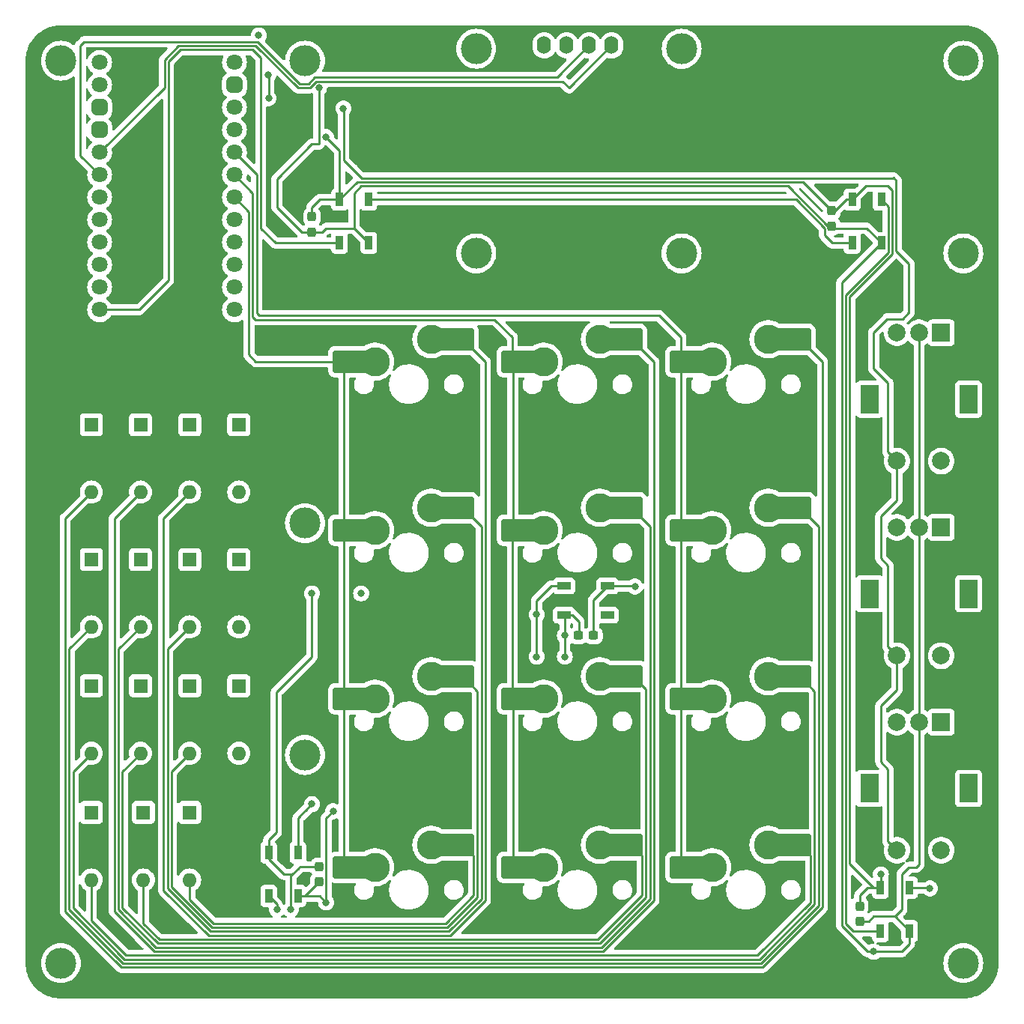
<source format=gbl>
G04 #@! TF.GenerationSoftware,KiCad,Pcbnew,7.0.5*
G04 #@! TF.CreationDate,2023-07-29T23:22:17-07:00*
G04 #@! TF.ProjectId,Custom_KeyPad,43757374-6f6d-45f4-9b65-795061642e6b,rev?*
G04 #@! TF.SameCoordinates,Original*
G04 #@! TF.FileFunction,Copper,L2,Bot*
G04 #@! TF.FilePolarity,Positive*
%FSLAX46Y46*%
G04 Gerber Fmt 4.6, Leading zero omitted, Abs format (unit mm)*
G04 Created by KiCad (PCBNEW 7.0.5) date 2023-07-29 23:22:17*
%MOMM*%
%LPD*%
G01*
G04 APERTURE LIST*
G04 Aperture macros list*
%AMRoundRect*
0 Rectangle with rounded corners*
0 $1 Rounding radius*
0 $2 $3 $4 $5 $6 $7 $8 $9 X,Y pos of 4 corners*
0 Add a 4 corners polygon primitive as box body*
4,1,4,$2,$3,$4,$5,$6,$7,$8,$9,$2,$3,0*
0 Add four circle primitives for the rounded corners*
1,1,$1+$1,$2,$3*
1,1,$1+$1,$4,$5*
1,1,$1+$1,$6,$7*
1,1,$1+$1,$8,$9*
0 Add four rect primitives between the rounded corners*
20,1,$1+$1,$2,$3,$4,$5,0*
20,1,$1+$1,$4,$5,$6,$7,0*
20,1,$1+$1,$6,$7,$8,$9,0*
20,1,$1+$1,$8,$9,$2,$3,0*%
G04 Aperture macros list end*
G04 #@! TA.AperFunction,ConnectorPad*
%ADD10C,3.500000*%
G04 #@! TD*
G04 #@! TA.AperFunction,ComponentPad*
%ADD11C,2.600000*%
G04 #@! TD*
G04 #@! TA.AperFunction,ComponentPad*
%ADD12R,1.600000X1.600000*%
G04 #@! TD*
G04 #@! TA.AperFunction,ComponentPad*
%ADD13O,1.600000X1.600000*%
G04 #@! TD*
G04 #@! TA.AperFunction,ComponentPad*
%ADD14R,2.000000X2.000000*%
G04 #@! TD*
G04 #@! TA.AperFunction,ComponentPad*
%ADD15C,2.000000*%
G04 #@! TD*
G04 #@! TA.AperFunction,ComponentPad*
%ADD16R,2.000000X3.200000*%
G04 #@! TD*
G04 #@! TA.AperFunction,ComponentPad*
%ADD17C,1.800000*%
G04 #@! TD*
G04 #@! TA.AperFunction,ComponentPad*
%ADD18RoundRect,0.450000X-0.450000X-0.450000X0.450000X-0.450000X0.450000X0.450000X-0.450000X0.450000X0*%
G04 #@! TD*
G04 #@! TA.AperFunction,ComponentPad*
%ADD19O,1.600000X2.000000*%
G04 #@! TD*
G04 #@! TA.AperFunction,ComponentPad*
%ADD20C,3.300000*%
G04 #@! TD*
G04 #@! TA.AperFunction,SMDPad,CuDef*
%ADD21R,1.650000X2.500000*%
G04 #@! TD*
G04 #@! TA.AperFunction,SMDPad,CuDef*
%ADD22RoundRect,0.250000X1.025000X1.000000X-1.025000X1.000000X-1.025000X-1.000000X1.025000X-1.000000X0*%
G04 #@! TD*
G04 #@! TA.AperFunction,SMDPad,CuDef*
%ADD23RoundRect,0.237500X-0.237500X0.300000X-0.237500X-0.300000X0.237500X-0.300000X0.237500X0.300000X0*%
G04 #@! TD*
G04 #@! TA.AperFunction,SMDPad,CuDef*
%ADD24R,1.500000X0.900000*%
G04 #@! TD*
G04 #@! TA.AperFunction,SMDPad,CuDef*
%ADD25RoundRect,0.237500X0.300000X0.237500X-0.300000X0.237500X-0.300000X-0.237500X0.300000X-0.237500X0*%
G04 #@! TD*
G04 #@! TA.AperFunction,SMDPad,CuDef*
%ADD26R,0.900000X1.500000*%
G04 #@! TD*
G04 #@! TA.AperFunction,ViaPad*
%ADD27C,0.800000*%
G04 #@! TD*
G04 #@! TA.AperFunction,Conductor*
%ADD28C,0.250000*%
G04 #@! TD*
G04 APERTURE END LIST*
D10*
X203000000Y-60772695D03*
D11*
X203000000Y-60772695D03*
X128587500Y-91281250D03*
D10*
X128587500Y-91281250D03*
D12*
X104443750Y-95380000D03*
D13*
X104443750Y-103000000D03*
D14*
X200500000Y-91750000D03*
D15*
X195500000Y-91750000D03*
X198000000Y-91750000D03*
D16*
X203600000Y-99250000D03*
X192400000Y-99250000D03*
D15*
X195500000Y-106250000D03*
X200500000Y-106250000D03*
D12*
X115556250Y-95380000D03*
D13*
X115556250Y-103000000D03*
D12*
X121112500Y-109667500D03*
D13*
X121112500Y-117287500D03*
D11*
X128587500Y-39000000D03*
D10*
X128587500Y-39000000D03*
D14*
X200500000Y-113750000D03*
D15*
X195500000Y-113750000D03*
X198000000Y-113750000D03*
D16*
X203600000Y-121250000D03*
X192400000Y-121250000D03*
D15*
X195500000Y-128250000D03*
X200500000Y-128250000D03*
D12*
X110331250Y-123983750D03*
D13*
X110331250Y-131603750D03*
D12*
X115556250Y-123983750D03*
D13*
X115556250Y-131603750D03*
D12*
X115556250Y-109667500D03*
D13*
X115556250Y-117287500D03*
D12*
X121112500Y-95380000D03*
D13*
X121112500Y-103000000D03*
D11*
X128587500Y-117475000D03*
D10*
X128587500Y-117475000D03*
D14*
X200500000Y-69750000D03*
D15*
X195500000Y-69750000D03*
X198000000Y-69750000D03*
D16*
X203600000Y-77250000D03*
X192400000Y-77250000D03*
D15*
X195500000Y-84250000D03*
X200500000Y-84250000D03*
D11*
X101000000Y-39000000D03*
D10*
X101000000Y-39000000D03*
D11*
X171153689Y-60772695D03*
D10*
X171153689Y-60772695D03*
D12*
X121112500Y-80140000D03*
D13*
X121112500Y-87760000D03*
D17*
X105380000Y-39211250D03*
X105380000Y-41751250D03*
D18*
X105380000Y-44291250D03*
X105380000Y-46831250D03*
D17*
X105380000Y-49371250D03*
X105380000Y-51911250D03*
X105380000Y-54451250D03*
X105380000Y-56991250D03*
X105380000Y-59531250D03*
X105380000Y-62071250D03*
X105380000Y-64611250D03*
X105380000Y-67151250D03*
X120620000Y-39211250D03*
D18*
X120620000Y-41751250D03*
D17*
X120620000Y-44291250D03*
X120620000Y-46831250D03*
X120620000Y-49371250D03*
X120620000Y-51911250D03*
X120620000Y-54451250D03*
X120620000Y-56991250D03*
X120620000Y-59531250D03*
X120620000Y-62071250D03*
X120620000Y-64611250D03*
X120620000Y-67151250D03*
D12*
X104443750Y-80140000D03*
D13*
X104443750Y-87760000D03*
D11*
X203000000Y-39000000D03*
D10*
X203000000Y-39000000D03*
D11*
X147947592Y-60772480D03*
D10*
X147947592Y-60772480D03*
D12*
X110000000Y-80140000D03*
D13*
X110000000Y-87760000D03*
D11*
X171158857Y-37656395D03*
D10*
X171158857Y-37656395D03*
D12*
X110000000Y-95380000D03*
D13*
X110000000Y-103000000D03*
D12*
X115556250Y-80140000D03*
D13*
X115556250Y-87760000D03*
D12*
X104443750Y-109667500D03*
D13*
X104443750Y-117287500D03*
D11*
X101000000Y-141000000D03*
D10*
X101000000Y-141000000D03*
D12*
X104443750Y-123983750D03*
D13*
X104443750Y-131603750D03*
D11*
X147943149Y-37649935D03*
D10*
X147943149Y-37649935D03*
D12*
X110000000Y-109667500D03*
D13*
X110000000Y-117287500D03*
D19*
X155623750Y-37262500D03*
X158163750Y-37262500D03*
X160703750Y-37262500D03*
X163243750Y-37262500D03*
D11*
X203000000Y-141000000D03*
D10*
X203000000Y-141000000D03*
D20*
X136525000Y-130175000D03*
D21*
X134700000Y-130175000D03*
D22*
X132975000Y-130175000D03*
X146425000Y-127635000D03*
D21*
X144675000Y-127635000D03*
D20*
X142875000Y-127635000D03*
D23*
X188118750Y-55967500D03*
X188118750Y-57692500D03*
D24*
X162787500Y-98362500D03*
X162787500Y-101662500D03*
X157887500Y-101662500D03*
X157887500Y-98362500D03*
D20*
X155575000Y-92075000D03*
D21*
X153750000Y-92075000D03*
D22*
X152025000Y-92075000D03*
X165475000Y-89535000D03*
D21*
X163725000Y-89535000D03*
D20*
X161925000Y-89535000D03*
X136525000Y-92075000D03*
D21*
X134700000Y-92075000D03*
D22*
X132975000Y-92075000D03*
X146425000Y-89535000D03*
D21*
X144675000Y-89535000D03*
D20*
X142875000Y-89535000D03*
D25*
X161200000Y-103981250D03*
X159475000Y-103981250D03*
D20*
X136525000Y-111125000D03*
D21*
X134700000Y-111125000D03*
D22*
X132975000Y-111125000D03*
X146425000Y-108585000D03*
D21*
X144675000Y-108585000D03*
D20*
X142875000Y-108585000D03*
X174625000Y-73025000D03*
D21*
X172800000Y-73025000D03*
D22*
X171075000Y-73025000D03*
X184525000Y-70485000D03*
D21*
X182775000Y-70485000D03*
D20*
X180975000Y-70485000D03*
X155575000Y-73025000D03*
D21*
X153750000Y-73025000D03*
D22*
X152025000Y-73025000D03*
X165475000Y-70485000D03*
D21*
X163725000Y-70485000D03*
D20*
X161925000Y-70485000D03*
D26*
X193612500Y-132487500D03*
X196912500Y-132487500D03*
X196912500Y-137387500D03*
X193612500Y-137387500D03*
D20*
X155575000Y-111125000D03*
D21*
X153750000Y-111125000D03*
D22*
X152025000Y-111125000D03*
X165475000Y-108585000D03*
D21*
X163725000Y-108585000D03*
D20*
X161925000Y-108585000D03*
X174625000Y-130175000D03*
D21*
X172800000Y-130175000D03*
D22*
X171075000Y-130175000D03*
X184525000Y-127635000D03*
D21*
X182775000Y-127635000D03*
D20*
X180975000Y-127635000D03*
X155575000Y-130175000D03*
D21*
X153750000Y-130175000D03*
D22*
X152025000Y-130175000D03*
X165475000Y-127635000D03*
D21*
X163725000Y-127635000D03*
D20*
X161925000Y-127635000D03*
D26*
X132493750Y-54700000D03*
X135793750Y-54700000D03*
X135793750Y-59600000D03*
X132493750Y-59600000D03*
D20*
X174625000Y-92075000D03*
D21*
X172800000Y-92075000D03*
D22*
X171075000Y-92075000D03*
X184525000Y-89535000D03*
D21*
X182775000Y-89535000D03*
D20*
X180975000Y-89535000D03*
D23*
X129381250Y-56632500D03*
X129381250Y-58357500D03*
D20*
X174625000Y-111125000D03*
D21*
X172800000Y-111125000D03*
D22*
X171075000Y-111125000D03*
X184525000Y-108585000D03*
D21*
X182775000Y-108585000D03*
D20*
X180975000Y-108585000D03*
D26*
X124493750Y-128518750D03*
X127793750Y-128518750D03*
X127793750Y-133418750D03*
X124493750Y-133418750D03*
X190437500Y-54700000D03*
X193737500Y-54700000D03*
X193737500Y-59600000D03*
X190437500Y-59600000D03*
D23*
X191293750Y-134548750D03*
X191293750Y-136273750D03*
X130175000Y-130106250D03*
X130175000Y-131831250D03*
D20*
X136525000Y-73025000D03*
D21*
X134700000Y-73025000D03*
D22*
X132975000Y-73025000D03*
X146425000Y-70485000D03*
D21*
X144675000Y-70485000D03*
D20*
X142875000Y-70485000D03*
D27*
X157956250Y-106362500D03*
X192881250Y-139700000D03*
X130968750Y-134143750D03*
X157956250Y-103981250D03*
X130175000Y-42068750D03*
X131762500Y-123825000D03*
X130968750Y-47625000D03*
X134937500Y-99218750D03*
X193675000Y-130968750D03*
X129381250Y-99218750D03*
X165893750Y-98425000D03*
X127000000Y-134937500D03*
X125412500Y-134937500D03*
X199231250Y-132556250D03*
X154781250Y-101600000D03*
X129381250Y-123031250D03*
X154781250Y-106362500D03*
X124480000Y-43250000D03*
X132930000Y-44400000D03*
X124470000Y-40580000D03*
X123362774Y-36146434D03*
D28*
X127980146Y-41618750D02*
X123217646Y-36856250D01*
X128963299Y-41618750D02*
X127980146Y-41618750D01*
X157072500Y-40893750D02*
X129688299Y-40893750D01*
X129688299Y-40893750D02*
X128963299Y-41618750D01*
X160703750Y-37262500D02*
X157072500Y-40893750D01*
X123217646Y-36856250D02*
X115093750Y-36856250D01*
X112712500Y-42038750D02*
X105380000Y-49371250D01*
X112712500Y-38893750D02*
X112712500Y-42038750D01*
X123031250Y-37306250D02*
X114300000Y-37306250D01*
X129149695Y-42068750D02*
X127793750Y-42068750D01*
X127793750Y-42068750D02*
X123031250Y-37306250D01*
X114300000Y-37306250D02*
X112712500Y-38893750D01*
X129874695Y-41343750D02*
X129149695Y-42068750D01*
X157712500Y-41343750D02*
X129874695Y-41343750D01*
X163243750Y-37262500D02*
X158437500Y-42068750D01*
X158437500Y-42068750D02*
X157712500Y-41343750D01*
X187087500Y-134702938D02*
X180315438Y-141475000D01*
X180315438Y-141475000D02*
X107815812Y-141475000D01*
X101493750Y-90710000D02*
X104443750Y-87760000D01*
X187087500Y-73047500D02*
X187087500Y-134702938D01*
X101493750Y-135152938D02*
X101493750Y-90710000D01*
X184525000Y-70485000D02*
X187087500Y-73047500D01*
X107815812Y-141475000D02*
X101493750Y-135152938D01*
X107050000Y-90710000D02*
X110000000Y-87760000D01*
X111572062Y-139675000D02*
X107050000Y-135152938D01*
X107050000Y-135152938D02*
X107050000Y-90710000D01*
X162271688Y-139675000D02*
X111572062Y-139675000D01*
X168037500Y-73047500D02*
X168037500Y-133909188D01*
X165475000Y-70485000D02*
X168037500Y-73047500D01*
X168037500Y-133909188D02*
X162271688Y-139675000D01*
X146425000Y-70485000D02*
X148987500Y-73047500D01*
X148987500Y-73047500D02*
X148987500Y-133909188D01*
X117709562Y-137875000D02*
X112606250Y-132771688D01*
X148987500Y-133909188D02*
X145021688Y-137875000D01*
X112606250Y-132771688D02*
X112606250Y-90710000D01*
X145021688Y-137875000D02*
X117709562Y-137875000D01*
X112606250Y-90710000D02*
X115556250Y-87760000D01*
X101943750Y-105500000D02*
X104443750Y-103000000D01*
X184525000Y-89535000D02*
X186637500Y-91647500D01*
X108002208Y-141025000D02*
X101943750Y-134966542D01*
X101943750Y-134966542D02*
X101943750Y-105500000D01*
X186637500Y-134516542D02*
X180129042Y-141025000D01*
X186637500Y-91647500D02*
X186637500Y-134516542D01*
X180129042Y-141025000D02*
X108002208Y-141025000D01*
X167587500Y-133722792D02*
X162085292Y-139225000D01*
X162085292Y-139225000D02*
X111758458Y-139225000D01*
X165475000Y-89535000D02*
X167587500Y-91647500D01*
X107500000Y-105500000D02*
X110000000Y-103000000D01*
X111758458Y-139225000D02*
X107500000Y-134966542D01*
X167587500Y-91647500D02*
X167587500Y-133722792D01*
X107500000Y-134966542D02*
X107500000Y-105500000D01*
X144835292Y-137425000D02*
X117895958Y-137425000D01*
X117895958Y-137425000D02*
X113056250Y-132585292D01*
X148537500Y-91647500D02*
X148537500Y-133722792D01*
X146425000Y-89535000D02*
X148537500Y-91647500D01*
X113056250Y-105500000D02*
X115556250Y-103000000D01*
X113056250Y-132585292D02*
X113056250Y-105500000D01*
X148537500Y-133722792D02*
X144835292Y-137425000D01*
X186187500Y-134330146D02*
X179942646Y-140575000D01*
X102393750Y-134780146D02*
X102393750Y-119337500D01*
X179942646Y-140575000D02*
X108188604Y-140575000D01*
X102393750Y-119337500D02*
X104443750Y-117287500D01*
X186187500Y-110247500D02*
X186187500Y-134330146D01*
X108188604Y-140575000D02*
X102393750Y-134780146D01*
X184525000Y-108585000D02*
X186187500Y-110247500D01*
X107950000Y-134780146D02*
X107950000Y-119337500D01*
X161898896Y-138775000D02*
X111944854Y-138775000D01*
X111944854Y-138775000D02*
X107950000Y-134780146D01*
X167137500Y-133536396D02*
X161898896Y-138775000D01*
X167137500Y-110025673D02*
X167137500Y-133536396D01*
X165475000Y-108585000D02*
X165696827Y-108585000D01*
X107950000Y-119337500D02*
X110000000Y-117287500D01*
X165696827Y-108585000D02*
X167137500Y-110025673D01*
X148087500Y-110247500D02*
X148087500Y-133536396D01*
X118082354Y-136975000D02*
X113506250Y-132398896D01*
X113506250Y-132398896D02*
X113506250Y-119337500D01*
X148087500Y-133536396D02*
X144648896Y-136975000D01*
X146425000Y-108585000D02*
X148087500Y-110247500D01*
X144648896Y-136975000D02*
X118082354Y-136975000D01*
X113506250Y-119337500D02*
X115556250Y-117287500D01*
X185737500Y-134143750D02*
X179756250Y-140125000D01*
X185737500Y-128847500D02*
X185737500Y-134143750D01*
X108375000Y-140125000D02*
X104443750Y-136193750D01*
X184525000Y-127635000D02*
X185737500Y-128847500D01*
X104443750Y-136193750D02*
X104443750Y-131603750D01*
X179756250Y-140125000D02*
X108375000Y-140125000D01*
X166687500Y-128847500D02*
X166687500Y-133350000D01*
X165475000Y-127635000D02*
X166687500Y-128847500D01*
X166687500Y-133350000D02*
X161712500Y-138325000D01*
X112131250Y-138325000D02*
X110331250Y-136525000D01*
X161712500Y-138325000D02*
X112131250Y-138325000D01*
X110331250Y-136525000D02*
X110331250Y-131603750D01*
X184081250Y-54700000D02*
X187318750Y-57937500D01*
X187318750Y-58731250D02*
X188187500Y-59600000D01*
X187318750Y-57937500D02*
X187318750Y-58731250D01*
X135793750Y-54700000D02*
X184081250Y-54700000D01*
X188187500Y-59600000D02*
X190437500Y-59600000D01*
X123137500Y-67575000D02*
X123137500Y-51888750D01*
X171075000Y-73025000D02*
X171075000Y-92075000D01*
X171075000Y-73025000D02*
X171075000Y-70268750D01*
X123375000Y-67812500D02*
X123137500Y-67575000D01*
X168618750Y-67812500D02*
X123375000Y-67812500D01*
X171075000Y-92075000D02*
X171075000Y-111125000D01*
X171075000Y-70268750D02*
X168618750Y-67812500D01*
X123137500Y-51888750D02*
X120620000Y-49371250D01*
X171075000Y-111125000D02*
X171075000Y-130175000D01*
X152025000Y-92075000D02*
X152025000Y-111125000D01*
X122687500Y-67918750D02*
X122687500Y-53978750D01*
X152025000Y-111125000D02*
X152075000Y-111175000D01*
X152075000Y-92025000D02*
X152025000Y-92075000D01*
X152075000Y-111175000D02*
X152075000Y-130125000D01*
X152075000Y-73075000D02*
X152075000Y-92025000D01*
X152025000Y-73025000D02*
X152075000Y-73075000D01*
X150018750Y-68262500D02*
X123031250Y-68262500D01*
X123031250Y-68262500D02*
X122687500Y-67918750D01*
X152075000Y-130125000D02*
X152025000Y-130175000D01*
X152025000Y-73025000D02*
X152025000Y-70268750D01*
X152025000Y-70268750D02*
X150018750Y-68262500D01*
X122687500Y-53978750D02*
X120620000Y-51911250D01*
X132975000Y-73025000D02*
X132975000Y-92075000D01*
X132975000Y-73025000D02*
X123031250Y-73025000D01*
X123031250Y-73025000D02*
X122237500Y-72231250D01*
X132975000Y-111125000D02*
X132975000Y-130175000D01*
X132975000Y-92075000D02*
X132975000Y-111125000D01*
X122237500Y-72231250D02*
X122237500Y-56068750D01*
X122237500Y-56068750D02*
X120620000Y-54451250D01*
X192881250Y-135731250D02*
X195256250Y-135731250D01*
X134937500Y-53181250D02*
X183198896Y-53181250D01*
X193038604Y-139700000D02*
X193038604Y-139700000D01*
X191293750Y-136273750D02*
X192338750Y-136273750D01*
X130968750Y-57943750D02*
X134137500Y-57943750D01*
X125412500Y-52387500D02*
X125412500Y-55562500D01*
X157956250Y-101731250D02*
X157887500Y-101662500D01*
X159543750Y-102393750D02*
X158812500Y-101662500D01*
X196056250Y-139700000D02*
X196912500Y-138843750D01*
X187961396Y-57943750D02*
X188118750Y-57943750D01*
X130968750Y-134143750D02*
X130243750Y-133418750D01*
X157956250Y-103981250D02*
X157956250Y-101731250D01*
X130968750Y-124618750D02*
X131762500Y-123825000D01*
X135793750Y-59600000D02*
X134143750Y-57950000D01*
X159475000Y-103981250D02*
X159543750Y-103912500D01*
X195256250Y-135731250D02*
X196912500Y-137387500D01*
X129381250Y-48418750D02*
X125412500Y-52387500D01*
X189256250Y-64081250D02*
X189256250Y-136790073D01*
X158812500Y-101662500D02*
X157887500Y-101662500D01*
X192881250Y-139700000D02*
X193038604Y-139700000D01*
X193737500Y-59600000D02*
X189256250Y-64081250D01*
X130555000Y-58357500D02*
X130968750Y-57943750D01*
X189256250Y-136790073D02*
X192166177Y-139700000D01*
X127793750Y-133418750D02*
X128587500Y-133418750D01*
X193038604Y-139700000D02*
X196056250Y-139700000D01*
X130968750Y-134143750D02*
X130968750Y-124618750D01*
X134143750Y-57950000D02*
X134143750Y-53975000D01*
X198000000Y-113750000D02*
X198000000Y-129818750D01*
X192338750Y-136273750D02*
X192881250Y-135731250D01*
X196056250Y-130968750D02*
X196850000Y-130175000D01*
X198000000Y-91750000D02*
X198000000Y-113750000D01*
X128587500Y-133418750D02*
X130175000Y-131831250D01*
X188118750Y-57943750D02*
X192081250Y-57943750D01*
X197643750Y-130175000D02*
X196850000Y-130175000D01*
X192166177Y-139700000D02*
X192881250Y-139700000D01*
X129381250Y-58357500D02*
X130555000Y-58357500D01*
X192081250Y-57943750D02*
X193737500Y-59600000D01*
X196056250Y-134931250D02*
X196056250Y-130968750D01*
X130243750Y-133418750D02*
X127793750Y-133418750D01*
X157956250Y-106362500D02*
X157956250Y-103981250D01*
X198000000Y-69750000D02*
X198000000Y-91750000D01*
X183198896Y-53181250D02*
X187961396Y-57943750D01*
X125412500Y-55562500D02*
X128207500Y-58357500D01*
X134143750Y-53975000D02*
X134937500Y-53181250D01*
X128207500Y-58357500D02*
X129381250Y-58357500D01*
X196912500Y-138843750D02*
X196912500Y-137387500D01*
X159543750Y-103912500D02*
X159543750Y-102393750D01*
X198000000Y-129818750D02*
X197643750Y-130175000D01*
X130175000Y-42068750D02*
X130175000Y-48418750D01*
X134137500Y-57943750D02*
X134143750Y-57950000D01*
X130175000Y-48418750D02*
X129381250Y-48418750D01*
X195256250Y-135731250D02*
X196056250Y-134931250D01*
X144462500Y-136525000D02*
X118268750Y-136525000D01*
X118268750Y-136525000D02*
X115556250Y-133812500D01*
X147637500Y-133350000D02*
X144462500Y-136525000D01*
X115556250Y-133812500D02*
X115556250Y-131603750D01*
X146425000Y-127635000D02*
X147637500Y-128847500D01*
X147637500Y-128847500D02*
X147637500Y-133350000D01*
X127000000Y-131128750D02*
X127000000Y-134937500D01*
X191293750Y-133350000D02*
X192156250Y-132487500D01*
X134462500Y-52731250D02*
X132493750Y-54700000D01*
X194468750Y-53181250D02*
X191956250Y-53181250D01*
X193675000Y-132425000D02*
X193612500Y-132487500D01*
X192881250Y-132487500D02*
X190156250Y-129762500D01*
X124493750Y-129256250D02*
X126206250Y-130968750D01*
X161200000Y-99950000D02*
X161531250Y-99618750D01*
X165831250Y-98362500D02*
X162787500Y-98362500D01*
X127873750Y-130255000D02*
X127000000Y-131128750D01*
X129381250Y-99218750D02*
X129381250Y-106362500D01*
X161531250Y-99618750D02*
X162787500Y-98362500D01*
X130175000Y-130106250D02*
X128022500Y-130106250D01*
X194962500Y-53675000D02*
X194468750Y-53181250D01*
X132493750Y-49150000D02*
X130968750Y-47625000D01*
X194962500Y-60861396D02*
X194962500Y-53675000D01*
X128022500Y-130106250D02*
X127873750Y-130255000D01*
X161200000Y-103981250D02*
X161200000Y-99950000D01*
X130243750Y-54700000D02*
X129381250Y-55562500D01*
X129381250Y-56632500D02*
X129381250Y-55562500D01*
X191293750Y-133350000D02*
X191293750Y-134548750D01*
X190156250Y-65667646D02*
X194962500Y-60861396D01*
X193612500Y-132772500D02*
X193612500Y-132487500D01*
X193675000Y-130968750D02*
X193675000Y-132425000D01*
X188507500Y-55967500D02*
X189775000Y-54700000D01*
X124493750Y-128518750D02*
X124493750Y-129256250D01*
X127160000Y-130968750D02*
X127873750Y-130255000D01*
X124493750Y-128518750D02*
X124493750Y-127062500D01*
X192156250Y-132487500D02*
X192881250Y-132487500D01*
X165893750Y-98425000D02*
X165831250Y-98362500D01*
X192881250Y-132487500D02*
X193612500Y-132487500D01*
X124493750Y-127062500D02*
X125350000Y-126206250D01*
X125350000Y-110393750D02*
X125350000Y-126206250D01*
X191956250Y-53181250D02*
X190437500Y-54700000D01*
X189775000Y-54700000D02*
X190437500Y-54700000D01*
X188118750Y-55967500D02*
X188507500Y-55967500D01*
X184882500Y-52731250D02*
X134462500Y-52731250D01*
X132493750Y-54700000D02*
X132493750Y-49150000D01*
X190156250Y-129762500D02*
X190156250Y-65667646D01*
X129381250Y-106362500D02*
X125350000Y-110393750D01*
X188118750Y-55967500D02*
X184882500Y-52731250D01*
X132493750Y-54700000D02*
X130243750Y-54700000D01*
X126206250Y-130968750D02*
X127160000Y-130968750D01*
X103187500Y-49718750D02*
X105380000Y-51911250D01*
X103187500Y-37306250D02*
X103187500Y-49718750D01*
X115093750Y-36856250D02*
X114113604Y-36856250D01*
X115093750Y-36856250D02*
X103637500Y-36856250D01*
X103637500Y-36856250D02*
X103187500Y-37306250D01*
X123587500Y-38656250D02*
X123587500Y-57943750D01*
X105380000Y-67151250D02*
X109855000Y-67151250D01*
X122687500Y-37756250D02*
X123587500Y-38656250D01*
X113162500Y-63843750D02*
X113162500Y-39080146D01*
X113162500Y-39080146D02*
X114486396Y-37756250D01*
X114486396Y-37756250D02*
X122687500Y-37756250D01*
X125243750Y-59600000D02*
X132493750Y-59600000D01*
X123587500Y-57943750D02*
X125243750Y-59600000D01*
X109855000Y-67151250D02*
X113162500Y-63843750D01*
X193737500Y-54700000D02*
X194512500Y-55475000D01*
X189706250Y-65481250D02*
X189706250Y-136525000D01*
X189706250Y-136525000D02*
X190568750Y-137387500D01*
X194512500Y-55475000D02*
X194512500Y-60675000D01*
X190568750Y-137387500D02*
X193612500Y-137387500D01*
X194512500Y-60675000D02*
X189706250Y-65481250D01*
X196912500Y-132487500D02*
X199162500Y-132487500D01*
X125412500Y-134337500D02*
X124493750Y-133418750D01*
X125412500Y-134937500D02*
X125412500Y-134337500D01*
X199162500Y-132487500D02*
X199231250Y-132556250D01*
X127793750Y-124618750D02*
X129381250Y-123031250D01*
X154781250Y-106362500D02*
X154781250Y-101600000D01*
X154781250Y-101600000D02*
X154781250Y-100012500D01*
X156431250Y-98362500D02*
X157887500Y-98362500D01*
X154781250Y-100012500D02*
X156431250Y-98362500D01*
X127793750Y-128518750D02*
X127793750Y-124618750D01*
X129381250Y-123031250D02*
X128650000Y-123762500D01*
X195500000Y-110093750D02*
X193675000Y-111918750D01*
X194468750Y-119062500D02*
X194468750Y-127218750D01*
X195412500Y-52532500D02*
X195110000Y-52230000D01*
X193675000Y-95250000D02*
X194468750Y-96043750D01*
X195500000Y-84250000D02*
X194468750Y-83218750D01*
X192881250Y-73818750D02*
X192881250Y-69693750D01*
X194468750Y-105218750D02*
X195500000Y-106250000D01*
X195500000Y-106250000D02*
X195500000Y-110093750D01*
X124480000Y-40590000D02*
X124470000Y-40580000D01*
X193675000Y-118268750D02*
X194468750Y-119062500D01*
X195500000Y-84250000D02*
X195500000Y-88662500D01*
X132943750Y-50243750D02*
X132943750Y-44413750D01*
X133990000Y-51280000D02*
X133980000Y-51280000D01*
X196850000Y-61912500D02*
X195412500Y-60475000D01*
X124480000Y-43250000D02*
X124480000Y-40590000D01*
X132943750Y-44413750D02*
X132930000Y-44400000D01*
X192881250Y-69693750D02*
X194390625Y-68184375D01*
X193675000Y-90487500D02*
X193675000Y-95250000D01*
X194468750Y-96043750D02*
X194468750Y-105218750D01*
X195412500Y-60475000D02*
X195412500Y-52532500D01*
X195110000Y-52230000D02*
X195058750Y-52281250D01*
X195500000Y-88662500D02*
X193675000Y-90487500D01*
X194468750Y-127218750D02*
X195500000Y-128250000D01*
X133980000Y-51280000D02*
X132943750Y-50243750D01*
X195058750Y-52281250D02*
X134991250Y-52281250D01*
X194468750Y-75406250D02*
X192881250Y-73818750D01*
X196134375Y-68184375D02*
X196850000Y-67468750D01*
X193675000Y-111918750D02*
X193675000Y-118268750D01*
X194468750Y-83218750D02*
X194468750Y-75406250D01*
X194390625Y-68184375D02*
X196134375Y-68184375D01*
X196850000Y-67468750D02*
X196850000Y-61912500D01*
X134991250Y-52281250D02*
X133990000Y-51280000D01*
G04 #@! TA.AperFunction,NonConductor*
G36*
X123310064Y-35020185D02*
G01*
X123355819Y-35072989D01*
X123363263Y-35124764D01*
X123366136Y-35081720D01*
X123407741Y-35025588D01*
X123473088Y-35000859D01*
X123482523Y-35000500D01*
X202998560Y-35000500D01*
X203001424Y-35000566D01*
X203172753Y-35008487D01*
X203236738Y-35011630D01*
X203372549Y-35018302D01*
X203378048Y-35018819D01*
X203563331Y-35044665D01*
X203749828Y-35072329D01*
X203754875Y-35073295D01*
X203939356Y-35116685D01*
X204120221Y-35161989D01*
X204124804Y-35163329D01*
X204305081Y-35223752D01*
X204306035Y-35224083D01*
X204480325Y-35286445D01*
X204484471Y-35288100D01*
X204658716Y-35365037D01*
X204660181Y-35365707D01*
X204721285Y-35394606D01*
X204826997Y-35444604D01*
X204830613Y-35446464D01*
X204997334Y-35539328D01*
X204998940Y-35540256D01*
X205156988Y-35634986D01*
X205160101Y-35636984D01*
X205256795Y-35703220D01*
X205317659Y-35744913D01*
X205319539Y-35746253D01*
X205467376Y-35855897D01*
X205470018Y-35857971D01*
X205617035Y-35980053D01*
X205618973Y-35981735D01*
X205755321Y-36105314D01*
X205757514Y-36107402D01*
X205892596Y-36242484D01*
X205894687Y-36244680D01*
X206018258Y-36381019D01*
X206019952Y-36382971D01*
X206133034Y-36519150D01*
X206142021Y-36529973D01*
X206144110Y-36532632D01*
X206240352Y-36662400D01*
X206253734Y-36680444D01*
X206255085Y-36682339D01*
X206363003Y-36839879D01*
X206365023Y-36843029D01*
X206459707Y-37000998D01*
X206460692Y-37002702D01*
X206553527Y-37169372D01*
X206555411Y-37173034D01*
X206634291Y-37339817D01*
X206634961Y-37341282D01*
X206711898Y-37515527D01*
X206713557Y-37519684D01*
X206775877Y-37693855D01*
X206776288Y-37695040D01*
X206836662Y-37875173D01*
X206838019Y-37879813D01*
X206883321Y-38060672D01*
X206926696Y-38245090D01*
X206927672Y-38250190D01*
X206955336Y-38436687D01*
X206981177Y-38621933D01*
X206981697Y-38627460D01*
X206991520Y-38827416D01*
X206999434Y-38998576D01*
X206999500Y-39001440D01*
X206999500Y-140998559D01*
X206999434Y-141001423D01*
X206991520Y-141172583D01*
X206981697Y-141372538D01*
X206981177Y-141378065D01*
X206955336Y-141563311D01*
X206927672Y-141749808D01*
X206926696Y-141754908D01*
X206883321Y-141939326D01*
X206838019Y-142120185D01*
X206836662Y-142124825D01*
X206776288Y-142304958D01*
X206775877Y-142306143D01*
X206713557Y-142480314D01*
X206711898Y-142484471D01*
X206634961Y-142658716D01*
X206634291Y-142660181D01*
X206555411Y-142826964D01*
X206553527Y-142830626D01*
X206460692Y-142997296D01*
X206459707Y-142999000D01*
X206365033Y-143156954D01*
X206363003Y-143160119D01*
X206255085Y-143317659D01*
X206253734Y-143319554D01*
X206144122Y-143467350D01*
X206142021Y-143470025D01*
X206019993Y-143616980D01*
X206018232Y-143619009D01*
X205894695Y-143755310D01*
X205892596Y-143757514D01*
X205757514Y-143892596D01*
X205755310Y-143894695D01*
X205619009Y-144018232D01*
X205616980Y-144019993D01*
X205470025Y-144142021D01*
X205467350Y-144144122D01*
X205319554Y-144253734D01*
X205317659Y-144255085D01*
X205160119Y-144363003D01*
X205156954Y-144365033D01*
X204999000Y-144459707D01*
X204997296Y-144460692D01*
X204830626Y-144553527D01*
X204826964Y-144555411D01*
X204660181Y-144634291D01*
X204658716Y-144634961D01*
X204484471Y-144711898D01*
X204480314Y-144713557D01*
X204306143Y-144775877D01*
X204304958Y-144776288D01*
X204124825Y-144836662D01*
X204120185Y-144838019D01*
X203939326Y-144883321D01*
X203754908Y-144926696D01*
X203749808Y-144927672D01*
X203563311Y-144955336D01*
X203378065Y-144981177D01*
X203372538Y-144981697D01*
X203172753Y-144991511D01*
X203001425Y-144999434D01*
X202998561Y-144999500D01*
X101001439Y-144999500D01*
X100998575Y-144999434D01*
X100827245Y-144991511D01*
X100627460Y-144981697D01*
X100621933Y-144981177D01*
X100436687Y-144955336D01*
X100250190Y-144927672D01*
X100245090Y-144926696D01*
X100060672Y-144883321D01*
X99879813Y-144838019D01*
X99875173Y-144836662D01*
X99695040Y-144776288D01*
X99693855Y-144775877D01*
X99519684Y-144713557D01*
X99515527Y-144711898D01*
X99341282Y-144634961D01*
X99339817Y-144634291D01*
X99194852Y-144565730D01*
X99173026Y-144555406D01*
X99169372Y-144553527D01*
X99002702Y-144460692D01*
X99001019Y-144459719D01*
X98843029Y-144365023D01*
X98839879Y-144363003D01*
X98682339Y-144255085D01*
X98680444Y-144253734D01*
X98662400Y-144240352D01*
X98532632Y-144144110D01*
X98529973Y-144142021D01*
X98526103Y-144138807D01*
X98382971Y-144019952D01*
X98381019Y-144018258D01*
X98244680Y-143894687D01*
X98242484Y-143892596D01*
X98107402Y-143757514D01*
X98105314Y-143755321D01*
X97981735Y-143618973D01*
X97980053Y-143617035D01*
X97857971Y-143470018D01*
X97855897Y-143467376D01*
X97746253Y-143319539D01*
X97744913Y-143317659D01*
X97688999Y-143236035D01*
X97636984Y-143160101D01*
X97634986Y-143156988D01*
X97540256Y-142998940D01*
X97539328Y-142997334D01*
X97446464Y-142830613D01*
X97444604Y-142826997D01*
X97400989Y-142734782D01*
X97365707Y-142660181D01*
X97365037Y-142658716D01*
X97288100Y-142484471D01*
X97286441Y-142480314D01*
X97224083Y-142306035D01*
X97223752Y-142305081D01*
X97163329Y-142124804D01*
X97161989Y-142120221D01*
X97116678Y-141939326D01*
X97073295Y-141754875D01*
X97072329Y-141749828D01*
X97044662Y-141563311D01*
X97018819Y-141378048D01*
X97018302Y-141372549D01*
X97013951Y-141283981D01*
X97008479Y-141172582D01*
X97000566Y-141001424D01*
X97000533Y-141000007D01*
X98744671Y-141000007D01*
X98763964Y-141294363D01*
X98763965Y-141294373D01*
X98763966Y-141294380D01*
X98763968Y-141294390D01*
X98821518Y-141583716D01*
X98821521Y-141583730D01*
X98916349Y-141863080D01*
X99046825Y-142127660D01*
X99046829Y-142127667D01*
X99210725Y-142372955D01*
X99405241Y-142594758D01*
X99627044Y-142789274D01*
X99683501Y-142826997D01*
X99872335Y-142953172D01*
X100136923Y-143083652D01*
X100416278Y-143178481D01*
X100705620Y-143236034D01*
X100733888Y-143237886D01*
X100999993Y-143255329D01*
X101000000Y-143255329D01*
X101000007Y-143255329D01*
X101235675Y-143239881D01*
X101294380Y-143236034D01*
X101583722Y-143178481D01*
X101863077Y-143083652D01*
X102127665Y-142953172D01*
X102372957Y-142789273D01*
X102594758Y-142594758D01*
X102789273Y-142372957D01*
X102953172Y-142127665D01*
X103083652Y-141863077D01*
X103178481Y-141583722D01*
X103236034Y-141294380D01*
X103255329Y-141000000D01*
X103255329Y-140999992D01*
X103236035Y-140705636D01*
X103236034Y-140705620D01*
X103178481Y-140416278D01*
X103083652Y-140136923D01*
X102953172Y-139872336D01*
X102789273Y-139627043D01*
X102746655Y-139578447D01*
X102594758Y-139405241D01*
X102372955Y-139210725D01*
X102127667Y-139046829D01*
X102127660Y-139046825D01*
X101863080Y-138916349D01*
X101583730Y-138821521D01*
X101583724Y-138821519D01*
X101583722Y-138821519D01*
X101294380Y-138763966D01*
X101294373Y-138763965D01*
X101294363Y-138763964D01*
X101000007Y-138744671D01*
X100999993Y-138744671D01*
X100705636Y-138763964D01*
X100705624Y-138763965D01*
X100705620Y-138763966D01*
X100705612Y-138763967D01*
X100705609Y-138763968D01*
X100416283Y-138821518D01*
X100416269Y-138821521D01*
X100136919Y-138916349D01*
X99872334Y-139046828D01*
X99627041Y-139210728D01*
X99405241Y-139405241D01*
X99210728Y-139627041D01*
X99046828Y-139872334D01*
X98916349Y-140136919D01*
X98821521Y-140416269D01*
X98821518Y-140416283D01*
X98763968Y-140705609D01*
X98763964Y-140705636D01*
X98744671Y-140999992D01*
X98744671Y-141000007D01*
X97000533Y-141000007D01*
X97000500Y-140998560D01*
X97000500Y-80987870D01*
X103143250Y-80987870D01*
X103143251Y-80987876D01*
X103149658Y-81047483D01*
X103199952Y-81182328D01*
X103199956Y-81182335D01*
X103286202Y-81297544D01*
X103286205Y-81297547D01*
X103401414Y-81383793D01*
X103401421Y-81383797D01*
X103536267Y-81434091D01*
X103536266Y-81434091D01*
X103543194Y-81434835D01*
X103595877Y-81440500D01*
X105291622Y-81440499D01*
X105351233Y-81434091D01*
X105486081Y-81383796D01*
X105601296Y-81297546D01*
X105687546Y-81182331D01*
X105737841Y-81047483D01*
X105744250Y-80987873D01*
X105744250Y-80987870D01*
X108699500Y-80987870D01*
X108699501Y-80987876D01*
X108705908Y-81047483D01*
X108756202Y-81182328D01*
X108756206Y-81182335D01*
X108842452Y-81297544D01*
X108842455Y-81297547D01*
X108957664Y-81383793D01*
X108957671Y-81383797D01*
X109092517Y-81434091D01*
X109092516Y-81434091D01*
X109099444Y-81434835D01*
X109152127Y-81440500D01*
X110847872Y-81440499D01*
X110907483Y-81434091D01*
X111042331Y-81383796D01*
X111157546Y-81297546D01*
X111243796Y-81182331D01*
X111294091Y-81047483D01*
X111300500Y-80987873D01*
X111300500Y-80987870D01*
X114255750Y-80987870D01*
X114255751Y-80987876D01*
X114262158Y-81047483D01*
X114312452Y-81182328D01*
X114312456Y-81182335D01*
X114398702Y-81297544D01*
X114398705Y-81297547D01*
X114513914Y-81383793D01*
X114513921Y-81383797D01*
X114648767Y-81434091D01*
X114648766Y-81434091D01*
X114655694Y-81434835D01*
X114708377Y-81440500D01*
X116404122Y-81440499D01*
X116463733Y-81434091D01*
X116598581Y-81383796D01*
X116713796Y-81297546D01*
X116800046Y-81182331D01*
X116850341Y-81047483D01*
X116856750Y-80987873D01*
X116856750Y-80987870D01*
X119812000Y-80987870D01*
X119812001Y-80987876D01*
X119818408Y-81047483D01*
X119868702Y-81182328D01*
X119868706Y-81182335D01*
X119954952Y-81297544D01*
X119954955Y-81297547D01*
X120070164Y-81383793D01*
X120070171Y-81383797D01*
X120205017Y-81434091D01*
X120205016Y-81434091D01*
X120211944Y-81434835D01*
X120264627Y-81440500D01*
X121960372Y-81440499D01*
X122019983Y-81434091D01*
X122154831Y-81383796D01*
X122270046Y-81297546D01*
X122356296Y-81182331D01*
X122406591Y-81047483D01*
X122413000Y-80987873D01*
X122412999Y-79292128D01*
X122406591Y-79232517D01*
X122397277Y-79207546D01*
X122356297Y-79097671D01*
X122356293Y-79097664D01*
X122270047Y-78982455D01*
X122270044Y-78982452D01*
X122154835Y-78896206D01*
X122154828Y-78896202D01*
X122019982Y-78845908D01*
X122019983Y-78845908D01*
X121960383Y-78839501D01*
X121960381Y-78839500D01*
X121960373Y-78839500D01*
X121960364Y-78839500D01*
X120264629Y-78839500D01*
X120264623Y-78839501D01*
X120205016Y-78845908D01*
X120070171Y-78896202D01*
X120070164Y-78896206D01*
X119954955Y-78982452D01*
X119954952Y-78982455D01*
X119868706Y-79097664D01*
X119868702Y-79097671D01*
X119818408Y-79232517D01*
X119812030Y-79291846D01*
X119812001Y-79292123D01*
X119812000Y-79292135D01*
X119812000Y-80987870D01*
X116856750Y-80987870D01*
X116856749Y-79292128D01*
X116850341Y-79232517D01*
X116841027Y-79207546D01*
X116800047Y-79097671D01*
X116800043Y-79097664D01*
X116713797Y-78982455D01*
X116713794Y-78982452D01*
X116598585Y-78896206D01*
X116598578Y-78896202D01*
X116463732Y-78845908D01*
X116463733Y-78845908D01*
X116404133Y-78839501D01*
X116404131Y-78839500D01*
X116404123Y-78839500D01*
X116404114Y-78839500D01*
X114708379Y-78839500D01*
X114708373Y-78839501D01*
X114648766Y-78845908D01*
X114513921Y-78896202D01*
X114513914Y-78896206D01*
X114398705Y-78982452D01*
X114398702Y-78982455D01*
X114312456Y-79097664D01*
X114312452Y-79097671D01*
X114262158Y-79232517D01*
X114255780Y-79291846D01*
X114255751Y-79292123D01*
X114255750Y-79292135D01*
X114255750Y-80987870D01*
X111300500Y-80987870D01*
X111300499Y-79292128D01*
X111294091Y-79232517D01*
X111284777Y-79207546D01*
X111243797Y-79097671D01*
X111243793Y-79097664D01*
X111157547Y-78982455D01*
X111157544Y-78982452D01*
X111042335Y-78896206D01*
X111042328Y-78896202D01*
X110907482Y-78845908D01*
X110907483Y-78845908D01*
X110847883Y-78839501D01*
X110847881Y-78839500D01*
X110847873Y-78839500D01*
X110847864Y-78839500D01*
X109152129Y-78839500D01*
X109152123Y-78839501D01*
X109092516Y-78845908D01*
X108957671Y-78896202D01*
X108957664Y-78896206D01*
X108842455Y-78982452D01*
X108842452Y-78982455D01*
X108756206Y-79097664D01*
X108756202Y-79097671D01*
X108705908Y-79232517D01*
X108699530Y-79291846D01*
X108699501Y-79292123D01*
X108699500Y-79292135D01*
X108699500Y-80987870D01*
X105744250Y-80987870D01*
X105744249Y-79292128D01*
X105737841Y-79232517D01*
X105728527Y-79207546D01*
X105687547Y-79097671D01*
X105687543Y-79097664D01*
X105601297Y-78982455D01*
X105601294Y-78982452D01*
X105486085Y-78896206D01*
X105486078Y-78896202D01*
X105351232Y-78845908D01*
X105351233Y-78845908D01*
X105291633Y-78839501D01*
X105291631Y-78839500D01*
X105291623Y-78839500D01*
X105291614Y-78839500D01*
X103595879Y-78839500D01*
X103595873Y-78839501D01*
X103536266Y-78845908D01*
X103401421Y-78896202D01*
X103401414Y-78896206D01*
X103286205Y-78982452D01*
X103286202Y-78982455D01*
X103199956Y-79097664D01*
X103199952Y-79097671D01*
X103149658Y-79232517D01*
X103143280Y-79291846D01*
X103143251Y-79292123D01*
X103143250Y-79292135D01*
X103143250Y-80987870D01*
X97000500Y-80987870D01*
X97000500Y-39001439D01*
X97000533Y-39000007D01*
X98744671Y-39000007D01*
X98763964Y-39294363D01*
X98763965Y-39294373D01*
X98763966Y-39294380D01*
X98793439Y-39442555D01*
X98821518Y-39583716D01*
X98821521Y-39583730D01*
X98916349Y-39863080D01*
X99046825Y-40127660D01*
X99046829Y-40127667D01*
X99210725Y-40372955D01*
X99405241Y-40594758D01*
X99627044Y-40789274D01*
X99785194Y-40894946D01*
X99872335Y-40953172D01*
X100136923Y-41083652D01*
X100416278Y-41178481D01*
X100705620Y-41236034D01*
X100733888Y-41237886D01*
X100999993Y-41255329D01*
X101000000Y-41255329D01*
X101000007Y-41255329D01*
X101235675Y-41239881D01*
X101294380Y-41236034D01*
X101583722Y-41178481D01*
X101863077Y-41083652D01*
X102127665Y-40953172D01*
X102369109Y-40791843D01*
X102435787Y-40770966D01*
X102503167Y-40789451D01*
X102549857Y-40841430D01*
X102562000Y-40894946D01*
X102562000Y-49636005D01*
X102560275Y-49651622D01*
X102560561Y-49651649D01*
X102559826Y-49659415D01*
X102561969Y-49727584D01*
X102562000Y-49729532D01*
X102562000Y-49758093D01*
X102562001Y-49758110D01*
X102562868Y-49764981D01*
X102563326Y-49770800D01*
X102564790Y-49817374D01*
X102564791Y-49817377D01*
X102570380Y-49836617D01*
X102574324Y-49855661D01*
X102575884Y-49868007D01*
X102576836Y-49875541D01*
X102593990Y-49918869D01*
X102595882Y-49924397D01*
X102608881Y-49969138D01*
X102619080Y-49986384D01*
X102627636Y-50003850D01*
X102635014Y-50022482D01*
X102662398Y-50060173D01*
X102665606Y-50065057D01*
X102689327Y-50105166D01*
X102689333Y-50105174D01*
X102703490Y-50119330D01*
X102716128Y-50134126D01*
X102727905Y-50150336D01*
X102727906Y-50150337D01*
X102763809Y-50180038D01*
X102768120Y-50183960D01*
X103385990Y-50801830D01*
X103998650Y-51414490D01*
X104032135Y-51475813D01*
X104031175Y-51532611D01*
X103993866Y-51679940D01*
X103993864Y-51679952D01*
X103974700Y-51911243D01*
X103974700Y-51911256D01*
X103993864Y-52142547D01*
X103993866Y-52142558D01*
X104050842Y-52367550D01*
X104144075Y-52580098D01*
X104271016Y-52774397D01*
X104271019Y-52774401D01*
X104271021Y-52774403D01*
X104428216Y-52945163D01*
X104428219Y-52945165D01*
X104428222Y-52945168D01*
X104605818Y-53083397D01*
X104646631Y-53140107D01*
X104650306Y-53209880D01*
X104615674Y-53270563D01*
X104605818Y-53279103D01*
X104428222Y-53417331D01*
X104428219Y-53417334D01*
X104428216Y-53417336D01*
X104428216Y-53417337D01*
X104369355Y-53481277D01*
X104271016Y-53588102D01*
X104144075Y-53782401D01*
X104050842Y-53994949D01*
X103993866Y-54219941D01*
X103993864Y-54219952D01*
X103974700Y-54451243D01*
X103974700Y-54451256D01*
X103993864Y-54682547D01*
X103993866Y-54682558D01*
X104050842Y-54907550D01*
X104144075Y-55120098D01*
X104271016Y-55314397D01*
X104271019Y-55314401D01*
X104271021Y-55314403D01*
X104428216Y-55485163D01*
X104428219Y-55485165D01*
X104428222Y-55485168D01*
X104605818Y-55623397D01*
X104646631Y-55680107D01*
X104650306Y-55749880D01*
X104615674Y-55810563D01*
X104605818Y-55819103D01*
X104428222Y-55957331D01*
X104428219Y-55957334D01*
X104428216Y-55957336D01*
X104428216Y-55957337D01*
X104409309Y-55977876D01*
X104271016Y-56128102D01*
X104144075Y-56322401D01*
X104050842Y-56534949D01*
X103993866Y-56759941D01*
X103993864Y-56759952D01*
X103974700Y-56991243D01*
X103974700Y-56991256D01*
X103993864Y-57222547D01*
X103993866Y-57222558D01*
X104050842Y-57447550D01*
X104144075Y-57660098D01*
X104271016Y-57854397D01*
X104271019Y-57854401D01*
X104271021Y-57854403D01*
X104428216Y-58025163D01*
X104428219Y-58025165D01*
X104428222Y-58025168D01*
X104605818Y-58163397D01*
X104646631Y-58220107D01*
X104650306Y-58289880D01*
X104615674Y-58350563D01*
X104605818Y-58359103D01*
X104428222Y-58497331D01*
X104428219Y-58497334D01*
X104271016Y-58668102D01*
X104144075Y-58862401D01*
X104050842Y-59074949D01*
X103993866Y-59299941D01*
X103993864Y-59299952D01*
X103974700Y-59531243D01*
X103974700Y-59531256D01*
X103993864Y-59762547D01*
X103993866Y-59762558D01*
X104050842Y-59987550D01*
X104144075Y-60200098D01*
X104271016Y-60394397D01*
X104271019Y-60394401D01*
X104271021Y-60394403D01*
X104428216Y-60565163D01*
X104428219Y-60565165D01*
X104428222Y-60565168D01*
X104605818Y-60703397D01*
X104646631Y-60760107D01*
X104650306Y-60829880D01*
X104615674Y-60890563D01*
X104605818Y-60899103D01*
X104428222Y-61037331D01*
X104428219Y-61037334D01*
X104271016Y-61208102D01*
X104144075Y-61402401D01*
X104050842Y-61614949D01*
X103993866Y-61839941D01*
X103993864Y-61839952D01*
X103974700Y-62071243D01*
X103974700Y-62071256D01*
X103993864Y-62302547D01*
X103993866Y-62302558D01*
X104050842Y-62527550D01*
X104144075Y-62740098D01*
X104271016Y-62934397D01*
X104271019Y-62934401D01*
X104271021Y-62934403D01*
X104428216Y-63105163D01*
X104605818Y-63243396D01*
X104646631Y-63300106D01*
X104650306Y-63369879D01*
X104615675Y-63430562D01*
X104605819Y-63439102D01*
X104428218Y-63577335D01*
X104428216Y-63577336D01*
X104428216Y-63577337D01*
X104416107Y-63590491D01*
X104271016Y-63748102D01*
X104144075Y-63942401D01*
X104050842Y-64154949D01*
X103993866Y-64379941D01*
X103993864Y-64379952D01*
X103974700Y-64611243D01*
X103974700Y-64611256D01*
X103993864Y-64842547D01*
X103993866Y-64842558D01*
X104050842Y-65067550D01*
X104144075Y-65280098D01*
X104271016Y-65474397D01*
X104271019Y-65474401D01*
X104271021Y-65474403D01*
X104428216Y-65645163D01*
X104428219Y-65645165D01*
X104428222Y-65645168D01*
X104605818Y-65783397D01*
X104646631Y-65840107D01*
X104650306Y-65909880D01*
X104615674Y-65970563D01*
X104605818Y-65979103D01*
X104428222Y-66117331D01*
X104428219Y-66117334D01*
X104271016Y-66288102D01*
X104144075Y-66482401D01*
X104050842Y-66694949D01*
X103993866Y-66919941D01*
X103993864Y-66919952D01*
X103974700Y-67151243D01*
X103974700Y-67151256D01*
X103993864Y-67382547D01*
X103993866Y-67382558D01*
X104050842Y-67607550D01*
X104144075Y-67820098D01*
X104271016Y-68014397D01*
X104271019Y-68014401D01*
X104271021Y-68014403D01*
X104428216Y-68185163D01*
X104428219Y-68185165D01*
X104428222Y-68185168D01*
X104611365Y-68327714D01*
X104611371Y-68327718D01*
X104611374Y-68327720D01*
X104815497Y-68438186D01*
X104872296Y-68457685D01*
X105035015Y-68513547D01*
X105035017Y-68513547D01*
X105035019Y-68513548D01*
X105263951Y-68551750D01*
X105263952Y-68551750D01*
X105496048Y-68551750D01*
X105496049Y-68551750D01*
X105724981Y-68513548D01*
X105944503Y-68438186D01*
X106148626Y-68327720D01*
X106176273Y-68306202D01*
X106249123Y-68249500D01*
X106331784Y-68185163D01*
X106488979Y-68014403D01*
X106528095Y-67954532D01*
X106607542Y-67832929D01*
X106660689Y-67787572D01*
X106711351Y-67776750D01*
X109772257Y-67776750D01*
X109787877Y-67778474D01*
X109787904Y-67778189D01*
X109795666Y-67778923D01*
X109795666Y-67778922D01*
X109795667Y-67778923D01*
X109798999Y-67778818D01*
X109863847Y-67776781D01*
X109865794Y-67776750D01*
X109894347Y-67776750D01*
X109894350Y-67776750D01*
X109901228Y-67775880D01*
X109907041Y-67775422D01*
X109953627Y-67773959D01*
X109972869Y-67768367D01*
X109991912Y-67764424D01*
X110011792Y-67761914D01*
X110055122Y-67744757D01*
X110060646Y-67742867D01*
X110064776Y-67741667D01*
X110105390Y-67729868D01*
X110122629Y-67719672D01*
X110140103Y-67711112D01*
X110158727Y-67703738D01*
X110158727Y-67703737D01*
X110158732Y-67703736D01*
X110196449Y-67676332D01*
X110201305Y-67673142D01*
X110241420Y-67649420D01*
X110255589Y-67635249D01*
X110270379Y-67622618D01*
X110286587Y-67610844D01*
X110316299Y-67574926D01*
X110320212Y-67570626D01*
X113546288Y-64344551D01*
X113558542Y-64334736D01*
X113558359Y-64334514D01*
X113564368Y-64329541D01*
X113564377Y-64329536D01*
X113611107Y-64279772D01*
X113612346Y-64278493D01*
X113632620Y-64258221D01*
X113636879Y-64252728D01*
X113640652Y-64248311D01*
X113672562Y-64214332D01*
X113682213Y-64196774D01*
X113692896Y-64180511D01*
X113705173Y-64164686D01*
X113723685Y-64121903D01*
X113726238Y-64116691D01*
X113748697Y-64075842D01*
X113753680Y-64056430D01*
X113759981Y-64038030D01*
X113767937Y-64019646D01*
X113775229Y-63973602D01*
X113776406Y-63967921D01*
X113788000Y-63922769D01*
X113788000Y-63902733D01*
X113789527Y-63883332D01*
X113790370Y-63878009D01*
X113792660Y-63863554D01*
X113788275Y-63817165D01*
X113788000Y-63811327D01*
X113788000Y-39390598D01*
X113807685Y-39323559D01*
X113824319Y-39302917D01*
X114709167Y-38418069D01*
X114770490Y-38384584D01*
X114796848Y-38381750D01*
X119264748Y-38381750D01*
X119331787Y-38401435D01*
X119377542Y-38454239D01*
X119387486Y-38523397D01*
X119378304Y-38555557D01*
X119349672Y-38620834D01*
X119290842Y-38754952D01*
X119233866Y-38979941D01*
X119233864Y-38979952D01*
X119214700Y-39211243D01*
X119214700Y-39211256D01*
X119233864Y-39442547D01*
X119233866Y-39442558D01*
X119290842Y-39667550D01*
X119384075Y-39880098D01*
X119511016Y-40074397D01*
X119511019Y-40074401D01*
X119511021Y-40074403D01*
X119668216Y-40245163D01*
X119705016Y-40273806D01*
X119745829Y-40330515D01*
X119749504Y-40400288D01*
X119714873Y-40460972D01*
X119686266Y-40481567D01*
X119644252Y-40503513D01*
X119494428Y-40625678D01*
X119372265Y-40775500D01*
X119282762Y-40946844D01*
X119229582Y-41132701D01*
X119219500Y-41246113D01*
X119219500Y-42256386D01*
X119229582Y-42369798D01*
X119282762Y-42555655D01*
X119358370Y-42700398D01*
X119372266Y-42727001D01*
X119419517Y-42784950D01*
X119494428Y-42876821D01*
X119556851Y-42927720D01*
X119644249Y-42998984D01*
X119686265Y-43020931D01*
X119736572Y-43069417D01*
X119752680Y-43137405D01*
X119729474Y-43203308D01*
X119705017Y-43228693D01*
X119668218Y-43257335D01*
X119511016Y-43428102D01*
X119384075Y-43622401D01*
X119290842Y-43834949D01*
X119233866Y-44059941D01*
X119233864Y-44059952D01*
X119214700Y-44291243D01*
X119214700Y-44291256D01*
X119233864Y-44522547D01*
X119233866Y-44522558D01*
X119290842Y-44747550D01*
X119384075Y-44960098D01*
X119511016Y-45154397D01*
X119511019Y-45154401D01*
X119511021Y-45154403D01*
X119668216Y-45325163D01*
X119668219Y-45325165D01*
X119668222Y-45325168D01*
X119845818Y-45463397D01*
X119886631Y-45520107D01*
X119890306Y-45589880D01*
X119855674Y-45650563D01*
X119845818Y-45659103D01*
X119668222Y-45797331D01*
X119668219Y-45797334D01*
X119511016Y-45968102D01*
X119384075Y-46162401D01*
X119290842Y-46374949D01*
X119233866Y-46599941D01*
X119233864Y-46599952D01*
X119214700Y-46831243D01*
X119214700Y-46831256D01*
X119233864Y-47062547D01*
X119233866Y-47062558D01*
X119290842Y-47287550D01*
X119384075Y-47500098D01*
X119511016Y-47694397D01*
X119511019Y-47694401D01*
X119511021Y-47694403D01*
X119668216Y-47865163D01*
X119845818Y-48003396D01*
X119886631Y-48060106D01*
X119890306Y-48129879D01*
X119855675Y-48190562D01*
X119845819Y-48199102D01*
X119668218Y-48337335D01*
X119511016Y-48508102D01*
X119384075Y-48702401D01*
X119290842Y-48914949D01*
X119233866Y-49139941D01*
X119233864Y-49139952D01*
X119214700Y-49371243D01*
X119214700Y-49371256D01*
X119233864Y-49602547D01*
X119233866Y-49602558D01*
X119290842Y-49827550D01*
X119384075Y-50040098D01*
X119511016Y-50234397D01*
X119511019Y-50234401D01*
X119511021Y-50234403D01*
X119668216Y-50405163D01*
X119845818Y-50543396D01*
X119886631Y-50600106D01*
X119890306Y-50669879D01*
X119855675Y-50730562D01*
X119845819Y-50739102D01*
X119668218Y-50877335D01*
X119668216Y-50877336D01*
X119668216Y-50877337D01*
X119623303Y-50926125D01*
X119511016Y-51048102D01*
X119384075Y-51242401D01*
X119290842Y-51454949D01*
X119233866Y-51679941D01*
X119233864Y-51679952D01*
X119214700Y-51911243D01*
X119214700Y-51911256D01*
X119233864Y-52142547D01*
X119233866Y-52142558D01*
X119290842Y-52367550D01*
X119384075Y-52580098D01*
X119511016Y-52774397D01*
X119511019Y-52774401D01*
X119511021Y-52774403D01*
X119668216Y-52945163D01*
X119845818Y-53083396D01*
X119886631Y-53140106D01*
X119890306Y-53209879D01*
X119855675Y-53270562D01*
X119845819Y-53279102D01*
X119668218Y-53417335D01*
X119511016Y-53588102D01*
X119384075Y-53782401D01*
X119290842Y-53994949D01*
X119233866Y-54219941D01*
X119233864Y-54219952D01*
X119214700Y-54451243D01*
X119214700Y-54451256D01*
X119233864Y-54682547D01*
X119233866Y-54682558D01*
X119290842Y-54907550D01*
X119384075Y-55120098D01*
X119511016Y-55314397D01*
X119511019Y-55314401D01*
X119511021Y-55314403D01*
X119668216Y-55485163D01*
X119668219Y-55485165D01*
X119668222Y-55485168D01*
X119845818Y-55623397D01*
X119886631Y-55680107D01*
X119890306Y-55749880D01*
X119855674Y-55810563D01*
X119845818Y-55819103D01*
X119668222Y-55957331D01*
X119668219Y-55957334D01*
X119668216Y-55957336D01*
X119668216Y-55957337D01*
X119649309Y-55977876D01*
X119511016Y-56128102D01*
X119384075Y-56322401D01*
X119290842Y-56534949D01*
X119233866Y-56759941D01*
X119233864Y-56759952D01*
X119214700Y-56991243D01*
X119214700Y-56991256D01*
X119233864Y-57222547D01*
X119233866Y-57222558D01*
X119290842Y-57447550D01*
X119384075Y-57660098D01*
X119511016Y-57854397D01*
X119511019Y-57854401D01*
X119511021Y-57854403D01*
X119668216Y-58025163D01*
X119668219Y-58025165D01*
X119668222Y-58025168D01*
X119845818Y-58163397D01*
X119886631Y-58220107D01*
X119890306Y-58289880D01*
X119855674Y-58350563D01*
X119845818Y-58359103D01*
X119668222Y-58497331D01*
X119668219Y-58497334D01*
X119511016Y-58668102D01*
X119384075Y-58862401D01*
X119290842Y-59074949D01*
X119233866Y-59299941D01*
X119233864Y-59299952D01*
X119214700Y-59531243D01*
X119214700Y-59531256D01*
X119233864Y-59762547D01*
X119233866Y-59762558D01*
X119290842Y-59987550D01*
X119384075Y-60200098D01*
X119511016Y-60394397D01*
X119511019Y-60394401D01*
X119511021Y-60394403D01*
X119668216Y-60565163D01*
X119668219Y-60565165D01*
X119668222Y-60565168D01*
X119845818Y-60703397D01*
X119886631Y-60760107D01*
X119890306Y-60829880D01*
X119855674Y-60890563D01*
X119845818Y-60899103D01*
X119668222Y-61037331D01*
X119668219Y-61037334D01*
X119511016Y-61208102D01*
X119384075Y-61402401D01*
X119290842Y-61614949D01*
X119233866Y-61839941D01*
X119233864Y-61839952D01*
X119214700Y-62071243D01*
X119214700Y-62071256D01*
X119233864Y-62302547D01*
X119233866Y-62302558D01*
X119290842Y-62527550D01*
X119384075Y-62740098D01*
X119511016Y-62934397D01*
X119511019Y-62934401D01*
X119511021Y-62934403D01*
X119668216Y-63105163D01*
X119668219Y-63105165D01*
X119668222Y-63105168D01*
X119845818Y-63243397D01*
X119886631Y-63300107D01*
X119890306Y-63369880D01*
X119855674Y-63430563D01*
X119845818Y-63439103D01*
X119668222Y-63577331D01*
X119668219Y-63577334D01*
X119668216Y-63577336D01*
X119668216Y-63577337D01*
X119656107Y-63590491D01*
X119511016Y-63748102D01*
X119384075Y-63942401D01*
X119290842Y-64154949D01*
X119233866Y-64379941D01*
X119233864Y-64379952D01*
X119214700Y-64611243D01*
X119214700Y-64611256D01*
X119233864Y-64842547D01*
X119233866Y-64842558D01*
X119290842Y-65067550D01*
X119384075Y-65280098D01*
X119511016Y-65474397D01*
X119511019Y-65474401D01*
X119511021Y-65474403D01*
X119668216Y-65645163D01*
X119668219Y-65645165D01*
X119668222Y-65645168D01*
X119845818Y-65783397D01*
X119886631Y-65840107D01*
X119890306Y-65909880D01*
X119855674Y-65970563D01*
X119845818Y-65979103D01*
X119668222Y-66117331D01*
X119668219Y-66117334D01*
X119511016Y-66288102D01*
X119384075Y-66482401D01*
X119290842Y-66694949D01*
X119233866Y-66919941D01*
X119233864Y-66919952D01*
X119214700Y-67151243D01*
X119214700Y-67151256D01*
X119233864Y-67382547D01*
X119233866Y-67382558D01*
X119290842Y-67607550D01*
X119384075Y-67820098D01*
X119511016Y-68014397D01*
X119511019Y-68014401D01*
X119511021Y-68014403D01*
X119668216Y-68185163D01*
X119668219Y-68185165D01*
X119668222Y-68185168D01*
X119851365Y-68327714D01*
X119851371Y-68327718D01*
X119851374Y-68327720D01*
X120055497Y-68438186D01*
X120112296Y-68457685D01*
X120275015Y-68513547D01*
X120275017Y-68513547D01*
X120275019Y-68513548D01*
X120503951Y-68551750D01*
X120503952Y-68551750D01*
X120736048Y-68551750D01*
X120736049Y-68551750D01*
X120964981Y-68513548D01*
X121184503Y-68438186D01*
X121388626Y-68327720D01*
X121411837Y-68309653D01*
X121476830Y-68284011D01*
X121545370Y-68297577D01*
X121595696Y-68346045D01*
X121612000Y-68407507D01*
X121611999Y-72148505D01*
X121610276Y-72164122D01*
X121610561Y-72164149D01*
X121609826Y-72171916D01*
X121611969Y-72240096D01*
X121612000Y-72242043D01*
X121612000Y-72270593D01*
X121612001Y-72270610D01*
X121612868Y-72277481D01*
X121613326Y-72283300D01*
X121614790Y-72329874D01*
X121614791Y-72329877D01*
X121620380Y-72349117D01*
X121624324Y-72368161D01*
X121626836Y-72388042D01*
X121643990Y-72431369D01*
X121645882Y-72436897D01*
X121658881Y-72481638D01*
X121669080Y-72498884D01*
X121677638Y-72516353D01*
X121685014Y-72534982D01*
X121712398Y-72572673D01*
X121715606Y-72577557D01*
X121739327Y-72617666D01*
X121739333Y-72617674D01*
X121753490Y-72631830D01*
X121766127Y-72646625D01*
X121768761Y-72650250D01*
X121777905Y-72662836D01*
X121777906Y-72662837D01*
X121813809Y-72692538D01*
X121818120Y-72696460D01*
X122391930Y-73270271D01*
X122530447Y-73408788D01*
X122540272Y-73421051D01*
X122540493Y-73420869D01*
X122545461Y-73426874D01*
X122595182Y-73473566D01*
X122596582Y-73474923D01*
X122616773Y-73495115D01*
X122616777Y-73495118D01*
X122616779Y-73495120D01*
X122622261Y-73499373D01*
X122626693Y-73503157D01*
X122660668Y-73535062D01*
X122678226Y-73544714D01*
X122694483Y-73555393D01*
X122710314Y-73567673D01*
X122729987Y-73576186D01*
X122753083Y-73586182D01*
X122758327Y-73588750D01*
X122799158Y-73611197D01*
X122811773Y-73614435D01*
X122818555Y-73616177D01*
X122836969Y-73622481D01*
X122855354Y-73630438D01*
X122901407Y-73637732D01*
X122907076Y-73638906D01*
X122952231Y-73650500D01*
X122972266Y-73650500D01*
X122991663Y-73652026D01*
X123011446Y-73655160D01*
X123057833Y-73650775D01*
X123063672Y-73650500D01*
X131075501Y-73650500D01*
X131142540Y-73670185D01*
X131188295Y-73722989D01*
X131199501Y-73774500D01*
X131199501Y-74075018D01*
X131210000Y-74177796D01*
X131210001Y-74177799D01*
X131265185Y-74344331D01*
X131265187Y-74344336D01*
X131290470Y-74385326D01*
X131357288Y-74493656D01*
X131481344Y-74617712D01*
X131630666Y-74709814D01*
X131797203Y-74764999D01*
X131899991Y-74775500D01*
X132225499Y-74775499D01*
X132292538Y-74795183D01*
X132338293Y-74847987D01*
X132349499Y-74899499D01*
X132349498Y-90200500D01*
X132329813Y-90267539D01*
X132277009Y-90313294D01*
X132225498Y-90324500D01*
X131899999Y-90324500D01*
X131899980Y-90324501D01*
X131797203Y-90335000D01*
X131797200Y-90335001D01*
X131630668Y-90390185D01*
X131630663Y-90390187D01*
X131481342Y-90482289D01*
X131357289Y-90606342D01*
X131265187Y-90755663D01*
X131265185Y-90755668D01*
X131242140Y-90825215D01*
X131210001Y-90922203D01*
X131210001Y-90922204D01*
X131210000Y-90922204D01*
X131199500Y-91024983D01*
X131199500Y-93125001D01*
X131199501Y-93125018D01*
X131210000Y-93227796D01*
X131210001Y-93227799D01*
X131265185Y-93394331D01*
X131265187Y-93394336D01*
X131290470Y-93435326D01*
X131357288Y-93543656D01*
X131481344Y-93667712D01*
X131630666Y-93759814D01*
X131797203Y-93814999D01*
X131899991Y-93825500D01*
X132225499Y-93825499D01*
X132292538Y-93845183D01*
X132338293Y-93897987D01*
X132349499Y-93949499D01*
X132349498Y-109250500D01*
X132329813Y-109317539D01*
X132277009Y-109363294D01*
X132225498Y-109374500D01*
X131899999Y-109374500D01*
X131899980Y-109374501D01*
X131797203Y-109385000D01*
X131797200Y-109385001D01*
X131630668Y-109440185D01*
X131630663Y-109440187D01*
X131481342Y-109532289D01*
X131357289Y-109656342D01*
X131265187Y-109805663D01*
X131265185Y-109805668D01*
X131250384Y-109850335D01*
X131210001Y-109972203D01*
X131210001Y-109972204D01*
X131210000Y-109972204D01*
X131199500Y-110074983D01*
X131199500Y-112175001D01*
X131199501Y-112175018D01*
X131210000Y-112277796D01*
X131210001Y-112277799D01*
X131265185Y-112444331D01*
X131265187Y-112444336D01*
X131290470Y-112485326D01*
X131357288Y-112593656D01*
X131481344Y-112717712D01*
X131630666Y-112809814D01*
X131797203Y-112864999D01*
X131899991Y-112875500D01*
X132225499Y-112875499D01*
X132292538Y-112895183D01*
X132338293Y-112947987D01*
X132349499Y-112999499D01*
X132349499Y-122909686D01*
X132329814Y-122976725D01*
X132277010Y-123022480D01*
X132207852Y-123032424D01*
X132175063Y-123022965D01*
X132042307Y-122963857D01*
X132042302Y-122963855D01*
X131889688Y-122931417D01*
X131857146Y-122924500D01*
X131667854Y-122924500D01*
X131635397Y-122931398D01*
X131482697Y-122963855D01*
X131482692Y-122963857D01*
X131309770Y-123040848D01*
X131309765Y-123040851D01*
X131156629Y-123152111D01*
X131029966Y-123292785D01*
X130935321Y-123456715D01*
X130935318Y-123456722D01*
X130876827Y-123636740D01*
X130876826Y-123636744D01*
X130869743Y-123704138D01*
X130859179Y-123804649D01*
X130832594Y-123869263D01*
X130823539Y-123879368D01*
X130584958Y-124117949D01*
X130572701Y-124127770D01*
X130572884Y-124127991D01*
X130566872Y-124132964D01*
X130520182Y-124182682D01*
X130518829Y-124184079D01*
X130498639Y-124204269D01*
X130498627Y-124204282D01*
X130494371Y-124209767D01*
X130490587Y-124214197D01*
X130458687Y-124248168D01*
X130458686Y-124248170D01*
X130449034Y-124265726D01*
X130438360Y-124281976D01*
X130426079Y-124297811D01*
X130426074Y-124297818D01*
X130407565Y-124340588D01*
X130404995Y-124345834D01*
X130382553Y-124386656D01*
X130377572Y-124406057D01*
X130371271Y-124424460D01*
X130363312Y-124442852D01*
X130363311Y-124442855D01*
X130356021Y-124488877D01*
X130354837Y-124494596D01*
X130343251Y-124539722D01*
X130343249Y-124539734D01*
X130343249Y-124559770D01*
X130341723Y-124579162D01*
X130338590Y-124598946D01*
X130339554Y-124609151D01*
X130342974Y-124645330D01*
X130343249Y-124651167D01*
X130343249Y-128944250D01*
X130323564Y-129011289D01*
X130270760Y-129057044D01*
X130219249Y-129068250D01*
X129888331Y-129068250D01*
X129888312Y-129068251D01*
X129787247Y-129078575D01*
X129623484Y-129132842D01*
X129623481Y-129132843D01*
X129476648Y-129223411D01*
X129354660Y-129345399D01*
X129354657Y-129345403D01*
X129307506Y-129421847D01*
X129255558Y-129468572D01*
X129201968Y-129480750D01*
X128864650Y-129480750D01*
X128797611Y-129461065D01*
X128751856Y-129408261D01*
X128741361Y-129343495D01*
X128741779Y-129339596D01*
X128744250Y-129316623D01*
X128744249Y-127720878D01*
X128737841Y-127661267D01*
X128733764Y-127650337D01*
X128687547Y-127526421D01*
X128687543Y-127526414D01*
X128601297Y-127411205D01*
X128601294Y-127411202D01*
X128486079Y-127324952D01*
X128483818Y-127323717D01*
X128481996Y-127321895D01*
X128478981Y-127319638D01*
X128479305Y-127319204D01*
X128434415Y-127274309D01*
X128419250Y-127214888D01*
X128419250Y-124929202D01*
X128438935Y-124862163D01*
X128455569Y-124841521D01*
X129329022Y-123968069D01*
X129390345Y-123934584D01*
X129416703Y-123931750D01*
X129475894Y-123931750D01*
X129475896Y-123931750D01*
X129661053Y-123892394D01*
X129833980Y-123815401D01*
X129987121Y-123704138D01*
X130113783Y-123563466D01*
X130208429Y-123399534D01*
X130266924Y-123219506D01*
X130286710Y-123031250D01*
X130266924Y-122842994D01*
X130208429Y-122662966D01*
X130113783Y-122499034D01*
X129987121Y-122358362D01*
X129987120Y-122358361D01*
X129833984Y-122247101D01*
X129833979Y-122247098D01*
X129661057Y-122170107D01*
X129661052Y-122170105D01*
X129515250Y-122139115D01*
X129475896Y-122130750D01*
X129286604Y-122130750D01*
X129254147Y-122137648D01*
X129101447Y-122170105D01*
X129101442Y-122170107D01*
X128928520Y-122247098D01*
X128928515Y-122247101D01*
X128775379Y-122358361D01*
X128648716Y-122499035D01*
X128554071Y-122662965D01*
X128554068Y-122662972D01*
X128501032Y-122826202D01*
X128495576Y-122842994D01*
X128482873Y-122963857D01*
X128477929Y-123010900D01*
X128451344Y-123075514D01*
X128442289Y-123085619D01*
X128179880Y-123348029D01*
X128179878Y-123348031D01*
X127409958Y-124117949D01*
X127397701Y-124127770D01*
X127397884Y-124127991D01*
X127391872Y-124132964D01*
X127345182Y-124182682D01*
X127343829Y-124184079D01*
X127323639Y-124204269D01*
X127323627Y-124204282D01*
X127319371Y-124209767D01*
X127315587Y-124214197D01*
X127283687Y-124248168D01*
X127283686Y-124248170D01*
X127274034Y-124265726D01*
X127263360Y-124281976D01*
X127251079Y-124297811D01*
X127251074Y-124297818D01*
X127232565Y-124340588D01*
X127229995Y-124345834D01*
X127207553Y-124386656D01*
X127202572Y-124406057D01*
X127196271Y-124424460D01*
X127188312Y-124442852D01*
X127188311Y-124442855D01*
X127181021Y-124488877D01*
X127179837Y-124494596D01*
X127168251Y-124539722D01*
X127168249Y-124539734D01*
X127168249Y-124559770D01*
X127166723Y-124579162D01*
X127163590Y-124598946D01*
X127164554Y-124609151D01*
X127167974Y-124645330D01*
X127168249Y-124651167D01*
X127168249Y-127214888D01*
X127148564Y-127281927D01*
X127108332Y-127319388D01*
X127108519Y-127319638D01*
X127106200Y-127321373D01*
X127103686Y-127323715D01*
X127101418Y-127324953D01*
X126986205Y-127411202D01*
X126986202Y-127411205D01*
X126899956Y-127526414D01*
X126899952Y-127526421D01*
X126849658Y-127661267D01*
X126847440Y-127681902D01*
X126843251Y-127720873D01*
X126843250Y-127720885D01*
X126843250Y-129316620D01*
X126843251Y-129316626D01*
X126849658Y-129376233D01*
X126899952Y-129511078D01*
X126899956Y-129511085D01*
X126986202Y-129626294D01*
X126986205Y-129626297D01*
X127101414Y-129712543D01*
X127101421Y-129712547D01*
X127233964Y-129761982D01*
X127289898Y-129803853D01*
X127314315Y-129869317D01*
X127299464Y-129937590D01*
X127278313Y-129965845D01*
X127008964Y-130235195D01*
X126937227Y-130306932D01*
X126875903Y-130340416D01*
X126849546Y-130343250D01*
X126516702Y-130343250D01*
X126449663Y-130323565D01*
X126429021Y-130306931D01*
X125960644Y-129838554D01*
X125480566Y-129358475D01*
X125447083Y-129297155D01*
X125444249Y-129270806D01*
X125444249Y-127720878D01*
X125437841Y-127661267D01*
X125433764Y-127650337D01*
X125387547Y-127526421D01*
X125387543Y-127526414D01*
X125301297Y-127411205D01*
X125260495Y-127380660D01*
X125218625Y-127324726D01*
X125213641Y-127255034D01*
X125247124Y-127193715D01*
X125733788Y-126707051D01*
X125746042Y-126697236D01*
X125745859Y-126697014D01*
X125751868Y-126692041D01*
X125751877Y-126692036D01*
X125798607Y-126642272D01*
X125799846Y-126640993D01*
X125820120Y-126620721D01*
X125824379Y-126615228D01*
X125828152Y-126610811D01*
X125860062Y-126576832D01*
X125869713Y-126559274D01*
X125880396Y-126543011D01*
X125892673Y-126527186D01*
X125911185Y-126484403D01*
X125913738Y-126479191D01*
X125936197Y-126438342D01*
X125941180Y-126418930D01*
X125947481Y-126400530D01*
X125955437Y-126382146D01*
X125962729Y-126336102D01*
X125963906Y-126330421D01*
X125975500Y-126285269D01*
X125975500Y-126265232D01*
X125977027Y-126245832D01*
X125980160Y-126226054D01*
X125975775Y-126179665D01*
X125975500Y-126173827D01*
X125975500Y-117475007D01*
X126332171Y-117475007D01*
X126351464Y-117769363D01*
X126351465Y-117769373D01*
X126351466Y-117769380D01*
X126389043Y-117958297D01*
X126409018Y-118058716D01*
X126409021Y-118058730D01*
X126503849Y-118338080D01*
X126634325Y-118602660D01*
X126634329Y-118602667D01*
X126798225Y-118847955D01*
X126992741Y-119069758D01*
X127214544Y-119264274D01*
X127394227Y-119384334D01*
X127459835Y-119428172D01*
X127724423Y-119558652D01*
X128003778Y-119653481D01*
X128293120Y-119711034D01*
X128321388Y-119712886D01*
X128587493Y-119730329D01*
X128587500Y-119730329D01*
X128587507Y-119730329D01*
X128823175Y-119714881D01*
X128881880Y-119711034D01*
X129171222Y-119653481D01*
X129450577Y-119558652D01*
X129715165Y-119428172D01*
X129960457Y-119264273D01*
X130182258Y-119069758D01*
X130376773Y-118847957D01*
X130540672Y-118602665D01*
X130671152Y-118338077D01*
X130765981Y-118058722D01*
X130823534Y-117769380D01*
X130840260Y-117514197D01*
X130842829Y-117475007D01*
X130842829Y-117474992D01*
X130823535Y-117180636D01*
X130823534Y-117180620D01*
X130765981Y-116891278D01*
X130671152Y-116611923D01*
X130540672Y-116347336D01*
X130376773Y-116102043D01*
X130271526Y-115982032D01*
X130182258Y-115880241D01*
X129960455Y-115685725D01*
X129715167Y-115521829D01*
X129715160Y-115521825D01*
X129450580Y-115391349D01*
X129171230Y-115296521D01*
X129171224Y-115296519D01*
X129171222Y-115296519D01*
X128881880Y-115238966D01*
X128881873Y-115238965D01*
X128881863Y-115238964D01*
X128587507Y-115219671D01*
X128587493Y-115219671D01*
X128293136Y-115238964D01*
X128293124Y-115238965D01*
X128293120Y-115238966D01*
X128293112Y-115238967D01*
X128293109Y-115238968D01*
X128003783Y-115296518D01*
X128003769Y-115296521D01*
X127724419Y-115391349D01*
X127459834Y-115521828D01*
X127214541Y-115685728D01*
X126992741Y-115880241D01*
X126798228Y-116102041D01*
X126634328Y-116347334D01*
X126503849Y-116611919D01*
X126409021Y-116891269D01*
X126409018Y-116891283D01*
X126351468Y-117180609D01*
X126351464Y-117180636D01*
X126332171Y-117474992D01*
X126332171Y-117475007D01*
X125975500Y-117475007D01*
X125975500Y-110704202D01*
X125995185Y-110637163D01*
X126011819Y-110616521D01*
X127868324Y-108760016D01*
X129765038Y-106863301D01*
X129777292Y-106853486D01*
X129777109Y-106853264D01*
X129783118Y-106848291D01*
X129783127Y-106848286D01*
X129829857Y-106798522D01*
X129831096Y-106797243D01*
X129851370Y-106776971D01*
X129855629Y-106771478D01*
X129859402Y-106767061D01*
X129891312Y-106733082D01*
X129900963Y-106715524D01*
X129911646Y-106699261D01*
X129923923Y-106683436D01*
X129942435Y-106640653D01*
X129944988Y-106635441D01*
X129967447Y-106594592D01*
X129972430Y-106575180D01*
X129978731Y-106556780D01*
X129986687Y-106538396D01*
X129993979Y-106492352D01*
X129995156Y-106486671D01*
X130006750Y-106441519D01*
X130006750Y-106421482D01*
X130008277Y-106402082D01*
X130011410Y-106382304D01*
X130007025Y-106335915D01*
X130006750Y-106330077D01*
X130006750Y-99917437D01*
X130026435Y-99850398D01*
X130038600Y-99834465D01*
X130069806Y-99799807D01*
X130113783Y-99750966D01*
X130208429Y-99587034D01*
X130266924Y-99407006D01*
X130286710Y-99218750D01*
X130266924Y-99030494D01*
X130208429Y-98850466D01*
X130113783Y-98686534D01*
X129987121Y-98545862D01*
X129987120Y-98545861D01*
X129833984Y-98434601D01*
X129833979Y-98434598D01*
X129661057Y-98357607D01*
X129661052Y-98357605D01*
X129515251Y-98326615D01*
X129475896Y-98318250D01*
X129286604Y-98318250D01*
X129254147Y-98325148D01*
X129101447Y-98357605D01*
X129101442Y-98357607D01*
X128928520Y-98434598D01*
X128928515Y-98434601D01*
X128775379Y-98545861D01*
X128648716Y-98686535D01*
X128554071Y-98850465D01*
X128554068Y-98850472D01*
X128509383Y-98988000D01*
X128495576Y-99030494D01*
X128475790Y-99218750D01*
X128495576Y-99407006D01*
X128495577Y-99407009D01*
X128554068Y-99587027D01*
X128554071Y-99587034D01*
X128648716Y-99750965D01*
X128723899Y-99834465D01*
X128754129Y-99897457D01*
X128755749Y-99917437D01*
X128755750Y-106052046D01*
X128736065Y-106119085D01*
X128719431Y-106139727D01*
X124966208Y-109892949D01*
X124953951Y-109902770D01*
X124954134Y-109902991D01*
X124948122Y-109907964D01*
X124901432Y-109957682D01*
X124900079Y-109959079D01*
X124879889Y-109979269D01*
X124879877Y-109979282D01*
X124875621Y-109984767D01*
X124871837Y-109989197D01*
X124839937Y-110023168D01*
X124839936Y-110023170D01*
X124830284Y-110040726D01*
X124819610Y-110056976D01*
X124807329Y-110072811D01*
X124807324Y-110072818D01*
X124788815Y-110115588D01*
X124786245Y-110120834D01*
X124763803Y-110161656D01*
X124758822Y-110181057D01*
X124752521Y-110199460D01*
X124744562Y-110217852D01*
X124744561Y-110217855D01*
X124737271Y-110263877D01*
X124736087Y-110269596D01*
X124724501Y-110314722D01*
X124724500Y-110314732D01*
X124724500Y-110334766D01*
X124722973Y-110354165D01*
X124719840Y-110373944D01*
X124719839Y-110373947D01*
X124724224Y-110420335D01*
X124724499Y-110426171D01*
X124724500Y-125895796D01*
X124704815Y-125962835D01*
X124688181Y-125983477D01*
X124109958Y-126561699D01*
X124097701Y-126571520D01*
X124097884Y-126571741D01*
X124091872Y-126576714D01*
X124045182Y-126626432D01*
X124043829Y-126627829D01*
X124023639Y-126648019D01*
X124023627Y-126648032D01*
X124019371Y-126653517D01*
X124015587Y-126657947D01*
X123983687Y-126691918D01*
X123983686Y-126691920D01*
X123974034Y-126709476D01*
X123963360Y-126725726D01*
X123951079Y-126741561D01*
X123951074Y-126741568D01*
X123932565Y-126784338D01*
X123929995Y-126789584D01*
X123907553Y-126830406D01*
X123902572Y-126849807D01*
X123896271Y-126868210D01*
X123888312Y-126886602D01*
X123888311Y-126886605D01*
X123881021Y-126932627D01*
X123879837Y-126938346D01*
X123868251Y-126983472D01*
X123868249Y-126983484D01*
X123868249Y-127003520D01*
X123866723Y-127022912D01*
X123863590Y-127042696D01*
X123864605Y-127053440D01*
X123867974Y-127089080D01*
X123868249Y-127094917D01*
X123868249Y-127214889D01*
X123848564Y-127281928D01*
X123808331Y-127319387D01*
X123808519Y-127319638D01*
X123806188Y-127321382D01*
X123803678Y-127323720D01*
X123801416Y-127324954D01*
X123686205Y-127411202D01*
X123686202Y-127411205D01*
X123599956Y-127526414D01*
X123599952Y-127526421D01*
X123549658Y-127661267D01*
X123547440Y-127681902D01*
X123543251Y-127720873D01*
X123543250Y-127720885D01*
X123543250Y-129316620D01*
X123543251Y-129316626D01*
X123549658Y-129376233D01*
X123599952Y-129511078D01*
X123599956Y-129511085D01*
X123686202Y-129626294D01*
X123686205Y-129626297D01*
X123801414Y-129712543D01*
X123801421Y-129712547D01*
X123936266Y-129762841D01*
X123962169Y-129765625D01*
X123995877Y-129769250D01*
X124070796Y-129769249D01*
X124137835Y-129788933D01*
X124158478Y-129805568D01*
X125705444Y-131352534D01*
X125715269Y-131364798D01*
X125715490Y-131364616D01*
X125720460Y-131370624D01*
X125770199Y-131417332D01*
X125771566Y-131418656D01*
X125791780Y-131438870D01*
X125797254Y-131443116D01*
X125801692Y-131446906D01*
X125835668Y-131478812D01*
X125835672Y-131478814D01*
X125853223Y-131488463D01*
X125869481Y-131499142D01*
X125885314Y-131511424D01*
X125907265Y-131520922D01*
X125928087Y-131529933D01*
X125933331Y-131532502D01*
X125974158Y-131554947D01*
X125993562Y-131559929D01*
X126011960Y-131566228D01*
X126030355Y-131574188D01*
X126076379Y-131581476D01*
X126082082Y-131582657D01*
X126127231Y-131594250D01*
X126147266Y-131594250D01*
X126166663Y-131595776D01*
X126186446Y-131598910D01*
X126232833Y-131594525D01*
X126238672Y-131594250D01*
X126250500Y-131594250D01*
X126317539Y-131613935D01*
X126363294Y-131666739D01*
X126374500Y-131718250D01*
X126374499Y-134238812D01*
X126354814Y-134305852D01*
X126342650Y-134321783D01*
X126298401Y-134370928D01*
X126238915Y-134407577D01*
X126169058Y-134406248D01*
X126114101Y-134370930D01*
X126067021Y-134318643D01*
X126036790Y-134255651D01*
X126035231Y-134239554D01*
X126035210Y-134238873D01*
X126029619Y-134219630D01*
X126025673Y-134200578D01*
X126023164Y-134180708D01*
X126006004Y-134137367D01*
X126004124Y-134131879D01*
X125991118Y-134087110D01*
X125989920Y-134085085D01*
X125980923Y-134069871D01*
X125972361Y-134052394D01*
X125964987Y-134033770D01*
X125964672Y-134033336D01*
X125937579Y-133996045D01*
X125934388Y-133991186D01*
X125932627Y-133988209D01*
X125915007Y-133958413D01*
X125910672Y-133951083D01*
X125910665Y-133951074D01*
X125896506Y-133936915D01*
X125883868Y-133922119D01*
X125883039Y-133920978D01*
X125872094Y-133905913D01*
X125836188Y-133876209D01*
X125831876Y-133872286D01*
X125480565Y-133520975D01*
X125447082Y-133459655D01*
X125444249Y-133433306D01*
X125444249Y-132620878D01*
X125437841Y-132561267D01*
X125435969Y-132556249D01*
X125387547Y-132426421D01*
X125387543Y-132426414D01*
X125301297Y-132311205D01*
X125301294Y-132311202D01*
X125186085Y-132224956D01*
X125186078Y-132224952D01*
X125051232Y-132174658D01*
X125051233Y-132174658D01*
X124991633Y-132168251D01*
X124991631Y-132168250D01*
X124991623Y-132168250D01*
X124991614Y-132168250D01*
X123995879Y-132168250D01*
X123995873Y-132168251D01*
X123936266Y-132174658D01*
X123801421Y-132224952D01*
X123801414Y-132224956D01*
X123686205Y-132311202D01*
X123686202Y-132311205D01*
X123599956Y-132426414D01*
X123599952Y-132426421D01*
X123549658Y-132561267D01*
X123545086Y-132603797D01*
X123543251Y-132620873D01*
X123543250Y-132620885D01*
X123543250Y-134216620D01*
X123543251Y-134216626D01*
X123549658Y-134276233D01*
X123599952Y-134411078D01*
X123599956Y-134411085D01*
X123686202Y-134526294D01*
X123686205Y-134526297D01*
X123801414Y-134612543D01*
X123801421Y-134612547D01*
X123823541Y-134620797D01*
X123936267Y-134662841D01*
X123995877Y-134669250D01*
X124397517Y-134669249D01*
X124464556Y-134688933D01*
X124510311Y-134741737D01*
X124520838Y-134806209D01*
X124507299Y-134935031D01*
X124507040Y-134937500D01*
X124526826Y-135125756D01*
X124526827Y-135125759D01*
X124585318Y-135305777D01*
X124585321Y-135305784D01*
X124679967Y-135469716D01*
X124775053Y-135575319D01*
X124806629Y-135610388D01*
X124895810Y-135675182D01*
X124938476Y-135730512D01*
X124944455Y-135800125D01*
X124911849Y-135861920D01*
X124851011Y-135896277D01*
X124822925Y-135899500D01*
X118579203Y-135899500D01*
X118512164Y-135879815D01*
X118491522Y-135863181D01*
X116218068Y-133589728D01*
X116184583Y-133528405D01*
X116181749Y-133502047D01*
X116181749Y-133154028D01*
X116181749Y-132817934D01*
X116201434Y-132750899D01*
X116234624Y-132716364D01*
X116395389Y-132603797D01*
X116556297Y-132442889D01*
X116686818Y-132256484D01*
X116782989Y-132050246D01*
X116841885Y-131830442D01*
X116861718Y-131603750D01*
X116861294Y-131598909D01*
X116855260Y-131529933D01*
X116841885Y-131377058D01*
X116791801Y-131190141D01*
X116782991Y-131157261D01*
X116782988Y-131157252D01*
X116744368Y-131074432D01*
X116686818Y-130951016D01*
X116579472Y-130797709D01*
X116556295Y-130764608D01*
X116395391Y-130603704D01*
X116208984Y-130473182D01*
X116208982Y-130473181D01*
X116002747Y-130377011D01*
X116002738Y-130377008D01*
X115782947Y-130318116D01*
X115782943Y-130318115D01*
X115782942Y-130318115D01*
X115782941Y-130318114D01*
X115782936Y-130318114D01*
X115556252Y-130298282D01*
X115556248Y-130298282D01*
X115329563Y-130318114D01*
X115329552Y-130318116D01*
X115109761Y-130377008D01*
X115109752Y-130377011D01*
X114903517Y-130473181D01*
X114903515Y-130473182D01*
X114717108Y-130603704D01*
X114556204Y-130764608D01*
X114425682Y-130951015D01*
X114425681Y-130951017D01*
X114403660Y-130998242D01*
X114368967Y-131072642D01*
X114368132Y-131074432D01*
X114321959Y-131126871D01*
X114254766Y-131146023D01*
X114187885Y-131125807D01*
X114142550Y-131072642D01*
X114131750Y-131022027D01*
X114131750Y-125157248D01*
X114151435Y-125090209D01*
X114204239Y-125044454D01*
X114273397Y-125034510D01*
X114336953Y-125063535D01*
X114355014Y-125082933D01*
X114398704Y-125141296D01*
X114420013Y-125157248D01*
X114513914Y-125227543D01*
X114513921Y-125227547D01*
X114648767Y-125277841D01*
X114648766Y-125277841D01*
X114655694Y-125278585D01*
X114708377Y-125284250D01*
X116404122Y-125284249D01*
X116463733Y-125277841D01*
X116598581Y-125227546D01*
X116713796Y-125141296D01*
X116800046Y-125026081D01*
X116850341Y-124891233D01*
X116856750Y-124831623D01*
X116856749Y-123135878D01*
X116850341Y-123076267D01*
X116850060Y-123075514D01*
X116800047Y-122941421D01*
X116800043Y-122941414D01*
X116713797Y-122826205D01*
X116713794Y-122826202D01*
X116598585Y-122739956D01*
X116598578Y-122739952D01*
X116463732Y-122689658D01*
X116463733Y-122689658D01*
X116404133Y-122683251D01*
X116404131Y-122683250D01*
X116404123Y-122683250D01*
X116404114Y-122683250D01*
X114708379Y-122683250D01*
X114708373Y-122683251D01*
X114648766Y-122689658D01*
X114513921Y-122739952D01*
X114513914Y-122739956D01*
X114398705Y-122826202D01*
X114355016Y-122884563D01*
X114299082Y-122926433D01*
X114229390Y-122931417D01*
X114168067Y-122897931D01*
X114134583Y-122836607D01*
X114131750Y-122810251D01*
X114131750Y-119647952D01*
X114151435Y-119580913D01*
X114168069Y-119560271D01*
X114606507Y-119121833D01*
X115141429Y-118586910D01*
X115202750Y-118553427D01*
X115261197Y-118554817D01*
X115329558Y-118573135D01*
X115487030Y-118586912D01*
X115556248Y-118592968D01*
X115556250Y-118592968D01*
X115556252Y-118592968D01*
X115625470Y-118586912D01*
X115782942Y-118573135D01*
X116002746Y-118514239D01*
X116208984Y-118418068D01*
X116395389Y-118287547D01*
X116556297Y-118126639D01*
X116686818Y-117940234D01*
X116782989Y-117733996D01*
X116841885Y-117514192D01*
X116861718Y-117287501D01*
X119807032Y-117287501D01*
X119826864Y-117514186D01*
X119826866Y-117514197D01*
X119885758Y-117733988D01*
X119885761Y-117733997D01*
X119981931Y-117940232D01*
X119981932Y-117940234D01*
X120112454Y-118126641D01*
X120273358Y-118287545D01*
X120273361Y-118287547D01*
X120459766Y-118418068D01*
X120666004Y-118514239D01*
X120885808Y-118573135D01*
X121043280Y-118586912D01*
X121112498Y-118592968D01*
X121112500Y-118592968D01*
X121112502Y-118592968D01*
X121181720Y-118586912D01*
X121339192Y-118573135D01*
X121558996Y-118514239D01*
X121765234Y-118418068D01*
X121951639Y-118287547D01*
X122112547Y-118126639D01*
X122243068Y-117940234D01*
X122339239Y-117733996D01*
X122398135Y-117514192D01*
X122417968Y-117287500D01*
X122398135Y-117060808D01*
X122339239Y-116841004D01*
X122243068Y-116634766D01*
X122112547Y-116448361D01*
X122112545Y-116448358D01*
X121951641Y-116287454D01*
X121765234Y-116156932D01*
X121765232Y-116156931D01*
X121558997Y-116060761D01*
X121558988Y-116060758D01*
X121339197Y-116001866D01*
X121339193Y-116001865D01*
X121339192Y-116001865D01*
X121339191Y-116001864D01*
X121339186Y-116001864D01*
X121112502Y-115982032D01*
X121112498Y-115982032D01*
X120885813Y-116001864D01*
X120885802Y-116001866D01*
X120666011Y-116060758D01*
X120666002Y-116060761D01*
X120459767Y-116156931D01*
X120459765Y-116156932D01*
X120273358Y-116287454D01*
X120112454Y-116448358D01*
X119981932Y-116634765D01*
X119981931Y-116634767D01*
X119885761Y-116841002D01*
X119885758Y-116841011D01*
X119826866Y-117060802D01*
X119826864Y-117060813D01*
X119807032Y-117287498D01*
X119807032Y-117287501D01*
X116861718Y-117287501D01*
X116861718Y-117287500D01*
X116841885Y-117060808D01*
X116782989Y-116841004D01*
X116686818Y-116634766D01*
X116556297Y-116448361D01*
X116556295Y-116448358D01*
X116395391Y-116287454D01*
X116208984Y-116156932D01*
X116208982Y-116156931D01*
X116002747Y-116060761D01*
X116002738Y-116060758D01*
X115782947Y-116001866D01*
X115782943Y-116001865D01*
X115782942Y-116001865D01*
X115782941Y-116001864D01*
X115782936Y-116001864D01*
X115556252Y-115982032D01*
X115556248Y-115982032D01*
X115329563Y-116001864D01*
X115329552Y-116001866D01*
X115109761Y-116060758D01*
X115109752Y-116060761D01*
X114903517Y-116156931D01*
X114903515Y-116156932D01*
X114717108Y-116287454D01*
X114556204Y-116448358D01*
X114425682Y-116634765D01*
X114425681Y-116634767D01*
X114329511Y-116841002D01*
X114329508Y-116841011D01*
X114270616Y-117060802D01*
X114270614Y-117060813D01*
X114260131Y-117180636D01*
X114250782Y-117287500D01*
X114270614Y-117514186D01*
X114270615Y-117514191D01*
X114270616Y-117514197D01*
X114288930Y-117582548D01*
X114287267Y-117652397D01*
X114256836Y-117702321D01*
X113893431Y-118065727D01*
X113832108Y-118099212D01*
X113762417Y-118094228D01*
X113706483Y-118052357D01*
X113682066Y-117986892D01*
X113681750Y-117978046D01*
X113681750Y-110515370D01*
X114255750Y-110515370D01*
X114255751Y-110515376D01*
X114262158Y-110574983D01*
X114312452Y-110709828D01*
X114312456Y-110709835D01*
X114398702Y-110825044D01*
X114398705Y-110825047D01*
X114513914Y-110911293D01*
X114513921Y-110911297D01*
X114648767Y-110961591D01*
X114648766Y-110961591D01*
X114655694Y-110962335D01*
X114708377Y-110968000D01*
X116404122Y-110967999D01*
X116463733Y-110961591D01*
X116598581Y-110911296D01*
X116713796Y-110825046D01*
X116800046Y-110709831D01*
X116850341Y-110574983D01*
X116856750Y-110515373D01*
X116856750Y-110515370D01*
X119812000Y-110515370D01*
X119812001Y-110515376D01*
X119818408Y-110574983D01*
X119868702Y-110709828D01*
X119868706Y-110709835D01*
X119954952Y-110825044D01*
X119954955Y-110825047D01*
X120070164Y-110911293D01*
X120070171Y-110911297D01*
X120205017Y-110961591D01*
X120205016Y-110961591D01*
X120211944Y-110962335D01*
X120264627Y-110968000D01*
X121960372Y-110967999D01*
X122019983Y-110961591D01*
X122154831Y-110911296D01*
X122270046Y-110825046D01*
X122356296Y-110709831D01*
X122406591Y-110574983D01*
X122413000Y-110515373D01*
X122412999Y-108819628D01*
X122406591Y-108760017D01*
X122356296Y-108625169D01*
X122356295Y-108625168D01*
X122356293Y-108625164D01*
X122270047Y-108509955D01*
X122270044Y-108509952D01*
X122154835Y-108423706D01*
X122154828Y-108423702D01*
X122019982Y-108373408D01*
X122019983Y-108373408D01*
X121960383Y-108367001D01*
X121960381Y-108367000D01*
X121960373Y-108367000D01*
X121960364Y-108367000D01*
X120264629Y-108367000D01*
X120264623Y-108367001D01*
X120205016Y-108373408D01*
X120070171Y-108423702D01*
X120070164Y-108423706D01*
X119954955Y-108509952D01*
X119954952Y-108509955D01*
X119868706Y-108625164D01*
X119868702Y-108625171D01*
X119818408Y-108760017D01*
X119812001Y-108819616D01*
X119812001Y-108819623D01*
X119812000Y-108819635D01*
X119812000Y-110515370D01*
X116856750Y-110515370D01*
X116856749Y-108819628D01*
X116850341Y-108760017D01*
X116800046Y-108625169D01*
X116800045Y-108625168D01*
X116800043Y-108625164D01*
X116713797Y-108509955D01*
X116713794Y-108509952D01*
X116598585Y-108423706D01*
X116598578Y-108423702D01*
X116463732Y-108373408D01*
X116463733Y-108373408D01*
X116404133Y-108367001D01*
X116404131Y-108367000D01*
X116404123Y-108367000D01*
X116404114Y-108367000D01*
X114708379Y-108367000D01*
X114708373Y-108367001D01*
X114648766Y-108373408D01*
X114513921Y-108423702D01*
X114513914Y-108423706D01*
X114398705Y-108509952D01*
X114398702Y-108509955D01*
X114312456Y-108625164D01*
X114312452Y-108625171D01*
X114262158Y-108760017D01*
X114255751Y-108819616D01*
X114255751Y-108819623D01*
X114255750Y-108819635D01*
X114255750Y-110515370D01*
X113681750Y-110515370D01*
X113681750Y-105810452D01*
X113701435Y-105743413D01*
X113718069Y-105722771D01*
X114304835Y-105136005D01*
X115141429Y-104299410D01*
X115202750Y-104265927D01*
X115261197Y-104267317D01*
X115329558Y-104285635D01*
X115487030Y-104299412D01*
X115556248Y-104305468D01*
X115556250Y-104305468D01*
X115556252Y-104305468D01*
X115625470Y-104299412D01*
X115782942Y-104285635D01*
X116002746Y-104226739D01*
X116208984Y-104130568D01*
X116395389Y-104000047D01*
X116556297Y-103839139D01*
X116686818Y-103652734D01*
X116782989Y-103446496D01*
X116841885Y-103226692D01*
X116861718Y-103000001D01*
X119807032Y-103000001D01*
X119826864Y-103226686D01*
X119826866Y-103226697D01*
X119885758Y-103446488D01*
X119885761Y-103446497D01*
X119981931Y-103652732D01*
X119981932Y-103652734D01*
X120112454Y-103839141D01*
X120273358Y-104000045D01*
X120273361Y-104000047D01*
X120459766Y-104130568D01*
X120666004Y-104226739D01*
X120885808Y-104285635D01*
X121043280Y-104299412D01*
X121112498Y-104305468D01*
X121112500Y-104305468D01*
X121112502Y-104305468D01*
X121181720Y-104299412D01*
X121339192Y-104285635D01*
X121558996Y-104226739D01*
X121765234Y-104130568D01*
X121951639Y-104000047D01*
X122112547Y-103839139D01*
X122243068Y-103652734D01*
X122339239Y-103446496D01*
X122398135Y-103226692D01*
X122417968Y-103000000D01*
X122398135Y-102773308D01*
X122339239Y-102553504D01*
X122243068Y-102347266D01*
X122133591Y-102190915D01*
X122112545Y-102160858D01*
X121951641Y-101999954D01*
X121765234Y-101869432D01*
X121765232Y-101869431D01*
X121558997Y-101773261D01*
X121558988Y-101773258D01*
X121339197Y-101714366D01*
X121339193Y-101714365D01*
X121339192Y-101714365D01*
X121339191Y-101714364D01*
X121339186Y-101714364D01*
X121112502Y-101694532D01*
X121112498Y-101694532D01*
X120885813Y-101714364D01*
X120885802Y-101714366D01*
X120666011Y-101773258D01*
X120666002Y-101773261D01*
X120459767Y-101869431D01*
X120459765Y-101869432D01*
X120273358Y-101999954D01*
X120112454Y-102160858D01*
X119981932Y-102347265D01*
X119981931Y-102347267D01*
X119885761Y-102553502D01*
X119885758Y-102553511D01*
X119826866Y-102773302D01*
X119826864Y-102773313D01*
X119807032Y-102999998D01*
X119807032Y-103000001D01*
X116861718Y-103000001D01*
X116861718Y-103000000D01*
X116841885Y-102773308D01*
X116782989Y-102553504D01*
X116686818Y-102347266D01*
X116577341Y-102190915D01*
X116556295Y-102160858D01*
X116395391Y-101999954D01*
X116208984Y-101869432D01*
X116208982Y-101869431D01*
X116002747Y-101773261D01*
X116002738Y-101773258D01*
X115782947Y-101714366D01*
X115782943Y-101714365D01*
X115782942Y-101714365D01*
X115782941Y-101714364D01*
X115782936Y-101714364D01*
X115556252Y-101694532D01*
X115556248Y-101694532D01*
X115329563Y-101714364D01*
X115329552Y-101714366D01*
X115109761Y-101773258D01*
X115109752Y-101773261D01*
X114903517Y-101869431D01*
X114903515Y-101869432D01*
X114717108Y-101999954D01*
X114556204Y-102160858D01*
X114425682Y-102347265D01*
X114425681Y-102347267D01*
X114329511Y-102553502D01*
X114329508Y-102553511D01*
X114270616Y-102773302D01*
X114270614Y-102773313D01*
X114253773Y-102965813D01*
X114250782Y-103000000D01*
X114270614Y-103226686D01*
X114270615Y-103226691D01*
X114270616Y-103226697D01*
X114288930Y-103295048D01*
X114287267Y-103364897D01*
X114256836Y-103414821D01*
X113443431Y-104228227D01*
X113382108Y-104261712D01*
X113312417Y-104256728D01*
X113256483Y-104214856D01*
X113232066Y-104149392D01*
X113231750Y-104140546D01*
X113231750Y-96227870D01*
X114255750Y-96227870D01*
X114255751Y-96227876D01*
X114262158Y-96287483D01*
X114312452Y-96422328D01*
X114312456Y-96422335D01*
X114398702Y-96537544D01*
X114398705Y-96537547D01*
X114513914Y-96623793D01*
X114513921Y-96623797D01*
X114648767Y-96674091D01*
X114648766Y-96674091D01*
X114655694Y-96674835D01*
X114708377Y-96680500D01*
X116404122Y-96680499D01*
X116463733Y-96674091D01*
X116598581Y-96623796D01*
X116713796Y-96537546D01*
X116800046Y-96422331D01*
X116850341Y-96287483D01*
X116856750Y-96227873D01*
X116856750Y-96227870D01*
X119812000Y-96227870D01*
X119812001Y-96227876D01*
X119818408Y-96287483D01*
X119868702Y-96422328D01*
X119868706Y-96422335D01*
X119954952Y-96537544D01*
X119954955Y-96537547D01*
X120070164Y-96623793D01*
X120070171Y-96623797D01*
X120205017Y-96674091D01*
X120205016Y-96674091D01*
X120211944Y-96674835D01*
X120264627Y-96680500D01*
X121960372Y-96680499D01*
X122019983Y-96674091D01*
X122154831Y-96623796D01*
X122270046Y-96537546D01*
X122356296Y-96422331D01*
X122406591Y-96287483D01*
X122413000Y-96227873D01*
X122412999Y-94532128D01*
X122406591Y-94472517D01*
X122399721Y-94454098D01*
X122356297Y-94337671D01*
X122356293Y-94337664D01*
X122270047Y-94222455D01*
X122270044Y-94222452D01*
X122154835Y-94136206D01*
X122154828Y-94136202D01*
X122019982Y-94085908D01*
X122019983Y-94085908D01*
X121960383Y-94079501D01*
X121960381Y-94079500D01*
X121960373Y-94079500D01*
X121960364Y-94079500D01*
X120264629Y-94079500D01*
X120264623Y-94079501D01*
X120205016Y-94085908D01*
X120070171Y-94136202D01*
X120070164Y-94136206D01*
X119954955Y-94222452D01*
X119954952Y-94222455D01*
X119868706Y-94337664D01*
X119868702Y-94337671D01*
X119818408Y-94472517D01*
X119812001Y-94532116D01*
X119812001Y-94532123D01*
X119812000Y-94532135D01*
X119812000Y-96227870D01*
X116856750Y-96227870D01*
X116856749Y-94532128D01*
X116850341Y-94472517D01*
X116843471Y-94454098D01*
X116800047Y-94337671D01*
X116800043Y-94337664D01*
X116713797Y-94222455D01*
X116713794Y-94222452D01*
X116598585Y-94136206D01*
X116598578Y-94136202D01*
X116463732Y-94085908D01*
X116463733Y-94085908D01*
X116404133Y-94079501D01*
X116404131Y-94079500D01*
X116404123Y-94079500D01*
X116404114Y-94079500D01*
X114708379Y-94079500D01*
X114708373Y-94079501D01*
X114648766Y-94085908D01*
X114513921Y-94136202D01*
X114513914Y-94136206D01*
X114398705Y-94222452D01*
X114398702Y-94222455D01*
X114312456Y-94337664D01*
X114312452Y-94337671D01*
X114262158Y-94472517D01*
X114255751Y-94532116D01*
X114255751Y-94532123D01*
X114255750Y-94532135D01*
X114255750Y-96227870D01*
X113231750Y-96227870D01*
X113231750Y-91281257D01*
X126332171Y-91281257D01*
X126351464Y-91575613D01*
X126351465Y-91575623D01*
X126351466Y-91575630D01*
X126392413Y-91781489D01*
X126409018Y-91864966D01*
X126409021Y-91864980D01*
X126503849Y-92144330D01*
X126634325Y-92408910D01*
X126634329Y-92408917D01*
X126798225Y-92654205D01*
X126992741Y-92876008D01*
X127214544Y-93070524D01*
X127306077Y-93131684D01*
X127459835Y-93234422D01*
X127724423Y-93364902D01*
X128003778Y-93459731D01*
X128293120Y-93517284D01*
X128321388Y-93519136D01*
X128587493Y-93536579D01*
X128587500Y-93536579D01*
X128587507Y-93536579D01*
X128823175Y-93521131D01*
X128881880Y-93517284D01*
X129171222Y-93459731D01*
X129450577Y-93364902D01*
X129715165Y-93234422D01*
X129960457Y-93070523D01*
X130182258Y-92876008D01*
X130376773Y-92654207D01*
X130540672Y-92408915D01*
X130671152Y-92144327D01*
X130765981Y-91864972D01*
X130823534Y-91575630D01*
X130840170Y-91321818D01*
X130842829Y-91281257D01*
X130842829Y-91281242D01*
X130823535Y-90986886D01*
X130823534Y-90986870D01*
X130765981Y-90697528D01*
X130671152Y-90418173D01*
X130540672Y-90153586D01*
X130533615Y-90143025D01*
X130485542Y-90071078D01*
X130376773Y-89908293D01*
X130306806Y-89828511D01*
X130182258Y-89686491D01*
X129960455Y-89491975D01*
X129715167Y-89328079D01*
X129715160Y-89328075D01*
X129450580Y-89197599D01*
X129171230Y-89102771D01*
X129171224Y-89102769D01*
X129171222Y-89102769D01*
X128881880Y-89045216D01*
X128881873Y-89045215D01*
X128881863Y-89045214D01*
X128587507Y-89025921D01*
X128587493Y-89025921D01*
X128293136Y-89045214D01*
X128293124Y-89045215D01*
X128293120Y-89045216D01*
X128293112Y-89045217D01*
X128293109Y-89045218D01*
X128003783Y-89102768D01*
X128003769Y-89102771D01*
X127724419Y-89197599D01*
X127459834Y-89328078D01*
X127214541Y-89491978D01*
X126992741Y-89686491D01*
X126798228Y-89908291D01*
X126634328Y-90153584D01*
X126503849Y-90418169D01*
X126409021Y-90697519D01*
X126409018Y-90697533D01*
X126351468Y-90986859D01*
X126351464Y-90986886D01*
X126332171Y-91281242D01*
X126332171Y-91281257D01*
X113231750Y-91281257D01*
X113231750Y-91020451D01*
X113251435Y-90953412D01*
X113268064Y-90932775D01*
X115141429Y-89059410D01*
X115202750Y-89025927D01*
X115261197Y-89027317D01*
X115329558Y-89045635D01*
X115487030Y-89059412D01*
X115556248Y-89065468D01*
X115556250Y-89065468D01*
X115556252Y-89065468D01*
X115625470Y-89059412D01*
X115782942Y-89045635D01*
X116002746Y-88986739D01*
X116208984Y-88890568D01*
X116395389Y-88760047D01*
X116556297Y-88599139D01*
X116686818Y-88412734D01*
X116782989Y-88206496D01*
X116841885Y-87986692D01*
X116861718Y-87760001D01*
X119807032Y-87760001D01*
X119826864Y-87986686D01*
X119826866Y-87986697D01*
X119885758Y-88206488D01*
X119885761Y-88206497D01*
X119981931Y-88412732D01*
X119981932Y-88412734D01*
X120112454Y-88599141D01*
X120273358Y-88760045D01*
X120315399Y-88789482D01*
X120459766Y-88890568D01*
X120666004Y-88986739D01*
X120885808Y-89045635D01*
X121043280Y-89059412D01*
X121112498Y-89065468D01*
X121112500Y-89065468D01*
X121112502Y-89065468D01*
X121181720Y-89059412D01*
X121339192Y-89045635D01*
X121558996Y-88986739D01*
X121765234Y-88890568D01*
X121951639Y-88760047D01*
X122112547Y-88599139D01*
X122243068Y-88412734D01*
X122339239Y-88206496D01*
X122398135Y-87986692D01*
X122417968Y-87760000D01*
X122398135Y-87533308D01*
X122339239Y-87313504D01*
X122243068Y-87107266D01*
X122112547Y-86920861D01*
X122112545Y-86920858D01*
X121951641Y-86759954D01*
X121765234Y-86629432D01*
X121765232Y-86629431D01*
X121558997Y-86533261D01*
X121558988Y-86533258D01*
X121339197Y-86474366D01*
X121339193Y-86474365D01*
X121339192Y-86474365D01*
X121339191Y-86474364D01*
X121339186Y-86474364D01*
X121112502Y-86454532D01*
X121112498Y-86454532D01*
X120885813Y-86474364D01*
X120885802Y-86474366D01*
X120666011Y-86533258D01*
X120666002Y-86533261D01*
X120459767Y-86629431D01*
X120459765Y-86629432D01*
X120273358Y-86759954D01*
X120112454Y-86920858D01*
X119981932Y-87107265D01*
X119981931Y-87107267D01*
X119885761Y-87313502D01*
X119885758Y-87313511D01*
X119826866Y-87533302D01*
X119826864Y-87533313D01*
X119807032Y-87759998D01*
X119807032Y-87760001D01*
X116861718Y-87760001D01*
X116861718Y-87760000D01*
X116841885Y-87533308D01*
X116782989Y-87313504D01*
X116686818Y-87107266D01*
X116556297Y-86920861D01*
X116556295Y-86920858D01*
X116395391Y-86759954D01*
X116208984Y-86629432D01*
X116208982Y-86629431D01*
X116002747Y-86533261D01*
X116002738Y-86533258D01*
X115782947Y-86474366D01*
X115782943Y-86474365D01*
X115782942Y-86474365D01*
X115782941Y-86474364D01*
X115782936Y-86474364D01*
X115556252Y-86454532D01*
X115556248Y-86454532D01*
X115329563Y-86474364D01*
X115329552Y-86474366D01*
X115109761Y-86533258D01*
X115109752Y-86533261D01*
X114903517Y-86629431D01*
X114903515Y-86629432D01*
X114717108Y-86759954D01*
X114556204Y-86920858D01*
X114425682Y-87107265D01*
X114425681Y-87107267D01*
X114329511Y-87313502D01*
X114329508Y-87313511D01*
X114270616Y-87533302D01*
X114270614Y-87533313D01*
X114250782Y-87759998D01*
X114250782Y-87760000D01*
X114270614Y-87986686D01*
X114270615Y-87986691D01*
X114270616Y-87986697D01*
X114288930Y-88055048D01*
X114287267Y-88124897D01*
X114256836Y-88174821D01*
X112222458Y-90209199D01*
X112210201Y-90219020D01*
X112210384Y-90219241D01*
X112204372Y-90224214D01*
X112157682Y-90273932D01*
X112156329Y-90275329D01*
X112136139Y-90295519D01*
X112136127Y-90295532D01*
X112131871Y-90301017D01*
X112128087Y-90305447D01*
X112096187Y-90339418D01*
X112096186Y-90339420D01*
X112086534Y-90356976D01*
X112075860Y-90373226D01*
X112063579Y-90389061D01*
X112063574Y-90389068D01*
X112045065Y-90431838D01*
X112042495Y-90437084D01*
X112020053Y-90477906D01*
X112015072Y-90497307D01*
X112008771Y-90515710D01*
X112000812Y-90534102D01*
X112000811Y-90534105D01*
X111993521Y-90580127D01*
X111992337Y-90585846D01*
X111980751Y-90630972D01*
X111980750Y-90630982D01*
X111980750Y-90651016D01*
X111979223Y-90670413D01*
X111976090Y-90690196D01*
X111977218Y-90702128D01*
X111980475Y-90736583D01*
X111980750Y-90742421D01*
X111980750Y-132688942D01*
X111979025Y-132704560D01*
X111979311Y-132704587D01*
X111978576Y-132712354D01*
X111980718Y-132780533D01*
X111980749Y-132782478D01*
X111980749Y-132811039D01*
X111981618Y-132817920D01*
X111982076Y-132823739D01*
X111983540Y-132870312D01*
X111983541Y-132870315D01*
X111989130Y-132889555D01*
X111993074Y-132908599D01*
X111993837Y-132914635D01*
X111995586Y-132928479D01*
X112012740Y-132971807D01*
X112014632Y-132977335D01*
X112022822Y-133005525D01*
X112027632Y-133022078D01*
X112031763Y-133029064D01*
X112037830Y-133039322D01*
X112046388Y-133056791D01*
X112053764Y-133075420D01*
X112081148Y-133113111D01*
X112084356Y-133117995D01*
X112108077Y-133158104D01*
X112108083Y-133158112D01*
X112122240Y-133172268D01*
X112134877Y-133187063D01*
X112146656Y-133203275D01*
X112177919Y-133229138D01*
X112182559Y-133232976D01*
X112186870Y-133236898D01*
X115404362Y-136454391D01*
X116437790Y-137487819D01*
X116471275Y-137549142D01*
X116466291Y-137618834D01*
X116424419Y-137674767D01*
X116358955Y-137699184D01*
X116350109Y-137699500D01*
X112441703Y-137699500D01*
X112374664Y-137679815D01*
X112354022Y-137663181D01*
X110993069Y-136302228D01*
X110959584Y-136240905D01*
X110956750Y-136214547D01*
X110956750Y-134521055D01*
X110956750Y-132817934D01*
X110976434Y-132750899D01*
X111009624Y-132716364D01*
X111170389Y-132603797D01*
X111331297Y-132442889D01*
X111461818Y-132256484D01*
X111557989Y-132050246D01*
X111616885Y-131830442D01*
X111636718Y-131603750D01*
X111636294Y-131598909D01*
X111630260Y-131529933D01*
X111616885Y-131377058D01*
X111566801Y-131190141D01*
X111557991Y-131157261D01*
X111557988Y-131157252D01*
X111519368Y-131074432D01*
X111461818Y-130951016D01*
X111354472Y-130797709D01*
X111331295Y-130764608D01*
X111170391Y-130603704D01*
X110983984Y-130473182D01*
X110983982Y-130473181D01*
X110777747Y-130377011D01*
X110777738Y-130377008D01*
X110557947Y-130318116D01*
X110557943Y-130318115D01*
X110557942Y-130318115D01*
X110557941Y-130318114D01*
X110557936Y-130318114D01*
X110331252Y-130298282D01*
X110331248Y-130298282D01*
X110104563Y-130318114D01*
X110104552Y-130318116D01*
X109884761Y-130377008D01*
X109884752Y-130377011D01*
X109678517Y-130473181D01*
X109678515Y-130473182D01*
X109492108Y-130603704D01*
X109331204Y-130764608D01*
X109200682Y-130951015D01*
X109200681Y-130951017D01*
X109104511Y-131157252D01*
X109104508Y-131157261D01*
X109045616Y-131377052D01*
X109045614Y-131377063D01*
X109025782Y-131603748D01*
X109025782Y-131603751D01*
X109045614Y-131830436D01*
X109045616Y-131830447D01*
X109104508Y-132050238D01*
X109104511Y-132050247D01*
X109200681Y-132256482D01*
X109200682Y-132256484D01*
X109331204Y-132442891D01*
X109492108Y-132603795D01*
X109652873Y-132716363D01*
X109696498Y-132770939D01*
X109705750Y-132817938D01*
X109705750Y-135351943D01*
X109686065Y-135418982D01*
X109633261Y-135464737D01*
X109564103Y-135474681D01*
X109500547Y-135445656D01*
X109494069Y-135439624D01*
X108611818Y-134557373D01*
X108578333Y-134496050D01*
X108575499Y-134469692D01*
X108575499Y-127089080D01*
X108575499Y-124831620D01*
X109030750Y-124831620D01*
X109030751Y-124831626D01*
X109037158Y-124891233D01*
X109087452Y-125026078D01*
X109087456Y-125026085D01*
X109173702Y-125141294D01*
X109173705Y-125141297D01*
X109288914Y-125227543D01*
X109288921Y-125227547D01*
X109423767Y-125277841D01*
X109423766Y-125277841D01*
X109430694Y-125278585D01*
X109483377Y-125284250D01*
X111179122Y-125284249D01*
X111238733Y-125277841D01*
X111373581Y-125227546D01*
X111488796Y-125141296D01*
X111575046Y-125026081D01*
X111625341Y-124891233D01*
X111631750Y-124831623D01*
X111631749Y-123135878D01*
X111625341Y-123076267D01*
X111625060Y-123075514D01*
X111575047Y-122941421D01*
X111575043Y-122941414D01*
X111488797Y-122826205D01*
X111488794Y-122826202D01*
X111373585Y-122739956D01*
X111373578Y-122739952D01*
X111238732Y-122689658D01*
X111238733Y-122689658D01*
X111179133Y-122683251D01*
X111179131Y-122683250D01*
X111179123Y-122683250D01*
X111179114Y-122683250D01*
X109483379Y-122683250D01*
X109483373Y-122683251D01*
X109423766Y-122689658D01*
X109288921Y-122739952D01*
X109288914Y-122739956D01*
X109173705Y-122826202D01*
X109173702Y-122826205D01*
X109087456Y-122941414D01*
X109087452Y-122941421D01*
X109037158Y-123076267D01*
X109030751Y-123135866D01*
X109030751Y-123135873D01*
X109030750Y-123135885D01*
X109030750Y-124831620D01*
X108575499Y-124831620D01*
X108575499Y-119647948D01*
X108595184Y-119580913D01*
X108611813Y-119560276D01*
X109585179Y-118586910D01*
X109646500Y-118553427D01*
X109704947Y-118554817D01*
X109773308Y-118573135D01*
X109930780Y-118586912D01*
X109999998Y-118592968D01*
X110000000Y-118592968D01*
X110000002Y-118592968D01*
X110069220Y-118586912D01*
X110226692Y-118573135D01*
X110446496Y-118514239D01*
X110652734Y-118418068D01*
X110839139Y-118287547D01*
X111000047Y-118126639D01*
X111130568Y-117940234D01*
X111226739Y-117733996D01*
X111285635Y-117514192D01*
X111305468Y-117287500D01*
X111285635Y-117060808D01*
X111226739Y-116841004D01*
X111130568Y-116634766D01*
X111000047Y-116448361D01*
X111000045Y-116448358D01*
X110839141Y-116287454D01*
X110652734Y-116156932D01*
X110652732Y-116156931D01*
X110446497Y-116060761D01*
X110446488Y-116060758D01*
X110226697Y-116001866D01*
X110226693Y-116001865D01*
X110226692Y-116001865D01*
X110226691Y-116001864D01*
X110226686Y-116001864D01*
X110000002Y-115982032D01*
X109999998Y-115982032D01*
X109773313Y-116001864D01*
X109773302Y-116001866D01*
X109553511Y-116060758D01*
X109553502Y-116060761D01*
X109347267Y-116156931D01*
X109347265Y-116156932D01*
X109160858Y-116287454D01*
X108999954Y-116448358D01*
X108869432Y-116634765D01*
X108869431Y-116634767D01*
X108773261Y-116841002D01*
X108773258Y-116841011D01*
X108714366Y-117060802D01*
X108714364Y-117060813D01*
X108703881Y-117180636D01*
X108694532Y-117287500D01*
X108714364Y-117514186D01*
X108714365Y-117514191D01*
X108714366Y-117514197D01*
X108732680Y-117582548D01*
X108731017Y-117652397D01*
X108700586Y-117702321D01*
X108337181Y-118065727D01*
X108275858Y-118099212D01*
X108206167Y-118094228D01*
X108150233Y-118052357D01*
X108125816Y-117986892D01*
X108125500Y-117978046D01*
X108125500Y-110515370D01*
X108699500Y-110515370D01*
X108699501Y-110515376D01*
X108705908Y-110574983D01*
X108756202Y-110709828D01*
X108756206Y-110709835D01*
X108842452Y-110825044D01*
X108842455Y-110825047D01*
X108957664Y-110911293D01*
X108957671Y-110911297D01*
X109092517Y-110961591D01*
X109092516Y-110961591D01*
X109099444Y-110962335D01*
X109152127Y-110968000D01*
X110847872Y-110967999D01*
X110907483Y-110961591D01*
X111042331Y-110911296D01*
X111157546Y-110825046D01*
X111243796Y-110709831D01*
X111294091Y-110574983D01*
X111300500Y-110515373D01*
X111300499Y-108819628D01*
X111294091Y-108760017D01*
X111243796Y-108625169D01*
X111243795Y-108625168D01*
X111243793Y-108625164D01*
X111157547Y-108509955D01*
X111157544Y-108509952D01*
X111042335Y-108423706D01*
X111042328Y-108423702D01*
X110907482Y-108373408D01*
X110907483Y-108373408D01*
X110847883Y-108367001D01*
X110847881Y-108367000D01*
X110847873Y-108367000D01*
X110847864Y-108367000D01*
X109152129Y-108367000D01*
X109152123Y-108367001D01*
X109092516Y-108373408D01*
X108957671Y-108423702D01*
X108957664Y-108423706D01*
X108842455Y-108509952D01*
X108842452Y-108509955D01*
X108756206Y-108625164D01*
X108756202Y-108625171D01*
X108705908Y-108760017D01*
X108699501Y-108819616D01*
X108699501Y-108819623D01*
X108699500Y-108819635D01*
X108699500Y-110515370D01*
X108125500Y-110515370D01*
X108125500Y-105810452D01*
X108145185Y-105743413D01*
X108161819Y-105722771D01*
X108748585Y-105136005D01*
X109585179Y-104299410D01*
X109646500Y-104265927D01*
X109704947Y-104267317D01*
X109773308Y-104285635D01*
X109930780Y-104299412D01*
X109999998Y-104305468D01*
X110000000Y-104305468D01*
X110000002Y-104305468D01*
X110069220Y-104299412D01*
X110226692Y-104285635D01*
X110446496Y-104226739D01*
X110652734Y-104130568D01*
X110839139Y-104000047D01*
X111000047Y-103839139D01*
X111130568Y-103652734D01*
X111226739Y-103446496D01*
X111285635Y-103226692D01*
X111305468Y-103000000D01*
X111285635Y-102773308D01*
X111226739Y-102553504D01*
X111130568Y-102347266D01*
X111021091Y-102190915D01*
X111000045Y-102160858D01*
X110839141Y-101999954D01*
X110652734Y-101869432D01*
X110652732Y-101869431D01*
X110446497Y-101773261D01*
X110446488Y-101773258D01*
X110226697Y-101714366D01*
X110226693Y-101714365D01*
X110226692Y-101714365D01*
X110226691Y-101714364D01*
X110226686Y-101714364D01*
X110000002Y-101694532D01*
X109999998Y-101694532D01*
X109773313Y-101714364D01*
X109773302Y-101714366D01*
X109553511Y-101773258D01*
X109553502Y-101773261D01*
X109347267Y-101869431D01*
X109347265Y-101869432D01*
X109160858Y-101999954D01*
X108999954Y-102160858D01*
X108869432Y-102347265D01*
X108869431Y-102347267D01*
X108773261Y-102553502D01*
X108773258Y-102553511D01*
X108714366Y-102773302D01*
X108714364Y-102773313D01*
X108697523Y-102965813D01*
X108694532Y-103000000D01*
X108714364Y-103226686D01*
X108714365Y-103226691D01*
X108714366Y-103226697D01*
X108732680Y-103295048D01*
X108731017Y-103364897D01*
X108700586Y-103414821D01*
X107887181Y-104228227D01*
X107825858Y-104261712D01*
X107756167Y-104256728D01*
X107700233Y-104214856D01*
X107675816Y-104149392D01*
X107675500Y-104140546D01*
X107675500Y-96227870D01*
X108699500Y-96227870D01*
X108699501Y-96227876D01*
X108705908Y-96287483D01*
X108756202Y-96422328D01*
X108756206Y-96422335D01*
X108842452Y-96537544D01*
X108842455Y-96537547D01*
X108957664Y-96623793D01*
X108957671Y-96623797D01*
X109092517Y-96674091D01*
X109092516Y-96674091D01*
X109099444Y-96674835D01*
X109152127Y-96680500D01*
X110847872Y-96680499D01*
X110907483Y-96674091D01*
X111042331Y-96623796D01*
X111157546Y-96537546D01*
X111243796Y-96422331D01*
X111294091Y-96287483D01*
X111300500Y-96227873D01*
X111300499Y-94532128D01*
X111294091Y-94472517D01*
X111287221Y-94454098D01*
X111243797Y-94337671D01*
X111243793Y-94337664D01*
X111157547Y-94222455D01*
X111157544Y-94222452D01*
X111042335Y-94136206D01*
X111042328Y-94136202D01*
X110907482Y-94085908D01*
X110907483Y-94085908D01*
X110847883Y-94079501D01*
X110847881Y-94079500D01*
X110847873Y-94079500D01*
X110847864Y-94079500D01*
X109152129Y-94079500D01*
X109152123Y-94079501D01*
X109092516Y-94085908D01*
X108957671Y-94136202D01*
X108957664Y-94136206D01*
X108842455Y-94222452D01*
X108842452Y-94222455D01*
X108756206Y-94337664D01*
X108756202Y-94337671D01*
X108705908Y-94472517D01*
X108699501Y-94532116D01*
X108699501Y-94532123D01*
X108699500Y-94532135D01*
X108699500Y-96227870D01*
X107675500Y-96227870D01*
X107675500Y-91020452D01*
X107695185Y-90953413D01*
X107711819Y-90932771D01*
X108648212Y-89996378D01*
X109585179Y-89059410D01*
X109646500Y-89025927D01*
X109704947Y-89027317D01*
X109773308Y-89045635D01*
X109930780Y-89059412D01*
X109999998Y-89065468D01*
X110000000Y-89065468D01*
X110000002Y-89065468D01*
X110069220Y-89059412D01*
X110226692Y-89045635D01*
X110446496Y-88986739D01*
X110652734Y-88890568D01*
X110839139Y-88760047D01*
X111000047Y-88599139D01*
X111130568Y-88412734D01*
X111226739Y-88206496D01*
X111285635Y-87986692D01*
X111305468Y-87760000D01*
X111285635Y-87533308D01*
X111226739Y-87313504D01*
X111130568Y-87107266D01*
X111000047Y-86920861D01*
X111000045Y-86920858D01*
X110839141Y-86759954D01*
X110652734Y-86629432D01*
X110652732Y-86629431D01*
X110446497Y-86533261D01*
X110446488Y-86533258D01*
X110226697Y-86474366D01*
X110226693Y-86474365D01*
X110226692Y-86474365D01*
X110226691Y-86474364D01*
X110226686Y-86474364D01*
X110000002Y-86454532D01*
X109999998Y-86454532D01*
X109773313Y-86474364D01*
X109773302Y-86474366D01*
X109553511Y-86533258D01*
X109553502Y-86533261D01*
X109347267Y-86629431D01*
X109347265Y-86629432D01*
X109160858Y-86759954D01*
X108999954Y-86920858D01*
X108869432Y-87107265D01*
X108869431Y-87107267D01*
X108773261Y-87313502D01*
X108773258Y-87313511D01*
X108714366Y-87533302D01*
X108714364Y-87533313D01*
X108694532Y-87759998D01*
X108694532Y-87760000D01*
X108714364Y-87986686D01*
X108714365Y-87986691D01*
X108714366Y-87986697D01*
X108732680Y-88055048D01*
X108731017Y-88124897D01*
X108700586Y-88174821D01*
X106666208Y-90209199D01*
X106653951Y-90219020D01*
X106654134Y-90219241D01*
X106648122Y-90224214D01*
X106601432Y-90273932D01*
X106600079Y-90275329D01*
X106579889Y-90295519D01*
X106579877Y-90295532D01*
X106575621Y-90301017D01*
X106571837Y-90305447D01*
X106539937Y-90339418D01*
X106539936Y-90339420D01*
X106530284Y-90356976D01*
X106519610Y-90373226D01*
X106507329Y-90389061D01*
X106507324Y-90389068D01*
X106488815Y-90431838D01*
X106486245Y-90437084D01*
X106463803Y-90477906D01*
X106458822Y-90497307D01*
X106452521Y-90515710D01*
X106444562Y-90534102D01*
X106444561Y-90534105D01*
X106437271Y-90580127D01*
X106436087Y-90585846D01*
X106424501Y-90630972D01*
X106424500Y-90630982D01*
X106424500Y-90651016D01*
X106422973Y-90670415D01*
X106419840Y-90690194D01*
X106419839Y-90690197D01*
X106424224Y-90736585D01*
X106424499Y-90742421D01*
X106424500Y-135070193D01*
X106422775Y-135085810D01*
X106423061Y-135085837D01*
X106422326Y-135093604D01*
X106424469Y-135161784D01*
X106424500Y-135163731D01*
X106424500Y-135192281D01*
X106424501Y-135192298D01*
X106425368Y-135199169D01*
X106425826Y-135204988D01*
X106427290Y-135251562D01*
X106427471Y-135252186D01*
X106432880Y-135270805D01*
X106436824Y-135289849D01*
X106439336Y-135309730D01*
X106453587Y-135345725D01*
X106456490Y-135353057D01*
X106458382Y-135358585D01*
X106460923Y-135367332D01*
X106471382Y-135403328D01*
X106480639Y-135418982D01*
X106481580Y-135420572D01*
X106490138Y-135438041D01*
X106497514Y-135456670D01*
X106524898Y-135494361D01*
X106528106Y-135499245D01*
X106551827Y-135539354D01*
X106551833Y-135539362D01*
X106565990Y-135553518D01*
X106578627Y-135568313D01*
X106590406Y-135584525D01*
X106621669Y-135610388D01*
X106626309Y-135614226D01*
X106630620Y-135618148D01*
X109392299Y-138379828D01*
X110300290Y-139287819D01*
X110333775Y-139349142D01*
X110328791Y-139418834D01*
X110286919Y-139474767D01*
X110221455Y-139499184D01*
X110212609Y-139499500D01*
X108685452Y-139499500D01*
X108618413Y-139479815D01*
X108597771Y-139463181D01*
X107147590Y-138013000D01*
X105105566Y-135970975D01*
X105072083Y-135909655D01*
X105069250Y-135883306D01*
X105069250Y-132817938D01*
X105088935Y-132750899D01*
X105122127Y-132716363D01*
X105200908Y-132661200D01*
X105282889Y-132603797D01*
X105443797Y-132442889D01*
X105574318Y-132256484D01*
X105670489Y-132050246D01*
X105729385Y-131830442D01*
X105749218Y-131603750D01*
X105748794Y-131598909D01*
X105742760Y-131529933D01*
X105729385Y-131377058D01*
X105679301Y-131190141D01*
X105670491Y-131157261D01*
X105670488Y-131157252D01*
X105631868Y-131074432D01*
X105574318Y-130951016D01*
X105466972Y-130797709D01*
X105443795Y-130764608D01*
X105282891Y-130603704D01*
X105096484Y-130473182D01*
X105096482Y-130473181D01*
X104890247Y-130377011D01*
X104890238Y-130377008D01*
X104670447Y-130318116D01*
X104670443Y-130318115D01*
X104670442Y-130318115D01*
X104670441Y-130318114D01*
X104670436Y-130318114D01*
X104443752Y-130298282D01*
X104443748Y-130298282D01*
X104217063Y-130318114D01*
X104217052Y-130318116D01*
X103997261Y-130377008D01*
X103997252Y-130377011D01*
X103791017Y-130473181D01*
X103791015Y-130473182D01*
X103604608Y-130603704D01*
X103443704Y-130764608D01*
X103313182Y-130951015D01*
X103313181Y-130951017D01*
X103291160Y-130998242D01*
X103256467Y-131072642D01*
X103255632Y-131074432D01*
X103209459Y-131126871D01*
X103142266Y-131146023D01*
X103075385Y-131125807D01*
X103030050Y-131072642D01*
X103019250Y-131022027D01*
X103019250Y-125157248D01*
X103038935Y-125090209D01*
X103091739Y-125044454D01*
X103160897Y-125034510D01*
X103224453Y-125063535D01*
X103242514Y-125082933D01*
X103286204Y-125141296D01*
X103307513Y-125157248D01*
X103401414Y-125227543D01*
X103401421Y-125227547D01*
X103536267Y-125277841D01*
X103536266Y-125277841D01*
X103543194Y-125278585D01*
X103595877Y-125284250D01*
X105291622Y-125284249D01*
X105351233Y-125277841D01*
X105486081Y-125227546D01*
X105601296Y-125141296D01*
X105687546Y-125026081D01*
X105737841Y-124891233D01*
X105744250Y-124831623D01*
X105744249Y-123135878D01*
X105737841Y-123076267D01*
X105737560Y-123075514D01*
X105687547Y-122941421D01*
X105687543Y-122941414D01*
X105601297Y-122826205D01*
X105601294Y-122826202D01*
X105486085Y-122739956D01*
X105486078Y-122739952D01*
X105351232Y-122689658D01*
X105351233Y-122689658D01*
X105291633Y-122683251D01*
X105291631Y-122683250D01*
X105291623Y-122683250D01*
X105291614Y-122683250D01*
X103595879Y-122683250D01*
X103595873Y-122683251D01*
X103536266Y-122689658D01*
X103401421Y-122739952D01*
X103401414Y-122739956D01*
X103286205Y-122826202D01*
X103242516Y-122884563D01*
X103186582Y-122926433D01*
X103116890Y-122931417D01*
X103055567Y-122897931D01*
X103022083Y-122836607D01*
X103019250Y-122810251D01*
X103019250Y-119647952D01*
X103038935Y-119580913D01*
X103055569Y-119560271D01*
X103494007Y-119121833D01*
X104028929Y-118586910D01*
X104090250Y-118553427D01*
X104148697Y-118554817D01*
X104217058Y-118573135D01*
X104374530Y-118586912D01*
X104443748Y-118592968D01*
X104443750Y-118592968D01*
X104443752Y-118592968D01*
X104512970Y-118586912D01*
X104670442Y-118573135D01*
X104890246Y-118514239D01*
X105096484Y-118418068D01*
X105282889Y-118287547D01*
X105443797Y-118126639D01*
X105574318Y-117940234D01*
X105670489Y-117733996D01*
X105729385Y-117514192D01*
X105749218Y-117287500D01*
X105729385Y-117060808D01*
X105670489Y-116841004D01*
X105574318Y-116634766D01*
X105443797Y-116448361D01*
X105443795Y-116448358D01*
X105282891Y-116287454D01*
X105096484Y-116156932D01*
X105096482Y-116156931D01*
X104890247Y-116060761D01*
X104890238Y-116060758D01*
X104670447Y-116001866D01*
X104670443Y-116001865D01*
X104670442Y-116001865D01*
X104670441Y-116001864D01*
X104670436Y-116001864D01*
X104443752Y-115982032D01*
X104443748Y-115982032D01*
X104217063Y-116001864D01*
X104217052Y-116001866D01*
X103997261Y-116060758D01*
X103997252Y-116060761D01*
X103791017Y-116156931D01*
X103791015Y-116156932D01*
X103604608Y-116287454D01*
X103443704Y-116448358D01*
X103313182Y-116634765D01*
X103313181Y-116634767D01*
X103217011Y-116841002D01*
X103217008Y-116841011D01*
X103158116Y-117060802D01*
X103158114Y-117060813D01*
X103147631Y-117180636D01*
X103138282Y-117287500D01*
X103158114Y-117514186D01*
X103158115Y-117514191D01*
X103158116Y-117514197D01*
X103176430Y-117582548D01*
X103174767Y-117652397D01*
X103144336Y-117702321D01*
X102780931Y-118065727D01*
X102719608Y-118099212D01*
X102649917Y-118094228D01*
X102593983Y-118052357D01*
X102569566Y-117986892D01*
X102569250Y-117978046D01*
X102569250Y-110515370D01*
X103143250Y-110515370D01*
X103143251Y-110515376D01*
X103149658Y-110574983D01*
X103199952Y-110709828D01*
X103199956Y-110709835D01*
X103286202Y-110825044D01*
X103286205Y-110825047D01*
X103401414Y-110911293D01*
X103401421Y-110911297D01*
X103536267Y-110961591D01*
X103536266Y-110961591D01*
X103543194Y-110962335D01*
X103595877Y-110968000D01*
X105291622Y-110967999D01*
X105351233Y-110961591D01*
X105486081Y-110911296D01*
X105601296Y-110825046D01*
X105687546Y-110709831D01*
X105737841Y-110574983D01*
X105744250Y-110515373D01*
X105744249Y-108819628D01*
X105737841Y-108760017D01*
X105687546Y-108625169D01*
X105687545Y-108625168D01*
X105687543Y-108625164D01*
X105601297Y-108509955D01*
X105601294Y-108509952D01*
X105486085Y-108423706D01*
X105486078Y-108423702D01*
X105351232Y-108373408D01*
X105351233Y-108373408D01*
X105291633Y-108367001D01*
X105291631Y-108367000D01*
X105291623Y-108367000D01*
X105291614Y-108367000D01*
X103595879Y-108367000D01*
X103595873Y-108367001D01*
X103536266Y-108373408D01*
X103401421Y-108423702D01*
X103401414Y-108423706D01*
X103286205Y-108509952D01*
X103286202Y-108509955D01*
X103199956Y-108625164D01*
X103199952Y-108625171D01*
X103149658Y-108760017D01*
X103143251Y-108819616D01*
X103143251Y-108819623D01*
X103143250Y-108819635D01*
X103143250Y-110515370D01*
X102569250Y-110515370D01*
X102569250Y-105810452D01*
X102588935Y-105743413D01*
X102605569Y-105722771D01*
X103192335Y-105136005D01*
X104028929Y-104299410D01*
X104090250Y-104265927D01*
X104148697Y-104267317D01*
X104217058Y-104285635D01*
X104374530Y-104299412D01*
X104443748Y-104305468D01*
X104443750Y-104305468D01*
X104443752Y-104305468D01*
X104512970Y-104299412D01*
X104670442Y-104285635D01*
X104890246Y-104226739D01*
X105096484Y-104130568D01*
X105282889Y-104000047D01*
X105443797Y-103839139D01*
X105574318Y-103652734D01*
X105670489Y-103446496D01*
X105729385Y-103226692D01*
X105749218Y-103000000D01*
X105729385Y-102773308D01*
X105670489Y-102553504D01*
X105574318Y-102347266D01*
X105464841Y-102190915D01*
X105443795Y-102160858D01*
X105282891Y-101999954D01*
X105096484Y-101869432D01*
X105096482Y-101869431D01*
X104890247Y-101773261D01*
X104890238Y-101773258D01*
X104670447Y-101714366D01*
X104670443Y-101714365D01*
X104670442Y-101714365D01*
X104670441Y-101714364D01*
X104670436Y-101714364D01*
X104443752Y-101694532D01*
X104443748Y-101694532D01*
X104217063Y-101714364D01*
X104217052Y-101714366D01*
X103997261Y-101773258D01*
X103997252Y-101773261D01*
X103791017Y-101869431D01*
X103791015Y-101869432D01*
X103604608Y-101999954D01*
X103443704Y-102160858D01*
X103313182Y-102347265D01*
X103313181Y-102347267D01*
X103217011Y-102553502D01*
X103217008Y-102553511D01*
X103158116Y-102773302D01*
X103158114Y-102773313D01*
X103141273Y-102965813D01*
X103138282Y-103000000D01*
X103158114Y-103226686D01*
X103158115Y-103226691D01*
X103158116Y-103226697D01*
X103176430Y-103295048D01*
X103174767Y-103364897D01*
X103144336Y-103414821D01*
X102330931Y-104228227D01*
X102269608Y-104261712D01*
X102199917Y-104256728D01*
X102143983Y-104214856D01*
X102119566Y-104149392D01*
X102119250Y-104140546D01*
X102119250Y-97602116D01*
X102119250Y-96227870D01*
X103143250Y-96227870D01*
X103143251Y-96227876D01*
X103149658Y-96287483D01*
X103199952Y-96422328D01*
X103199956Y-96422335D01*
X103286202Y-96537544D01*
X103286205Y-96537547D01*
X103401414Y-96623793D01*
X103401421Y-96623797D01*
X103536267Y-96674091D01*
X103536266Y-96674091D01*
X103543194Y-96674835D01*
X103595877Y-96680500D01*
X105291622Y-96680499D01*
X105351233Y-96674091D01*
X105486081Y-96623796D01*
X105601296Y-96537546D01*
X105687546Y-96422331D01*
X105737841Y-96287483D01*
X105744250Y-96227873D01*
X105744249Y-94532128D01*
X105737841Y-94472517D01*
X105730971Y-94454098D01*
X105687547Y-94337671D01*
X105687543Y-94337664D01*
X105601297Y-94222455D01*
X105601294Y-94222452D01*
X105486085Y-94136206D01*
X105486078Y-94136202D01*
X105351232Y-94085908D01*
X105351233Y-94085908D01*
X105291633Y-94079501D01*
X105291631Y-94079500D01*
X105291623Y-94079500D01*
X105291614Y-94079500D01*
X103595879Y-94079500D01*
X103595873Y-94079501D01*
X103536266Y-94085908D01*
X103401421Y-94136202D01*
X103401414Y-94136206D01*
X103286205Y-94222452D01*
X103286202Y-94222455D01*
X103199956Y-94337664D01*
X103199952Y-94337671D01*
X103149658Y-94472517D01*
X103143251Y-94532116D01*
X103143251Y-94532123D01*
X103143250Y-94532135D01*
X103143250Y-96227870D01*
X102119250Y-96227870D01*
X102119250Y-91020448D01*
X102138934Y-90953413D01*
X102155563Y-90932776D01*
X104028929Y-89059410D01*
X104090250Y-89025927D01*
X104148697Y-89027317D01*
X104217058Y-89045635D01*
X104374530Y-89059412D01*
X104443748Y-89065468D01*
X104443750Y-89065468D01*
X104443752Y-89065468D01*
X104512970Y-89059412D01*
X104670442Y-89045635D01*
X104890246Y-88986739D01*
X105096484Y-88890568D01*
X105282889Y-88760047D01*
X105443797Y-88599139D01*
X105574318Y-88412734D01*
X105670489Y-88206496D01*
X105729385Y-87986692D01*
X105749218Y-87760000D01*
X105729385Y-87533308D01*
X105670489Y-87313504D01*
X105574318Y-87107266D01*
X105443797Y-86920861D01*
X105443795Y-86920858D01*
X105282891Y-86759954D01*
X105096484Y-86629432D01*
X105096482Y-86629431D01*
X104890247Y-86533261D01*
X104890238Y-86533258D01*
X104670447Y-86474366D01*
X104670443Y-86474365D01*
X104670442Y-86474365D01*
X104670441Y-86474364D01*
X104670436Y-86474364D01*
X104443752Y-86454532D01*
X104443748Y-86454532D01*
X104217063Y-86474364D01*
X104217052Y-86474366D01*
X103997261Y-86533258D01*
X103997252Y-86533261D01*
X103791017Y-86629431D01*
X103791015Y-86629432D01*
X103604608Y-86759954D01*
X103443704Y-86920858D01*
X103313182Y-87107265D01*
X103313181Y-87107267D01*
X103217011Y-87313502D01*
X103217008Y-87313511D01*
X103158116Y-87533302D01*
X103158114Y-87533313D01*
X103138282Y-87759998D01*
X103138282Y-87760000D01*
X103158114Y-87986686D01*
X103158115Y-87986691D01*
X103158116Y-87986697D01*
X103176430Y-88055048D01*
X103174767Y-88124897D01*
X103144336Y-88174821D01*
X101109958Y-90209199D01*
X101097701Y-90219020D01*
X101097884Y-90219241D01*
X101091872Y-90224214D01*
X101045182Y-90273932D01*
X101043829Y-90275329D01*
X101023639Y-90295519D01*
X101023627Y-90295532D01*
X101019371Y-90301017D01*
X101015587Y-90305447D01*
X100983687Y-90339418D01*
X100983686Y-90339420D01*
X100974034Y-90356976D01*
X100963360Y-90373226D01*
X100951079Y-90389061D01*
X100951074Y-90389068D01*
X100932565Y-90431838D01*
X100929995Y-90437084D01*
X100907553Y-90477906D01*
X100902572Y-90497307D01*
X100896271Y-90515710D01*
X100888312Y-90534102D01*
X100888311Y-90534105D01*
X100881021Y-90580127D01*
X100879837Y-90585846D01*
X100868251Y-90630972D01*
X100868249Y-90630984D01*
X100868249Y-90651020D01*
X100866723Y-90670411D01*
X100863590Y-90690194D01*
X100863589Y-90690197D01*
X100867974Y-90736585D01*
X100868249Y-90742421D01*
X100868250Y-135070193D01*
X100866525Y-135085810D01*
X100866811Y-135085837D01*
X100866076Y-135093604D01*
X100868219Y-135161784D01*
X100868250Y-135163731D01*
X100868250Y-135192281D01*
X100868251Y-135192298D01*
X100869118Y-135199169D01*
X100869576Y-135204988D01*
X100871040Y-135251562D01*
X100871221Y-135252186D01*
X100876630Y-135270805D01*
X100880574Y-135289849D01*
X100883086Y-135309730D01*
X100897337Y-135345725D01*
X100900240Y-135353057D01*
X100902132Y-135358585D01*
X100904673Y-135367332D01*
X100915132Y-135403328D01*
X100924389Y-135418982D01*
X100925330Y-135420572D01*
X100933888Y-135438041D01*
X100941264Y-135456670D01*
X100968648Y-135494361D01*
X100971856Y-135499245D01*
X100995577Y-135539354D01*
X100995583Y-135539362D01*
X101009740Y-135553518D01*
X101022377Y-135568313D01*
X101034156Y-135584525D01*
X101065419Y-135610388D01*
X101070059Y-135614226D01*
X101074370Y-135618148D01*
X105761657Y-140305436D01*
X107315009Y-141858788D01*
X107324834Y-141871051D01*
X107325055Y-141870869D01*
X107330023Y-141876874D01*
X107379744Y-141923566D01*
X107381144Y-141924923D01*
X107401335Y-141945115D01*
X107401339Y-141945118D01*
X107401341Y-141945120D01*
X107406823Y-141949373D01*
X107411255Y-141953157D01*
X107445230Y-141985062D01*
X107462788Y-141994714D01*
X107479045Y-142005393D01*
X107494876Y-142017673D01*
X107514549Y-142026186D01*
X107537645Y-142036182D01*
X107542889Y-142038750D01*
X107583720Y-142061197D01*
X107596335Y-142064435D01*
X107603117Y-142066177D01*
X107621531Y-142072481D01*
X107639916Y-142080438D01*
X107685969Y-142087732D01*
X107691638Y-142088906D01*
X107736793Y-142100500D01*
X107756828Y-142100500D01*
X107776225Y-142102026D01*
X107796008Y-142105160D01*
X107842395Y-142100775D01*
X107848234Y-142100500D01*
X180232695Y-142100500D01*
X180248315Y-142102224D01*
X180248342Y-142101939D01*
X180256104Y-142102673D01*
X180256104Y-142102672D01*
X180256105Y-142102673D01*
X180259437Y-142102568D01*
X180324285Y-142100531D01*
X180326232Y-142100500D01*
X180354785Y-142100500D01*
X180354788Y-142100500D01*
X180361666Y-142099630D01*
X180367479Y-142099172D01*
X180414065Y-142097709D01*
X180433307Y-142092117D01*
X180452350Y-142088174D01*
X180472230Y-142085664D01*
X180515560Y-142068507D01*
X180521084Y-142066617D01*
X180524834Y-142065527D01*
X180565828Y-142053618D01*
X180583067Y-142043422D01*
X180600541Y-142034862D01*
X180619165Y-142027488D01*
X180619165Y-142027487D01*
X180619170Y-142027486D01*
X180656887Y-142000082D01*
X180661743Y-141996892D01*
X180701858Y-141973170D01*
X180716027Y-141958999D01*
X180730817Y-141946368D01*
X180747025Y-141934594D01*
X180776737Y-141898676D01*
X180780650Y-141894376D01*
X181675019Y-141000007D01*
X200744671Y-141000007D01*
X200763964Y-141294363D01*
X200763965Y-141294373D01*
X200763966Y-141294380D01*
X200763968Y-141294390D01*
X200821518Y-141583716D01*
X200821521Y-141583730D01*
X200916349Y-141863080D01*
X201046825Y-142127660D01*
X201046829Y-142127667D01*
X201210725Y-142372955D01*
X201405241Y-142594758D01*
X201627044Y-142789274D01*
X201683501Y-142826997D01*
X201872335Y-142953172D01*
X202136923Y-143083652D01*
X202416278Y-143178481D01*
X202705620Y-143236034D01*
X202733888Y-143237886D01*
X202999993Y-143255329D01*
X203000000Y-143255329D01*
X203000007Y-143255329D01*
X203235675Y-143239881D01*
X203294380Y-143236034D01*
X203583722Y-143178481D01*
X203863077Y-143083652D01*
X204127665Y-142953172D01*
X204372957Y-142789273D01*
X204594758Y-142594758D01*
X204789273Y-142372957D01*
X204953172Y-142127665D01*
X205083652Y-141863077D01*
X205178481Y-141583722D01*
X205236034Y-141294380D01*
X205255329Y-141000000D01*
X205255329Y-140999992D01*
X205236035Y-140705636D01*
X205236034Y-140705620D01*
X205178481Y-140416278D01*
X205083652Y-140136923D01*
X204953172Y-139872336D01*
X204789273Y-139627043D01*
X204746655Y-139578447D01*
X204594758Y-139405241D01*
X204372955Y-139210725D01*
X204127667Y-139046829D01*
X204127660Y-139046825D01*
X203863080Y-138916349D01*
X203583730Y-138821521D01*
X203583724Y-138821519D01*
X203583722Y-138821519D01*
X203294380Y-138763966D01*
X203294373Y-138763965D01*
X203294363Y-138763964D01*
X203000007Y-138744671D01*
X202999993Y-138744671D01*
X202705636Y-138763964D01*
X202705624Y-138763965D01*
X202705620Y-138763966D01*
X202705612Y-138763967D01*
X202705609Y-138763968D01*
X202416283Y-138821518D01*
X202416269Y-138821521D01*
X202136919Y-138916349D01*
X201872334Y-139046828D01*
X201627041Y-139210728D01*
X201405241Y-139405241D01*
X201210728Y-139627041D01*
X201046828Y-139872334D01*
X200916349Y-140136919D01*
X200821521Y-140416269D01*
X200821518Y-140416283D01*
X200763968Y-140705609D01*
X200763964Y-140705636D01*
X200744671Y-140999992D01*
X200744671Y-141000007D01*
X181675019Y-141000007D01*
X187471288Y-135203739D01*
X187483542Y-135193924D01*
X187483359Y-135193702D01*
X187489368Y-135188729D01*
X187489377Y-135188724D01*
X187536107Y-135138960D01*
X187537346Y-135137681D01*
X187557620Y-135117409D01*
X187561879Y-135111916D01*
X187565652Y-135107499D01*
X187597562Y-135073520D01*
X187607215Y-135055958D01*
X187617889Y-135039708D01*
X187630173Y-135023874D01*
X187648680Y-134981105D01*
X187651249Y-134975862D01*
X187660299Y-134959400D01*
X187673697Y-134935030D01*
X187678677Y-134915629D01*
X187684978Y-134897226D01*
X187692938Y-134878834D01*
X187700230Y-134832787D01*
X187701411Y-134827090D01*
X187704095Y-134816638D01*
X187713000Y-134781957D01*
X187713000Y-134761921D01*
X187714527Y-134742520D01*
X187714651Y-134741737D01*
X187717660Y-134722742D01*
X187713275Y-134676353D01*
X187713000Y-134670515D01*
X187713000Y-103981250D01*
X187713000Y-73130227D01*
X187714725Y-73114623D01*
X187714438Y-73114596D01*
X187715172Y-73106833D01*
X187713031Y-73038671D01*
X187713000Y-73036724D01*
X187713000Y-73008151D01*
X187713000Y-73008150D01*
X187712129Y-73001259D01*
X187711672Y-72995445D01*
X187710209Y-72948872D01*
X187704622Y-72929644D01*
X187700674Y-72910584D01*
X187698164Y-72890708D01*
X187681007Y-72847375D01*
X187679119Y-72841859D01*
X187666119Y-72797112D01*
X187655918Y-72779863D01*
X187647360Y-72762394D01*
X187639986Y-72743768D01*
X187639983Y-72743764D01*
X187639983Y-72743763D01*
X187612598Y-72706071D01*
X187609390Y-72701187D01*
X187585672Y-72661082D01*
X187585663Y-72661071D01*
X187571505Y-72646913D01*
X187558870Y-72632120D01*
X187548373Y-72617674D01*
X187547094Y-72615913D01*
X187547093Y-72615912D01*
X187511193Y-72586213D01*
X187506881Y-72582290D01*
X186630254Y-71705663D01*
X186336818Y-71412226D01*
X186303333Y-71350903D01*
X186300499Y-71324545D01*
X186300499Y-69434998D01*
X186300498Y-69434981D01*
X186289999Y-69332203D01*
X186289998Y-69332200D01*
X186274280Y-69284767D01*
X186234814Y-69165666D01*
X186142712Y-69016344D01*
X186018656Y-68892288D01*
X185869334Y-68800186D01*
X185702797Y-68745001D01*
X185702795Y-68745000D01*
X185600016Y-68734500D01*
X185600009Y-68734500D01*
X183647881Y-68734500D01*
X183647873Y-68734500D01*
X182270057Y-68734500D01*
X182205629Y-68716448D01*
X181994994Y-68588358D01*
X181966674Y-68571136D01*
X181696845Y-68453934D01*
X181413560Y-68374561D01*
X181413556Y-68374560D01*
X181413555Y-68374560D01*
X181206094Y-68346045D01*
X181122099Y-68334500D01*
X181122098Y-68334500D01*
X180827902Y-68334500D01*
X180827901Y-68334500D01*
X180536445Y-68374560D01*
X180536439Y-68374561D01*
X180253154Y-68453934D01*
X179983324Y-68571137D01*
X179983319Y-68571139D01*
X179731954Y-68723998D01*
X179503743Y-68909661D01*
X179302932Y-69124676D01*
X179133282Y-69365016D01*
X179133278Y-69365022D01*
X178997927Y-69626237D01*
X178899409Y-69903440D01*
X178899404Y-69903456D01*
X178839552Y-70191486D01*
X178839551Y-70191488D01*
X178819475Y-70485000D01*
X178839551Y-70778511D01*
X178839552Y-70778513D01*
X178899404Y-71066543D01*
X178899409Y-71066559D01*
X178997927Y-71343762D01*
X179133278Y-71604977D01*
X179133282Y-71604983D01*
X179302932Y-71845323D01*
X179503743Y-72060338D01*
X179612115Y-72148505D01*
X179731951Y-72245999D01*
X179731953Y-72246000D01*
X179731954Y-72246001D01*
X179983319Y-72398860D01*
X179983324Y-72398862D01*
X180253154Y-72516065D01*
X180253159Y-72516067D01*
X180536445Y-72595440D01*
X180792681Y-72630659D01*
X180827901Y-72635500D01*
X180827902Y-72635500D01*
X181122099Y-72635500D01*
X181153520Y-72631180D01*
X181413555Y-72595440D01*
X181696841Y-72516067D01*
X181786788Y-72476997D01*
X181966674Y-72398863D01*
X181966677Y-72398861D01*
X181966682Y-72398859D01*
X182205631Y-72253550D01*
X182270058Y-72235499D01*
X183449982Y-72235499D01*
X183449991Y-72235500D01*
X185339546Y-72235499D01*
X185406585Y-72255184D01*
X185427227Y-72271818D01*
X186425681Y-73270271D01*
X186459166Y-73331594D01*
X186462000Y-73357952D01*
X186461999Y-88146754D01*
X186442314Y-88213793D01*
X186389510Y-88259548D01*
X186320352Y-88269492D01*
X186256796Y-88240467D01*
X186232460Y-88211850D01*
X186229158Y-88206497D01*
X186142712Y-88066344D01*
X186018656Y-87942288D01*
X185869334Y-87850186D01*
X185702797Y-87795001D01*
X185702795Y-87795000D01*
X185600016Y-87784500D01*
X185600009Y-87784500D01*
X183647881Y-87784500D01*
X183647873Y-87784500D01*
X182270057Y-87784500D01*
X182205629Y-87766448D01*
X181966682Y-87621141D01*
X181966674Y-87621136D01*
X181696845Y-87503934D01*
X181413560Y-87424561D01*
X181413556Y-87424560D01*
X181413555Y-87424560D01*
X181267826Y-87404530D01*
X181122099Y-87384500D01*
X181122098Y-87384500D01*
X180827902Y-87384500D01*
X180827901Y-87384500D01*
X180536445Y-87424560D01*
X180536439Y-87424561D01*
X180253154Y-87503934D01*
X179983324Y-87621137D01*
X179983319Y-87621139D01*
X179731954Y-87773998D01*
X179503743Y-87959661D01*
X179302932Y-88174676D01*
X179133282Y-88415016D01*
X179133278Y-88415022D01*
X178997927Y-88676237D01*
X178899409Y-88953440D01*
X178899404Y-88953456D01*
X178839552Y-89241486D01*
X178839551Y-89241488D01*
X178819475Y-89535000D01*
X178839551Y-89828511D01*
X178839552Y-89828513D01*
X178899404Y-90116543D01*
X178899409Y-90116559D01*
X178997927Y-90393762D01*
X179133278Y-90654977D01*
X179133282Y-90654983D01*
X179302932Y-90895323D01*
X179503743Y-91110338D01*
X179631383Y-91214181D01*
X179731951Y-91295999D01*
X179731953Y-91296000D01*
X179731954Y-91296001D01*
X179983319Y-91448860D01*
X179983324Y-91448862D01*
X180253154Y-91566065D01*
X180253159Y-91566067D01*
X180536445Y-91645440D01*
X180792681Y-91680659D01*
X180827901Y-91685500D01*
X180827902Y-91685500D01*
X181122099Y-91685500D01*
X181153520Y-91681180D01*
X181413555Y-91645440D01*
X181696841Y-91566067D01*
X181786788Y-91526997D01*
X181966674Y-91448863D01*
X181966677Y-91448861D01*
X181966682Y-91448859D01*
X182205631Y-91303550D01*
X182270058Y-91285499D01*
X183449982Y-91285499D01*
X183449991Y-91285500D01*
X185339546Y-91285499D01*
X185406585Y-91305184D01*
X185427227Y-91321818D01*
X185975681Y-91870271D01*
X186009166Y-91931594D01*
X186012000Y-91957952D01*
X186012000Y-106775741D01*
X185992315Y-106842780D01*
X185939511Y-106888535D01*
X185870353Y-106898479D01*
X185848999Y-106893447D01*
X185702797Y-106845001D01*
X185702795Y-106845000D01*
X185600016Y-106834500D01*
X185600009Y-106834500D01*
X183647881Y-106834500D01*
X183647873Y-106834500D01*
X182270057Y-106834500D01*
X182205629Y-106816448D01*
X181966682Y-106671141D01*
X181966674Y-106671136D01*
X181696845Y-106553934D01*
X181413560Y-106474561D01*
X181413556Y-106474560D01*
X181413555Y-106474560D01*
X181173158Y-106441518D01*
X181122099Y-106434500D01*
X181122098Y-106434500D01*
X180827902Y-106434500D01*
X180827901Y-106434500D01*
X180536445Y-106474560D01*
X180536439Y-106474561D01*
X180253154Y-106553934D01*
X179983324Y-106671137D01*
X179983319Y-106671139D01*
X179731954Y-106823998D01*
X179503743Y-107009661D01*
X179302932Y-107224676D01*
X179133282Y-107465016D01*
X179133278Y-107465022D01*
X178997927Y-107726237D01*
X178899409Y-108003440D01*
X178899404Y-108003456D01*
X178839552Y-108291486D01*
X178839551Y-108291488D01*
X178819475Y-108584999D01*
X178839551Y-108878511D01*
X178839552Y-108878513D01*
X178899404Y-109166543D01*
X178899409Y-109166559D01*
X178997927Y-109443762D01*
X179133278Y-109704977D01*
X179133282Y-109704983D01*
X179302932Y-109945323D01*
X179302935Y-109945326D01*
X179460049Y-110113554D01*
X179503743Y-110160338D01*
X179581532Y-110223624D01*
X179731951Y-110345999D01*
X179731953Y-110346000D01*
X179731954Y-110346001D01*
X179983319Y-110498860D01*
X179983324Y-110498862D01*
X180253154Y-110616065D01*
X180253159Y-110616067D01*
X180536445Y-110695440D01*
X180792681Y-110730659D01*
X180827901Y-110735500D01*
X180827902Y-110735500D01*
X181122099Y-110735500D01*
X181153520Y-110731180D01*
X181413555Y-110695440D01*
X181696841Y-110616067D01*
X181830636Y-110557952D01*
X181966674Y-110498863D01*
X181966677Y-110498861D01*
X181966682Y-110498859D01*
X182205631Y-110353550D01*
X182270058Y-110335499D01*
X183449982Y-110335499D01*
X183449991Y-110335500D01*
X185339546Y-110335499D01*
X185406585Y-110355184D01*
X185427222Y-110371813D01*
X185525682Y-110470272D01*
X185559166Y-110531593D01*
X185562000Y-110557952D01*
X185562000Y-125760500D01*
X185542315Y-125827539D01*
X185489511Y-125873294D01*
X185438000Y-125884500D01*
X182270057Y-125884500D01*
X182205629Y-125866448D01*
X181966682Y-125721141D01*
X181966674Y-125721136D01*
X181696845Y-125603934D01*
X181413560Y-125524561D01*
X181413556Y-125524560D01*
X181413555Y-125524560D01*
X181267826Y-125504530D01*
X181122099Y-125484500D01*
X181122098Y-125484500D01*
X180827902Y-125484500D01*
X180827901Y-125484500D01*
X180536445Y-125524560D01*
X180536439Y-125524561D01*
X180253154Y-125603934D01*
X179983324Y-125721137D01*
X179983319Y-125721139D01*
X179731954Y-125873998D01*
X179503743Y-126059661D01*
X179302932Y-126274676D01*
X179133282Y-126515016D01*
X179133278Y-126515022D01*
X178997927Y-126776237D01*
X178899409Y-127053440D01*
X178899404Y-127053456D01*
X178839552Y-127341486D01*
X178839551Y-127341488D01*
X178819475Y-127635000D01*
X178839551Y-127928511D01*
X178839552Y-127928513D01*
X178899404Y-128216543D01*
X178899409Y-128216559D01*
X178997927Y-128493762D01*
X179133278Y-128754977D01*
X179133282Y-128754983D01*
X179302932Y-128995323D01*
X179503743Y-129210338D01*
X179610456Y-129297155D01*
X179731951Y-129395999D01*
X179731953Y-129396000D01*
X179731954Y-129396001D01*
X179983319Y-129548860D01*
X179983324Y-129548862D01*
X180167430Y-129628830D01*
X180253159Y-129666067D01*
X180536445Y-129745440D01*
X180792681Y-129780659D01*
X180827901Y-129785500D01*
X180827902Y-129785500D01*
X181122099Y-129785500D01*
X181153520Y-129781180D01*
X181413555Y-129745440D01*
X181696841Y-129666067D01*
X181788408Y-129626294D01*
X181966674Y-129548863D01*
X181966677Y-129548861D01*
X181966682Y-129548859D01*
X182205631Y-129403550D01*
X182270058Y-129385499D01*
X183449982Y-129385499D01*
X183449991Y-129385500D01*
X184988000Y-129385499D01*
X185055039Y-129405184D01*
X185100794Y-129457987D01*
X185112000Y-129509499D01*
X185112000Y-133833297D01*
X185092315Y-133900336D01*
X185075681Y-133920978D01*
X179533478Y-139463181D01*
X179472155Y-139496666D01*
X179445797Y-139499500D01*
X163631140Y-139499500D01*
X163564101Y-139479815D01*
X163518346Y-139427011D01*
X163508402Y-139357853D01*
X163537427Y-139294297D01*
X163543459Y-139287819D01*
X164745789Y-138085489D01*
X168421286Y-134409990D01*
X168433548Y-134400168D01*
X168433365Y-134399947D01*
X168439373Y-134394976D01*
X168439377Y-134394974D01*
X168486149Y-134345165D01*
X168487391Y-134343885D01*
X168507620Y-134323658D01*
X168511873Y-134318174D01*
X168515650Y-134313751D01*
X168547562Y-134279770D01*
X168557214Y-134262211D01*
X168567889Y-134245960D01*
X168580174Y-134230124D01*
X168598686Y-134187340D01*
X168601242Y-134182123D01*
X168623697Y-134141280D01*
X168628680Y-134121868D01*
X168634977Y-134103479D01*
X168642938Y-134085083D01*
X168650229Y-134039041D01*
X168651409Y-134033346D01*
X168663000Y-133988207D01*
X168663000Y-133968170D01*
X168664527Y-133948770D01*
X168667660Y-133928992D01*
X168663275Y-133882603D01*
X168663000Y-133876765D01*
X168663000Y-73130237D01*
X168664724Y-73114623D01*
X168664438Y-73114596D01*
X168665172Y-73106833D01*
X168663031Y-73038671D01*
X168663000Y-73036724D01*
X168663000Y-73008151D01*
X168663000Y-73008150D01*
X168662129Y-73001259D01*
X168661672Y-72995445D01*
X168660209Y-72948872D01*
X168654622Y-72929644D01*
X168650674Y-72910584D01*
X168648164Y-72890708D01*
X168631007Y-72847375D01*
X168629119Y-72841859D01*
X168616119Y-72797112D01*
X168605918Y-72779863D01*
X168597360Y-72762394D01*
X168589986Y-72743768D01*
X168589983Y-72743764D01*
X168589983Y-72743763D01*
X168562598Y-72706071D01*
X168559390Y-72701187D01*
X168535672Y-72661082D01*
X168535663Y-72661071D01*
X168521505Y-72646913D01*
X168508870Y-72632120D01*
X168498373Y-72617674D01*
X168497094Y-72615913D01*
X168497093Y-72615912D01*
X168461193Y-72586213D01*
X168456881Y-72582290D01*
X167286818Y-71412226D01*
X167253333Y-71350904D01*
X167250499Y-71324546D01*
X167250499Y-69434998D01*
X167250498Y-69434981D01*
X167239999Y-69332203D01*
X167239998Y-69332200D01*
X167224280Y-69284767D01*
X167184814Y-69165666D01*
X167092712Y-69016344D01*
X166968656Y-68892288D01*
X166819334Y-68800186D01*
X166652797Y-68745001D01*
X166652795Y-68745000D01*
X166550016Y-68734500D01*
X166550009Y-68734500D01*
X164597881Y-68734500D01*
X164597873Y-68734500D01*
X163220057Y-68734500D01*
X163155629Y-68716448D01*
X163075874Y-68667948D01*
X163028822Y-68616296D01*
X163017165Y-68547406D01*
X163044603Y-68483149D01*
X163102425Y-68443927D01*
X163140303Y-68438000D01*
X168308298Y-68438000D01*
X168375337Y-68457685D01*
X168395978Y-68474318D01*
X170413182Y-70491522D01*
X170446666Y-70552843D01*
X170449500Y-70579201D01*
X170449500Y-71150500D01*
X170429815Y-71217539D01*
X170377011Y-71263294D01*
X170325500Y-71274500D01*
X169999999Y-71274500D01*
X169999980Y-71274501D01*
X169897203Y-71285000D01*
X169897200Y-71285001D01*
X169730668Y-71340185D01*
X169730663Y-71340187D01*
X169581342Y-71432289D01*
X169457289Y-71556342D01*
X169365187Y-71705663D01*
X169365185Y-71705666D01*
X169365186Y-71705666D01*
X169310001Y-71872203D01*
X169310001Y-71872204D01*
X169310000Y-71872204D01*
X169299500Y-71974983D01*
X169299500Y-74075001D01*
X169299501Y-74075018D01*
X169310000Y-74177796D01*
X169310001Y-74177799D01*
X169365185Y-74344331D01*
X169365187Y-74344336D01*
X169390470Y-74385326D01*
X169457288Y-74493656D01*
X169581344Y-74617712D01*
X169730666Y-74709814D01*
X169897203Y-74764999D01*
X169999991Y-74775500D01*
X170325500Y-74775499D01*
X170392539Y-74795183D01*
X170438294Y-74847987D01*
X170449500Y-74899499D01*
X170449500Y-90200500D01*
X170429815Y-90267539D01*
X170377011Y-90313294D01*
X170325500Y-90324500D01*
X169999999Y-90324500D01*
X169999980Y-90324501D01*
X169897203Y-90335000D01*
X169897200Y-90335001D01*
X169730668Y-90390185D01*
X169730663Y-90390187D01*
X169581342Y-90482289D01*
X169457289Y-90606342D01*
X169365187Y-90755663D01*
X169365185Y-90755668D01*
X169342140Y-90825215D01*
X169310001Y-90922203D01*
X169310001Y-90922204D01*
X169310000Y-90922204D01*
X169299500Y-91024983D01*
X169299500Y-93125001D01*
X169299501Y-93125018D01*
X169310000Y-93227796D01*
X169310001Y-93227799D01*
X169365185Y-93394331D01*
X169365187Y-93394336D01*
X169390470Y-93435326D01*
X169457288Y-93543656D01*
X169581344Y-93667712D01*
X169730666Y-93759814D01*
X169897203Y-93814999D01*
X169999991Y-93825500D01*
X170325500Y-93825499D01*
X170392539Y-93845183D01*
X170438294Y-93897987D01*
X170449500Y-93949499D01*
X170449500Y-109250500D01*
X170429815Y-109317539D01*
X170377011Y-109363294D01*
X170325500Y-109374500D01*
X169999999Y-109374500D01*
X169999980Y-109374501D01*
X169897203Y-109385000D01*
X169897200Y-109385001D01*
X169730668Y-109440185D01*
X169730663Y-109440187D01*
X169581342Y-109532289D01*
X169457289Y-109656342D01*
X169365187Y-109805663D01*
X169365185Y-109805668D01*
X169350384Y-109850335D01*
X169310001Y-109972203D01*
X169310001Y-109972204D01*
X169310000Y-109972204D01*
X169299500Y-110074983D01*
X169299500Y-112175001D01*
X169299501Y-112175018D01*
X169310000Y-112277796D01*
X169310001Y-112277799D01*
X169365185Y-112444331D01*
X169365187Y-112444336D01*
X169390470Y-112485326D01*
X169457288Y-112593656D01*
X169581344Y-112717712D01*
X169730666Y-112809814D01*
X169897203Y-112864999D01*
X169999991Y-112875500D01*
X170325500Y-112875499D01*
X170392539Y-112895183D01*
X170438294Y-112947987D01*
X170449500Y-112999499D01*
X170449500Y-128300500D01*
X170429815Y-128367539D01*
X170377011Y-128413294D01*
X170325500Y-128424500D01*
X169999999Y-128424500D01*
X169999980Y-128424501D01*
X169897203Y-128435000D01*
X169897200Y-128435001D01*
X169730668Y-128490185D01*
X169730663Y-128490187D01*
X169581342Y-128582289D01*
X169457289Y-128706342D01*
X169365187Y-128855663D01*
X169365185Y-128855666D01*
X169365186Y-128855666D01*
X169310001Y-129022203D01*
X169310001Y-129022204D01*
X169310000Y-129022204D01*
X169299500Y-129124983D01*
X169299500Y-131225001D01*
X169299501Y-131225018D01*
X169310000Y-131327796D01*
X169310001Y-131327799D01*
X169365185Y-131494331D01*
X169365187Y-131494336D01*
X169387859Y-131531093D01*
X169457288Y-131643656D01*
X169581344Y-131767712D01*
X169730666Y-131859814D01*
X169897203Y-131914999D01*
X169999991Y-131925500D01*
X171927118Y-131925499D01*
X171927127Y-131925500D01*
X172296428Y-131925499D01*
X172363466Y-131945183D01*
X172409221Y-131997987D01*
X172419165Y-132067146D01*
X172403814Y-132111499D01*
X172326553Y-132245319D01*
X172256251Y-132448442D01*
X172256250Y-132448444D01*
X172225661Y-132661200D01*
X172225660Y-132661202D01*
X172235887Y-132875901D01*
X172286563Y-133084791D01*
X172286565Y-133084795D01*
X172371593Y-133270981D01*
X172375854Y-133280310D01*
X172493173Y-133445062D01*
X172500535Y-133455400D01*
X172500540Y-133455406D01*
X172656094Y-133603725D01*
X172656096Y-133603726D01*
X172656097Y-133603727D01*
X172836920Y-133719935D01*
X173036468Y-133799822D01*
X173141998Y-133820161D01*
X173247527Y-133840500D01*
X173247528Y-133840500D01*
X173408612Y-133840500D01*
X173408618Y-133840500D01*
X173568971Y-133825188D01*
X173775209Y-133764631D01*
X173966259Y-133666138D01*
X174135217Y-133533268D01*
X174275976Y-133370824D01*
X174293543Y-133340398D01*
X174354486Y-133234840D01*
X174383448Y-133184677D01*
X174453750Y-132981554D01*
X174484339Y-132768797D01*
X174474112Y-132554096D01*
X174455829Y-132478732D01*
X174459154Y-132408943D01*
X174499682Y-132352029D01*
X174564547Y-132326061D01*
X174576334Y-132325500D01*
X174772099Y-132325500D01*
X174803520Y-132321180D01*
X175063555Y-132285440D01*
X175346841Y-132206067D01*
X175616682Y-132088859D01*
X175868049Y-131935999D01*
X176096260Y-131750335D01*
X176186715Y-131653480D01*
X176246856Y-131617923D01*
X176316677Y-131620525D01*
X176374008Y-131660462D01*
X176400646Y-131725055D01*
X176389816Y-131790314D01*
X176335883Y-131906537D01*
X176335882Y-131906540D01*
X176333258Y-131914999D01*
X176246854Y-132193535D01*
X176221270Y-132345210D01*
X176196874Y-132489842D01*
X176188360Y-132744509D01*
X176186833Y-132790167D01*
X176216910Y-133089142D01*
X176216911Y-133089149D01*
X176286568Y-133381441D01*
X176286571Y-133381453D01*
X176394566Y-133661853D01*
X176394573Y-133661868D01*
X176538979Y-133925375D01*
X176538983Y-133925381D01*
X176630296Y-134049312D01*
X176717223Y-134167290D01*
X176889352Y-134345270D01*
X176926120Y-134383288D01*
X176926127Y-134383294D01*
X177016605Y-134454744D01*
X177161946Y-134569518D01*
X177420487Y-134722652D01*
X177697133Y-134839960D01*
X177697136Y-134839960D01*
X177697139Y-134839962D01*
X177839046Y-134878834D01*
X177986946Y-134919348D01*
X178284755Y-134959400D01*
X178284760Y-134959400D01*
X178510041Y-134959400D01*
X178673513Y-134948456D01*
X178734819Y-134944352D01*
X179029287Y-134884499D01*
X179313151Y-134785931D01*
X179581343Y-134650407D01*
X179829080Y-134480346D01*
X180051939Y-134278782D01*
X180245943Y-134049312D01*
X180407631Y-133796032D01*
X180534118Y-133523460D01*
X180623146Y-133236462D01*
X180673126Y-132940158D01*
X180682453Y-132661202D01*
X182385660Y-132661202D01*
X182395887Y-132875901D01*
X182446563Y-133084791D01*
X182446565Y-133084795D01*
X182531593Y-133270981D01*
X182535854Y-133280310D01*
X182653173Y-133445062D01*
X182660535Y-133455400D01*
X182660540Y-133455406D01*
X182816094Y-133603725D01*
X182816096Y-133603726D01*
X182816097Y-133603727D01*
X182996920Y-133719935D01*
X183196468Y-133799822D01*
X183301998Y-133820161D01*
X183407527Y-133840500D01*
X183407528Y-133840500D01*
X183568612Y-133840500D01*
X183568618Y-133840500D01*
X183728971Y-133825188D01*
X183935209Y-133764631D01*
X184126259Y-133666138D01*
X184295217Y-133533268D01*
X184435976Y-133370824D01*
X184453543Y-133340398D01*
X184514486Y-133234840D01*
X184543448Y-133184677D01*
X184613750Y-132981554D01*
X184644339Y-132768797D01*
X184634112Y-132554096D01*
X184583437Y-132345210D01*
X184494146Y-132149690D01*
X184369466Y-131974601D01*
X184369464Y-131974599D01*
X184369459Y-131974593D01*
X184213905Y-131826274D01*
X184033080Y-131710065D01*
X183833530Y-131630177D01*
X183622473Y-131589500D01*
X183622472Y-131589500D01*
X183461382Y-131589500D01*
X183301028Y-131604812D01*
X183301029Y-131604812D01*
X183301025Y-131604813D01*
X183094793Y-131665368D01*
X182903736Y-131763864D01*
X182734785Y-131896729D01*
X182734782Y-131896733D01*
X182594021Y-132059178D01*
X182486553Y-132245319D01*
X182416251Y-132448442D01*
X182416250Y-132448444D01*
X182385661Y-132661200D01*
X182385660Y-132661202D01*
X180682453Y-132661202D01*
X180683167Y-132639836D01*
X180653089Y-132340855D01*
X180649563Y-132326061D01*
X180637568Y-132275725D01*
X180583430Y-132048551D01*
X180475431Y-131768140D01*
X180331021Y-131504625D01*
X180152777Y-131262710D01*
X179943879Y-131046711D01*
X179943872Y-131046705D01*
X179745094Y-130889732D01*
X179708054Y-130860482D01*
X179449513Y-130707348D01*
X179172867Y-130590040D01*
X179172860Y-130590037D01*
X178883059Y-130510653D01*
X178883056Y-130510652D01*
X178883054Y-130510652D01*
X178585245Y-130470600D01*
X178359967Y-130470600D01*
X178359959Y-130470600D01*
X178135183Y-130485647D01*
X178135174Y-130485649D01*
X177840710Y-130545501D01*
X177556847Y-130644069D01*
X177556844Y-130644071D01*
X177288662Y-130779589D01*
X177040918Y-130949655D01*
X176818062Y-131151216D01*
X176818056Y-131151222D01*
X176812901Y-131157320D01*
X176754584Y-131195804D01*
X176684720Y-131196649D01*
X176625489Y-131159589D01*
X176595697Y-131096389D01*
X176601372Y-131035733D01*
X176602771Y-131031797D01*
X176700592Y-130756554D01*
X176700592Y-130756549D01*
X176700595Y-130756543D01*
X176741485Y-130559767D01*
X176760448Y-130468511D01*
X176780525Y-130175000D01*
X176760448Y-129881489D01*
X176740501Y-129785500D01*
X176700595Y-129593456D01*
X176700590Y-129593440D01*
X176639606Y-129421847D01*
X176602072Y-129316236D01*
X176466722Y-129055024D01*
X176466721Y-129055022D01*
X176466717Y-129055016D01*
X176297067Y-128814676D01*
X176226279Y-128738881D01*
X176096260Y-128599665D01*
X176096258Y-128599664D01*
X176096256Y-128599661D01*
X175910132Y-128448238D01*
X175868049Y-128414001D01*
X175868047Y-128414000D01*
X175868045Y-128413998D01*
X175616680Y-128261139D01*
X175616675Y-128261137D01*
X175346845Y-128143934D01*
X175063560Y-128064561D01*
X175063556Y-128064560D01*
X175063555Y-128064560D01*
X174917826Y-128044529D01*
X174772099Y-128024500D01*
X174772098Y-128024500D01*
X174477902Y-128024500D01*
X174477901Y-128024500D01*
X174186445Y-128064560D01*
X174186439Y-128064561D01*
X173903154Y-128143934D01*
X173633324Y-128261137D01*
X173633319Y-128261139D01*
X173394370Y-128406448D01*
X173329942Y-128424500D01*
X171824500Y-128424500D01*
X171757461Y-128404815D01*
X171711706Y-128352011D01*
X171700500Y-128300500D01*
X171700500Y-112999499D01*
X171720185Y-112932460D01*
X171772989Y-112886705D01*
X171824500Y-112875499D01*
X171927118Y-112875499D01*
X171927127Y-112875500D01*
X172296428Y-112875499D01*
X172363466Y-112895183D01*
X172409221Y-112947987D01*
X172419165Y-113017146D01*
X172403814Y-113061499D01*
X172326553Y-113195319D01*
X172256251Y-113398442D01*
X172256250Y-113398444D01*
X172225661Y-113611200D01*
X172225660Y-113611202D01*
X172235887Y-113825901D01*
X172286563Y-114034791D01*
X172286565Y-114034795D01*
X172288553Y-114039149D01*
X172375854Y-114230310D01*
X172500534Y-114405399D01*
X172500535Y-114405400D01*
X172500540Y-114405406D01*
X172656094Y-114553725D01*
X172656096Y-114553726D01*
X172656097Y-114553727D01*
X172836920Y-114669935D01*
X173036468Y-114749822D01*
X173141997Y-114770160D01*
X173247527Y-114790500D01*
X173247528Y-114790500D01*
X173408612Y-114790500D01*
X173408618Y-114790500D01*
X173568971Y-114775188D01*
X173775209Y-114714631D01*
X173966259Y-114616138D01*
X174135217Y-114483268D01*
X174275976Y-114320824D01*
X174383448Y-114134677D01*
X174453750Y-113931554D01*
X174484339Y-113718797D01*
X174474112Y-113504096D01*
X174455829Y-113428732D01*
X174459154Y-113358943D01*
X174499682Y-113302029D01*
X174564547Y-113276061D01*
X174576334Y-113275500D01*
X174772099Y-113275500D01*
X174803520Y-113271180D01*
X175063555Y-113235440D01*
X175346841Y-113156067D01*
X175616682Y-113038859D01*
X175868049Y-112885999D01*
X176096260Y-112700335D01*
X176186715Y-112603480D01*
X176246856Y-112567923D01*
X176316677Y-112570525D01*
X176374008Y-112610462D01*
X176400646Y-112675055D01*
X176389816Y-112740314D01*
X176340433Y-112846732D01*
X176335882Y-112856540D01*
X176333258Y-112864999D01*
X176246854Y-113143535D01*
X176196874Y-113439842D01*
X176186833Y-113740167D01*
X176216910Y-114039142D01*
X176216911Y-114039149D01*
X176286568Y-114331441D01*
X176286571Y-114331453D01*
X176394566Y-114611853D01*
X176394573Y-114611868D01*
X176538979Y-114875375D01*
X176538983Y-114875381D01*
X176638521Y-115010475D01*
X176717223Y-115117290D01*
X176926121Y-115333289D01*
X177161946Y-115519518D01*
X177420487Y-115672652D01*
X177697133Y-115789960D01*
X177697136Y-115789960D01*
X177697139Y-115789962D01*
X177842039Y-115829653D01*
X177986946Y-115869348D01*
X178284755Y-115909400D01*
X178284760Y-115909400D01*
X178510041Y-115909400D01*
X178673513Y-115898456D01*
X178734819Y-115894352D01*
X179029287Y-115834499D01*
X179313151Y-115735931D01*
X179581343Y-115600407D01*
X179829080Y-115430346D01*
X180051939Y-115228782D01*
X180245943Y-114999312D01*
X180407631Y-114746032D01*
X180534118Y-114473460D01*
X180623146Y-114186462D01*
X180673126Y-113890158D01*
X180682453Y-113611202D01*
X182385660Y-113611202D01*
X182395887Y-113825901D01*
X182446563Y-114034791D01*
X182446565Y-114034795D01*
X182448553Y-114039149D01*
X182535854Y-114230310D01*
X182660534Y-114405399D01*
X182660535Y-114405400D01*
X182660540Y-114405406D01*
X182816094Y-114553725D01*
X182816096Y-114553726D01*
X182816097Y-114553727D01*
X182996920Y-114669935D01*
X183196468Y-114749822D01*
X183301997Y-114770160D01*
X183407527Y-114790500D01*
X183407528Y-114790500D01*
X183568612Y-114790500D01*
X183568618Y-114790500D01*
X183728971Y-114775188D01*
X183935209Y-114714631D01*
X184126259Y-114616138D01*
X184295217Y-114483268D01*
X184435976Y-114320824D01*
X184543448Y-114134677D01*
X184613750Y-113931554D01*
X184644339Y-113718797D01*
X184634112Y-113504096D01*
X184583437Y-113295210D01*
X184494146Y-113099690D01*
X184369466Y-112924601D01*
X184369464Y-112924599D01*
X184369459Y-112924593D01*
X184213905Y-112776274D01*
X184033080Y-112660065D01*
X183833530Y-112580177D01*
X183622473Y-112539500D01*
X183622472Y-112539500D01*
X183461382Y-112539500D01*
X183301028Y-112554812D01*
X183301029Y-112554812D01*
X183301025Y-112554813D01*
X183094793Y-112615368D01*
X182903736Y-112713864D01*
X182734785Y-112846729D01*
X182734782Y-112846733D01*
X182594021Y-113009178D01*
X182486553Y-113195319D01*
X182416251Y-113398442D01*
X182416250Y-113398444D01*
X182385661Y-113611200D01*
X182385660Y-113611202D01*
X180682453Y-113611202D01*
X180683167Y-113589836D01*
X180653089Y-113290855D01*
X180649563Y-113276061D01*
X180630322Y-113195319D01*
X180583430Y-112998551D01*
X180475431Y-112718140D01*
X180331021Y-112454625D01*
X180303691Y-112417533D01*
X180221662Y-112306202D01*
X180152777Y-112212710D01*
X179943879Y-111996711D01*
X179943872Y-111996705D01*
X179745094Y-111839732D01*
X179708054Y-111810482D01*
X179449513Y-111657348D01*
X179172867Y-111540040D01*
X179172860Y-111540037D01*
X178883059Y-111460653D01*
X178883056Y-111460652D01*
X178883054Y-111460652D01*
X178585245Y-111420600D01*
X178359967Y-111420600D01*
X178359959Y-111420600D01*
X178135183Y-111435647D01*
X178135174Y-111435649D01*
X177840710Y-111495501D01*
X177556847Y-111594069D01*
X177556844Y-111594071D01*
X177288662Y-111729589D01*
X177040918Y-111899655D01*
X176818062Y-112101216D01*
X176818056Y-112101222D01*
X176812901Y-112107320D01*
X176754584Y-112145804D01*
X176684720Y-112146649D01*
X176625489Y-112109589D01*
X176595697Y-112046389D01*
X176601372Y-111985733D01*
X176602072Y-111983764D01*
X176700592Y-111706554D01*
X176700592Y-111706549D01*
X176700595Y-111706543D01*
X176741485Y-111509767D01*
X176760448Y-111418511D01*
X176780525Y-111125000D01*
X176760448Y-110831489D01*
X176735167Y-110709828D01*
X176700595Y-110543456D01*
X176700590Y-110543440D01*
X176657872Y-110423242D01*
X176602072Y-110266236D01*
X176466722Y-110005024D01*
X176466721Y-110005022D01*
X176466717Y-110005016D01*
X176297067Y-109764676D01*
X176230130Y-109693004D01*
X176096260Y-109549665D01*
X176096258Y-109549664D01*
X176096256Y-109549661D01*
X175868045Y-109363998D01*
X175616680Y-109211139D01*
X175616675Y-109211137D01*
X175346845Y-109093934D01*
X175063560Y-109014561D01*
X175063556Y-109014560D01*
X175063555Y-109014560D01*
X174917826Y-108994530D01*
X174772099Y-108974500D01*
X174772098Y-108974500D01*
X174477902Y-108974500D01*
X174477901Y-108974500D01*
X174186445Y-109014560D01*
X174186439Y-109014561D01*
X173903154Y-109093934D01*
X173633324Y-109211137D01*
X173633319Y-109211139D01*
X173394370Y-109356448D01*
X173329942Y-109374500D01*
X171824500Y-109374500D01*
X171757461Y-109354815D01*
X171711706Y-109302011D01*
X171700500Y-109250500D01*
X171700500Y-93949499D01*
X171720185Y-93882460D01*
X171772989Y-93836705D01*
X171824500Y-93825499D01*
X171927118Y-93825499D01*
X171927127Y-93825500D01*
X172296428Y-93825499D01*
X172363466Y-93845183D01*
X172409221Y-93897987D01*
X172419165Y-93967146D01*
X172403814Y-94011499D01*
X172326553Y-94145319D01*
X172256251Y-94348442D01*
X172256250Y-94348444D01*
X172225661Y-94561200D01*
X172225660Y-94561202D01*
X172235887Y-94775901D01*
X172286563Y-94984791D01*
X172286565Y-94984795D01*
X172305943Y-95027228D01*
X172375854Y-95180310D01*
X172495710Y-95348624D01*
X172500535Y-95355400D01*
X172500540Y-95355406D01*
X172656094Y-95503725D01*
X172656096Y-95503726D01*
X172656097Y-95503727D01*
X172836920Y-95619935D01*
X173036468Y-95699822D01*
X173116367Y-95715221D01*
X173247527Y-95740500D01*
X173247528Y-95740500D01*
X173408612Y-95740500D01*
X173408618Y-95740500D01*
X173568971Y-95725188D01*
X173775209Y-95664631D01*
X173966259Y-95566138D01*
X174135217Y-95433268D01*
X174275976Y-95270824D01*
X174281768Y-95260793D01*
X174383446Y-95084680D01*
X174383448Y-95084677D01*
X174453750Y-94881554D01*
X174484339Y-94668797D01*
X174474112Y-94454096D01*
X174455829Y-94378732D01*
X174459154Y-94308943D01*
X174499682Y-94252029D01*
X174564547Y-94226061D01*
X174576334Y-94225500D01*
X174772099Y-94225500D01*
X174803520Y-94221180D01*
X175063555Y-94185440D01*
X175346841Y-94106067D01*
X175616682Y-93988859D01*
X175868049Y-93835999D01*
X176096260Y-93650335D01*
X176186715Y-93553480D01*
X176246856Y-93517923D01*
X176316677Y-93520525D01*
X176374008Y-93560462D01*
X176400646Y-93625055D01*
X176389816Y-93690314D01*
X176340433Y-93796732D01*
X176335882Y-93806540D01*
X176333258Y-93814999D01*
X176246854Y-94093535D01*
X176196874Y-94389842D01*
X176186833Y-94690167D01*
X176216910Y-94989142D01*
X176216911Y-94989149D01*
X176286568Y-95281441D01*
X176286571Y-95281453D01*
X176394566Y-95561853D01*
X176394573Y-95561868D01*
X176538979Y-95825375D01*
X176538983Y-95825381D01*
X176630296Y-95949312D01*
X176717223Y-96067290D01*
X176909904Y-96266521D01*
X176926120Y-96283288D01*
X176926127Y-96283294D01*
X176931432Y-96287483D01*
X177161946Y-96469518D01*
X177420487Y-96622652D01*
X177697133Y-96739960D01*
X177697136Y-96739960D01*
X177697139Y-96739962D01*
X177842039Y-96779653D01*
X177986946Y-96819348D01*
X178284755Y-96859400D01*
X178284760Y-96859400D01*
X178510041Y-96859400D01*
X178673513Y-96848456D01*
X178734819Y-96844352D01*
X179029287Y-96784499D01*
X179313151Y-96685931D01*
X179581343Y-96550407D01*
X179829080Y-96380346D01*
X180051939Y-96178782D01*
X180245943Y-95949312D01*
X180407631Y-95696032D01*
X180534118Y-95423460D01*
X180623146Y-95136462D01*
X180673126Y-94840158D01*
X180682453Y-94561202D01*
X182385660Y-94561202D01*
X182395887Y-94775901D01*
X182446563Y-94984791D01*
X182446565Y-94984795D01*
X182465943Y-95027228D01*
X182535854Y-95180310D01*
X182655710Y-95348624D01*
X182660535Y-95355400D01*
X182660540Y-95355406D01*
X182816094Y-95503725D01*
X182816096Y-95503726D01*
X182816097Y-95503727D01*
X182996920Y-95619935D01*
X183196468Y-95699822D01*
X183276367Y-95715221D01*
X183407527Y-95740500D01*
X183407528Y-95740500D01*
X183568612Y-95740500D01*
X183568618Y-95740500D01*
X183728971Y-95725188D01*
X183935209Y-95664631D01*
X184126259Y-95566138D01*
X184295217Y-95433268D01*
X184435976Y-95270824D01*
X184441768Y-95260793D01*
X184543446Y-95084680D01*
X184543448Y-95084677D01*
X184613750Y-94881554D01*
X184644339Y-94668797D01*
X184634112Y-94454096D01*
X184583437Y-94245210D01*
X184494146Y-94049690D01*
X184369466Y-93874601D01*
X184369464Y-93874599D01*
X184369459Y-93874593D01*
X184213905Y-93726274D01*
X184033080Y-93610065D01*
X183833530Y-93530177D01*
X183622473Y-93489500D01*
X183622472Y-93489500D01*
X183461382Y-93489500D01*
X183301028Y-93504812D01*
X183301029Y-93504812D01*
X183301025Y-93504813D01*
X183094793Y-93565368D01*
X182903736Y-93663864D01*
X182734785Y-93796729D01*
X182734782Y-93796733D01*
X182594021Y-93959178D01*
X182486553Y-94145319D01*
X182416251Y-94348442D01*
X182416250Y-94348444D01*
X182385661Y-94561200D01*
X182385660Y-94561202D01*
X180682453Y-94561202D01*
X180683167Y-94539836D01*
X180653089Y-94240855D01*
X180649563Y-94226061D01*
X180628150Y-94136206D01*
X180583430Y-93948551D01*
X180475431Y-93668140D01*
X180331021Y-93404625D01*
X180301751Y-93364900D01*
X180217460Y-93250499D01*
X180152777Y-93162710D01*
X179943879Y-92946711D01*
X179943872Y-92946705D01*
X179780724Y-92817868D01*
X179708054Y-92760482D01*
X179449513Y-92607348D01*
X179172867Y-92490040D01*
X179172860Y-92490037D01*
X178883059Y-92410653D01*
X178883056Y-92410652D01*
X178883054Y-92410652D01*
X178585245Y-92370600D01*
X178359967Y-92370600D01*
X178359959Y-92370600D01*
X178135183Y-92385647D01*
X178135174Y-92385649D01*
X177840710Y-92445501D01*
X177556847Y-92544069D01*
X177556844Y-92544071D01*
X177288662Y-92679589D01*
X177040918Y-92849655D01*
X176818062Y-93051216D01*
X176818056Y-93051222D01*
X176812901Y-93057320D01*
X176754584Y-93095804D01*
X176684720Y-93096649D01*
X176625489Y-93059589D01*
X176595697Y-92996389D01*
X176601372Y-92935733D01*
X176629091Y-92857739D01*
X176700592Y-92656554D01*
X176700592Y-92656549D01*
X176700595Y-92656543D01*
X176744449Y-92445501D01*
X176760448Y-92368511D01*
X176780525Y-92075000D01*
X176760448Y-91781489D01*
X176732177Y-91645440D01*
X176700595Y-91493456D01*
X176700590Y-91493440D01*
X176633684Y-91305184D01*
X176602072Y-91216236D01*
X176466722Y-90955024D01*
X176466721Y-90955022D01*
X176466717Y-90955016D01*
X176297067Y-90714676D01*
X176218893Y-90630972D01*
X176096260Y-90499665D01*
X176096258Y-90499664D01*
X176096256Y-90499661D01*
X175899293Y-90339420D01*
X175868049Y-90314001D01*
X175868047Y-90314000D01*
X175868045Y-90313998D01*
X175616680Y-90161139D01*
X175616675Y-90161137D01*
X175346845Y-90043934D01*
X175063560Y-89964561D01*
X175063556Y-89964560D01*
X175063555Y-89964560D01*
X174917826Y-89944530D01*
X174772099Y-89924500D01*
X174772098Y-89924500D01*
X174477902Y-89924500D01*
X174477901Y-89924500D01*
X174186445Y-89964560D01*
X174186439Y-89964561D01*
X173903154Y-90043934D01*
X173633324Y-90161137D01*
X173633319Y-90161139D01*
X173394370Y-90306448D01*
X173329942Y-90324500D01*
X171824500Y-90324500D01*
X171757461Y-90304815D01*
X171711706Y-90252011D01*
X171700500Y-90200500D01*
X171700500Y-74899499D01*
X171720185Y-74832460D01*
X171772989Y-74786705D01*
X171824500Y-74775499D01*
X171927118Y-74775499D01*
X171927127Y-74775500D01*
X172296428Y-74775499D01*
X172363466Y-74795183D01*
X172409221Y-74847987D01*
X172419165Y-74917146D01*
X172403814Y-74961499D01*
X172326553Y-75095319D01*
X172256251Y-75298442D01*
X172256250Y-75298444D01*
X172225661Y-75511200D01*
X172225660Y-75511202D01*
X172235887Y-75725901D01*
X172286563Y-75934791D01*
X172286565Y-75934795D01*
X172288553Y-75939149D01*
X172375854Y-76130310D01*
X172500534Y-76305399D01*
X172500535Y-76305400D01*
X172500540Y-76305406D01*
X172656094Y-76453725D01*
X172656096Y-76453726D01*
X172656097Y-76453727D01*
X172836920Y-76569935D01*
X173036468Y-76649822D01*
X173141998Y-76670160D01*
X173247527Y-76690500D01*
X173247528Y-76690500D01*
X173408612Y-76690500D01*
X173408618Y-76690500D01*
X173568971Y-76675188D01*
X173775209Y-76614631D01*
X173966259Y-76516138D01*
X174135217Y-76383268D01*
X174275976Y-76220824D01*
X174383448Y-76034677D01*
X174453750Y-75831554D01*
X174484339Y-75618797D01*
X174474112Y-75404096D01*
X174455829Y-75328732D01*
X174459154Y-75258943D01*
X174499682Y-75202029D01*
X174564547Y-75176061D01*
X174576334Y-75175500D01*
X174772099Y-75175500D01*
X174803520Y-75171180D01*
X175063555Y-75135440D01*
X175346841Y-75056067D01*
X175616682Y-74938859D01*
X175868049Y-74785999D01*
X176096260Y-74600335D01*
X176186715Y-74503480D01*
X176246856Y-74467923D01*
X176316677Y-74470525D01*
X176374008Y-74510462D01*
X176400646Y-74575055D01*
X176389816Y-74640314D01*
X176340433Y-74746732D01*
X176335882Y-74756540D01*
X176333258Y-74764999D01*
X176246854Y-75043535D01*
X176208767Y-75269334D01*
X176196874Y-75339842D01*
X176188105Y-75602135D01*
X176186833Y-75640167D01*
X176216910Y-75939142D01*
X176216911Y-75939149D01*
X176286568Y-76231441D01*
X176286571Y-76231453D01*
X176394566Y-76511853D01*
X176394573Y-76511868D01*
X176538979Y-76775375D01*
X176538983Y-76775381D01*
X176630296Y-76899312D01*
X176717223Y-77017290D01*
X176926121Y-77233289D01*
X177161946Y-77419518D01*
X177420487Y-77572652D01*
X177697133Y-77689960D01*
X177697136Y-77689960D01*
X177697139Y-77689962D01*
X177842039Y-77729654D01*
X177986946Y-77769348D01*
X178284755Y-77809400D01*
X178284760Y-77809400D01*
X178510041Y-77809400D01*
X178673513Y-77798456D01*
X178734819Y-77794352D01*
X179029287Y-77734499D01*
X179313151Y-77635931D01*
X179581343Y-77500407D01*
X179829080Y-77330346D01*
X180051939Y-77128782D01*
X180245943Y-76899312D01*
X180407631Y-76646032D01*
X180534118Y-76373460D01*
X180623146Y-76086462D01*
X180673126Y-75790158D01*
X180682453Y-75511202D01*
X182385660Y-75511202D01*
X182395887Y-75725901D01*
X182446563Y-75934791D01*
X182446565Y-75934795D01*
X182448553Y-75939149D01*
X182535854Y-76130310D01*
X182660534Y-76305399D01*
X182660535Y-76305400D01*
X182660540Y-76305406D01*
X182816094Y-76453725D01*
X182816096Y-76453726D01*
X182816097Y-76453727D01*
X182996920Y-76569935D01*
X183196468Y-76649822D01*
X183301998Y-76670160D01*
X183407527Y-76690500D01*
X183407528Y-76690500D01*
X183568612Y-76690500D01*
X183568618Y-76690500D01*
X183728971Y-76675188D01*
X183935209Y-76614631D01*
X184126259Y-76516138D01*
X184295217Y-76383268D01*
X184435976Y-76220824D01*
X184543448Y-76034677D01*
X184613750Y-75831554D01*
X184644339Y-75618797D01*
X184634112Y-75404096D01*
X184583437Y-75195210D01*
X184494146Y-74999690D01*
X184369466Y-74824601D01*
X184369464Y-74824599D01*
X184369459Y-74824593D01*
X184213905Y-74676274D01*
X184033080Y-74560065D01*
X183833530Y-74480177D01*
X183622473Y-74439500D01*
X183622472Y-74439500D01*
X183461382Y-74439500D01*
X183301029Y-74454812D01*
X183301025Y-74454813D01*
X183094793Y-74515368D01*
X182903736Y-74613864D01*
X182734785Y-74746729D01*
X182734782Y-74746733D01*
X182594021Y-74909178D01*
X182486553Y-75095319D01*
X182416251Y-75298442D01*
X182416250Y-75298444D01*
X182385661Y-75511200D01*
X182385660Y-75511202D01*
X180682453Y-75511202D01*
X180683167Y-75489836D01*
X180653089Y-75190855D01*
X180649563Y-75176061D01*
X180623054Y-75064823D01*
X180583430Y-74898551D01*
X180475431Y-74618140D01*
X180331021Y-74354625D01*
X180152777Y-74112710D01*
X179943879Y-73896711D01*
X179943872Y-73896705D01*
X179708055Y-73710483D01*
X179708056Y-73710483D01*
X179708054Y-73710482D01*
X179449513Y-73557348D01*
X179172867Y-73440040D01*
X179172860Y-73440037D01*
X178883059Y-73360653D01*
X178883056Y-73360652D01*
X178883054Y-73360652D01*
X178585245Y-73320600D01*
X178359967Y-73320600D01*
X178359959Y-73320600D01*
X178135183Y-73335647D01*
X178135174Y-73335649D01*
X177840710Y-73395501D01*
X177556847Y-73494069D01*
X177556844Y-73494071D01*
X177288662Y-73629589D01*
X177040918Y-73799655D01*
X176818062Y-74001216D01*
X176818056Y-74001222D01*
X176812901Y-74007320D01*
X176754584Y-74045804D01*
X176684720Y-74046649D01*
X176625489Y-74009589D01*
X176595697Y-73946389D01*
X176601372Y-73885733D01*
X176631964Y-73799655D01*
X176700592Y-73606554D01*
X176700592Y-73606549D01*
X176700595Y-73606543D01*
X176744449Y-73395501D01*
X176760448Y-73318511D01*
X176780525Y-73025000D01*
X176760448Y-72731489D01*
X176732177Y-72595440D01*
X176700595Y-72443456D01*
X176700590Y-72443440D01*
X176643676Y-72283300D01*
X176602072Y-72166236D01*
X176466722Y-71905024D01*
X176466721Y-71905022D01*
X176466717Y-71905016D01*
X176297067Y-71664676D01*
X176230130Y-71593004D01*
X176096260Y-71449665D01*
X176096258Y-71449664D01*
X176096256Y-71449661D01*
X175868045Y-71263998D01*
X175616680Y-71111139D01*
X175616675Y-71111137D01*
X175346845Y-70993934D01*
X175063560Y-70914561D01*
X175063556Y-70914560D01*
X175063555Y-70914560D01*
X174917826Y-70894529D01*
X174772099Y-70874500D01*
X174772098Y-70874500D01*
X174477902Y-70874500D01*
X174477901Y-70874500D01*
X174186445Y-70914560D01*
X174186439Y-70914561D01*
X173903154Y-70993934D01*
X173633324Y-71111137D01*
X173633319Y-71111139D01*
X173394370Y-71256448D01*
X173329942Y-71274500D01*
X171824500Y-71274500D01*
X171757461Y-71254815D01*
X171711706Y-71202011D01*
X171700500Y-71150500D01*
X171700500Y-70351488D01*
X171702224Y-70335874D01*
X171701938Y-70335847D01*
X171702672Y-70328084D01*
X171700531Y-70259921D01*
X171700500Y-70257974D01*
X171700500Y-70229401D01*
X171700500Y-70229400D01*
X171699629Y-70222509D01*
X171699172Y-70216695D01*
X171697709Y-70170122D01*
X171692122Y-70150894D01*
X171688174Y-70131834D01*
X171685663Y-70111954D01*
X171668512Y-70068637D01*
X171666619Y-70063108D01*
X171653618Y-70018359D01*
X171653616Y-70018356D01*
X171643423Y-70001121D01*
X171634861Y-69983644D01*
X171627487Y-69965020D01*
X171627486Y-69965018D01*
X171600079Y-69927295D01*
X171596888Y-69922436D01*
X171593389Y-69916520D01*
X171573170Y-69882330D01*
X171573168Y-69882328D01*
X171573165Y-69882324D01*
X171559006Y-69868165D01*
X171546368Y-69853369D01*
X171534594Y-69837163D01*
X171498688Y-69807459D01*
X171494376Y-69803536D01*
X169119553Y-67428712D01*
X169109730Y-67416450D01*
X169109509Y-67416634D01*
X169104536Y-67410622D01*
X169054816Y-67363932D01*
X169053416Y-67362575D01*
X169033226Y-67342384D01*
X169027736Y-67338125D01*
X169023311Y-67334347D01*
X168989332Y-67302438D01*
X168989330Y-67302436D01*
X168989327Y-67302435D01*
X168971779Y-67292788D01*
X168955513Y-67282104D01*
X168939683Y-67269825D01*
X168896918Y-67251318D01*
X168891672Y-67248748D01*
X168850843Y-67226303D01*
X168850842Y-67226302D01*
X168831443Y-67221322D01*
X168813031Y-67215018D01*
X168794648Y-67207062D01*
X168794642Y-67207060D01*
X168748624Y-67199772D01*
X168742902Y-67198587D01*
X168697771Y-67187000D01*
X168697769Y-67187000D01*
X168677734Y-67187000D01*
X168658336Y-67185473D01*
X168650912Y-67184297D01*
X168638555Y-67182340D01*
X168638554Y-67182340D01*
X168592166Y-67186725D01*
X168586328Y-67187000D01*
X123887000Y-67187000D01*
X123819961Y-67167315D01*
X123774206Y-67114511D01*
X123763000Y-67063000D01*
X123763000Y-63243395D01*
X123762999Y-59303201D01*
X123782684Y-59236163D01*
X123835488Y-59190408D01*
X123904646Y-59180464D01*
X123968202Y-59209489D01*
X123974680Y-59215521D01*
X124742947Y-59983788D01*
X124752772Y-59996051D01*
X124752993Y-59995869D01*
X124757961Y-60001874D01*
X124807682Y-60048566D01*
X124809082Y-60049923D01*
X124829273Y-60070115D01*
X124829277Y-60070118D01*
X124829279Y-60070120D01*
X124834761Y-60074373D01*
X124839193Y-60078157D01*
X124873168Y-60110062D01*
X124890726Y-60119714D01*
X124906985Y-60130395D01*
X124922814Y-60142673D01*
X124965588Y-60161182D01*
X124970806Y-60163738D01*
X125011658Y-60186197D01*
X125031066Y-60191180D01*
X125049467Y-60197480D01*
X125067854Y-60205437D01*
X125111238Y-60212308D01*
X125113869Y-60212725D01*
X125119589Y-60213909D01*
X125164731Y-60225500D01*
X125184766Y-60225500D01*
X125204164Y-60227026D01*
X125223944Y-60230159D01*
X125223945Y-60230160D01*
X125223945Y-60230159D01*
X125223946Y-60230160D01*
X125270333Y-60225775D01*
X125276172Y-60225500D01*
X131419251Y-60225500D01*
X131486290Y-60245185D01*
X131532045Y-60297989D01*
X131543251Y-60349500D01*
X131543251Y-60397876D01*
X131549658Y-60457483D01*
X131599952Y-60592328D01*
X131599956Y-60592335D01*
X131686202Y-60707544D01*
X131686205Y-60707547D01*
X131801414Y-60793793D01*
X131801421Y-60793797D01*
X131936267Y-60844091D01*
X131936266Y-60844091D01*
X131943194Y-60844835D01*
X131995877Y-60850500D01*
X132991622Y-60850499D01*
X133051233Y-60844091D01*
X133186081Y-60793796D01*
X133301296Y-60707546D01*
X133387546Y-60592331D01*
X133437841Y-60457483D01*
X133444250Y-60397873D01*
X133444249Y-58802128D01*
X133437841Y-58742517D01*
X133437664Y-58742043D01*
X133435628Y-58736583D01*
X133430644Y-58666891D01*
X133464129Y-58605568D01*
X133525453Y-58572084D01*
X133551810Y-58569250D01*
X133827048Y-58569250D01*
X133894087Y-58588935D01*
X133914729Y-58605569D01*
X134806931Y-59497772D01*
X134840416Y-59559095D01*
X134843250Y-59585453D01*
X134843250Y-60397870D01*
X134843251Y-60397876D01*
X134849658Y-60457483D01*
X134899952Y-60592328D01*
X134899956Y-60592335D01*
X134986202Y-60707544D01*
X134986205Y-60707547D01*
X135101414Y-60793793D01*
X135101421Y-60793797D01*
X135236267Y-60844091D01*
X135236266Y-60844091D01*
X135243194Y-60844835D01*
X135295877Y-60850500D01*
X136291622Y-60850499D01*
X136351233Y-60844091D01*
X136486081Y-60793796D01*
X136514546Y-60772487D01*
X145692263Y-60772487D01*
X145711556Y-61066843D01*
X145711557Y-61066853D01*
X145711558Y-61066860D01*
X145739652Y-61208102D01*
X145769110Y-61356196D01*
X145769113Y-61356210D01*
X145863941Y-61635560D01*
X145994417Y-61900140D01*
X145994421Y-61900147D01*
X146158317Y-62145435D01*
X146352833Y-62367238D01*
X146574636Y-62561754D01*
X146574958Y-62561969D01*
X146819927Y-62725652D01*
X147084515Y-62856132D01*
X147363870Y-62950961D01*
X147653212Y-63008514D01*
X147681480Y-63010366D01*
X147947585Y-63027809D01*
X147947592Y-63027809D01*
X147947599Y-63027809D01*
X148183267Y-63012361D01*
X148241972Y-63008514D01*
X148531314Y-62950961D01*
X148810669Y-62856132D01*
X149075257Y-62725652D01*
X149320549Y-62561753D01*
X149542350Y-62367238D01*
X149736865Y-62145437D01*
X149900764Y-61900145D01*
X150031244Y-61635557D01*
X150126073Y-61356202D01*
X150183626Y-61066860D01*
X150187473Y-61008155D01*
X150202907Y-60772702D01*
X168898360Y-60772702D01*
X168917653Y-61067058D01*
X168917654Y-61067068D01*
X168917655Y-61067075D01*
X168969707Y-61328763D01*
X168975207Y-61356411D01*
X168975210Y-61356425D01*
X169070038Y-61635775D01*
X169200514Y-61900355D01*
X169200518Y-61900362D01*
X169364414Y-62145650D01*
X169558930Y-62367453D01*
X169741486Y-62527550D01*
X169780732Y-62561968D01*
X170026024Y-62725867D01*
X170290612Y-62856347D01*
X170520538Y-62934397D01*
X170569333Y-62950961D01*
X170569967Y-62951176D01*
X170859309Y-63008729D01*
X170887577Y-63010581D01*
X171153682Y-63028024D01*
X171153689Y-63028024D01*
X171153696Y-63028024D01*
X171389364Y-63012576D01*
X171448069Y-63008729D01*
X171737411Y-62951176D01*
X172016766Y-62856347D01*
X172281354Y-62725867D01*
X172526646Y-62561968D01*
X172748447Y-62367453D01*
X172942962Y-62145652D01*
X173106861Y-61900360D01*
X173237341Y-61635772D01*
X173332170Y-61356417D01*
X173389723Y-61067075D01*
X173401016Y-60894780D01*
X173409018Y-60772702D01*
X173409018Y-60772687D01*
X173389724Y-60478331D01*
X173389723Y-60478315D01*
X173332170Y-60188973D01*
X173237341Y-59909618D01*
X173106861Y-59645031D01*
X173106717Y-59644816D01*
X173049440Y-59559094D01*
X172942962Y-59399738D01*
X172855442Y-59299941D01*
X172748447Y-59177936D01*
X172526644Y-58983420D01*
X172281356Y-58819524D01*
X172281349Y-58819520D01*
X172016769Y-58689044D01*
X171737419Y-58594216D01*
X171737413Y-58594214D01*
X171737411Y-58594214D01*
X171448069Y-58536661D01*
X171448062Y-58536660D01*
X171448052Y-58536659D01*
X171153696Y-58517366D01*
X171153682Y-58517366D01*
X170859325Y-58536659D01*
X170859313Y-58536660D01*
X170859309Y-58536661D01*
X170859301Y-58536662D01*
X170859298Y-58536663D01*
X170569972Y-58594213D01*
X170569958Y-58594216D01*
X170290608Y-58689044D01*
X170026023Y-58819523D01*
X169780730Y-58983423D01*
X169558930Y-59177936D01*
X169364417Y-59399736D01*
X169200517Y-59645029D01*
X169070038Y-59909614D01*
X168975210Y-60188964D01*
X168975207Y-60188978D01*
X168917657Y-60478304D01*
X168917653Y-60478331D01*
X168898360Y-60772687D01*
X168898360Y-60772702D01*
X150202907Y-60772702D01*
X150202921Y-60772487D01*
X150202921Y-60772472D01*
X150183627Y-60478116D01*
X150183626Y-60478100D01*
X150126073Y-60188758D01*
X150031244Y-59909403D01*
X149900764Y-59644816D01*
X149880538Y-59614546D01*
X149824877Y-59531243D01*
X149736865Y-59399523D01*
X149694247Y-59350927D01*
X149542350Y-59177721D01*
X149320547Y-58983205D01*
X149075259Y-58819309D01*
X149075252Y-58819305D01*
X148810672Y-58688829D01*
X148531322Y-58594001D01*
X148531316Y-58593999D01*
X148531314Y-58593999D01*
X148241972Y-58536446D01*
X148241965Y-58536445D01*
X148241955Y-58536444D01*
X147947599Y-58517151D01*
X147947585Y-58517151D01*
X147653228Y-58536444D01*
X147653216Y-58536445D01*
X147653212Y-58536446D01*
X147653204Y-58536447D01*
X147653201Y-58536448D01*
X147363875Y-58593998D01*
X147363861Y-58594001D01*
X147084511Y-58688829D01*
X146819926Y-58819308D01*
X146574633Y-58983208D01*
X146352833Y-59177721D01*
X146158320Y-59399521D01*
X145994420Y-59644814D01*
X145863941Y-59909399D01*
X145769113Y-60188749D01*
X145769110Y-60188763D01*
X145711560Y-60478089D01*
X145711556Y-60478116D01*
X145692263Y-60772472D01*
X145692263Y-60772487D01*
X136514546Y-60772487D01*
X136601296Y-60707546D01*
X136687546Y-60592331D01*
X136737841Y-60457483D01*
X136744250Y-60397873D01*
X136744249Y-58802128D01*
X136737841Y-58742517D01*
X136737664Y-58742043D01*
X136687547Y-58607671D01*
X136687543Y-58607664D01*
X136601297Y-58492455D01*
X136601294Y-58492452D01*
X136486085Y-58406206D01*
X136486078Y-58406202D01*
X136351232Y-58355908D01*
X136351233Y-58355908D01*
X136291633Y-58349501D01*
X136291631Y-58349500D01*
X136291623Y-58349500D01*
X136291615Y-58349500D01*
X135479203Y-58349500D01*
X135412164Y-58329815D01*
X135391522Y-58313181D01*
X134805569Y-57727227D01*
X134772084Y-57665904D01*
X134769250Y-57639546D01*
X134769250Y-55889953D01*
X134788935Y-55822914D01*
X134841739Y-55777159D01*
X134910897Y-55767215D01*
X134974453Y-55796240D01*
X134980935Y-55802276D01*
X134986207Y-55807549D01*
X135101414Y-55893793D01*
X135101421Y-55893797D01*
X135236267Y-55944091D01*
X135236266Y-55944091D01*
X135243194Y-55944835D01*
X135295877Y-55950500D01*
X136291622Y-55950499D01*
X136351233Y-55944091D01*
X136486081Y-55893796D01*
X136601296Y-55807546D01*
X136687546Y-55692331D01*
X136737841Y-55557483D01*
X136744250Y-55497873D01*
X136744250Y-55449500D01*
X136763935Y-55382461D01*
X136816739Y-55336706D01*
X136868250Y-55325500D01*
X183770798Y-55325500D01*
X183837837Y-55345185D01*
X183858479Y-55361819D01*
X186656931Y-58160271D01*
X186690416Y-58221594D01*
X186693250Y-58247952D01*
X186693250Y-58648505D01*
X186691525Y-58664122D01*
X186691811Y-58664149D01*
X186691076Y-58671916D01*
X186693219Y-58740096D01*
X186693250Y-58742043D01*
X186693250Y-58770593D01*
X186693251Y-58770610D01*
X186694118Y-58777481D01*
X186694576Y-58783300D01*
X186696040Y-58829874D01*
X186696041Y-58829877D01*
X186701630Y-58849117D01*
X186705574Y-58868161D01*
X186708086Y-58888042D01*
X186720676Y-58919841D01*
X186725240Y-58931369D01*
X186727132Y-58936897D01*
X186738057Y-58974500D01*
X186740132Y-58981640D01*
X186741186Y-58983423D01*
X186750330Y-58998884D01*
X186758888Y-59016353D01*
X186766264Y-59034982D01*
X186793648Y-59072673D01*
X186796856Y-59077557D01*
X186820577Y-59117666D01*
X186820583Y-59117674D01*
X186834740Y-59131830D01*
X186847378Y-59146626D01*
X186859155Y-59162836D01*
X186859156Y-59162837D01*
X186895059Y-59192538D01*
X186899370Y-59196460D01*
X187612308Y-59909399D01*
X187686697Y-59983788D01*
X187696522Y-59996051D01*
X187696743Y-59995869D01*
X187701711Y-60001874D01*
X187751432Y-60048566D01*
X187752832Y-60049923D01*
X187773023Y-60070115D01*
X187773027Y-60070118D01*
X187773029Y-60070120D01*
X187778511Y-60074373D01*
X187782943Y-60078157D01*
X187816918Y-60110062D01*
X187834476Y-60119714D01*
X187850733Y-60130393D01*
X187866564Y-60142673D01*
X187886237Y-60151186D01*
X187909333Y-60161182D01*
X187914577Y-60163750D01*
X187955408Y-60186197D01*
X187965403Y-60188763D01*
X187974805Y-60191177D01*
X187993219Y-60197481D01*
X188011604Y-60205438D01*
X188057657Y-60212732D01*
X188063326Y-60213906D01*
X188108481Y-60225500D01*
X188128516Y-60225500D01*
X188147913Y-60227026D01*
X188167696Y-60230160D01*
X188214083Y-60225775D01*
X188219922Y-60225500D01*
X189363001Y-60225500D01*
X189430040Y-60245185D01*
X189475795Y-60297989D01*
X189487001Y-60349500D01*
X189487001Y-60397876D01*
X189493408Y-60457483D01*
X189543702Y-60592328D01*
X189543706Y-60592335D01*
X189629952Y-60707544D01*
X189629955Y-60707547D01*
X189745164Y-60793793D01*
X189745171Y-60793797D01*
X189880017Y-60844091D01*
X189880016Y-60844091D01*
X189886944Y-60844835D01*
X189939627Y-60850500D01*
X190935372Y-60850499D01*
X190994983Y-60844091D01*
X191129831Y-60793796D01*
X191245046Y-60707546D01*
X191331296Y-60592331D01*
X191381591Y-60457483D01*
X191388000Y-60397873D01*
X191387999Y-58802128D01*
X191381591Y-58742517D01*
X191381414Y-58742043D01*
X191379378Y-58736583D01*
X191374394Y-58666891D01*
X191407879Y-58605568D01*
X191469203Y-58572084D01*
X191495560Y-58569250D01*
X191770798Y-58569250D01*
X191837837Y-58588935D01*
X191858478Y-58605568D01*
X192750682Y-59497773D01*
X192784166Y-59559094D01*
X192787000Y-59585452D01*
X192787000Y-59614546D01*
X192767315Y-59681585D01*
X192750681Y-59702227D01*
X188872458Y-63580449D01*
X188860201Y-63590270D01*
X188860384Y-63590491D01*
X188854372Y-63595464D01*
X188807682Y-63645182D01*
X188806329Y-63646579D01*
X188786139Y-63666769D01*
X188786127Y-63666782D01*
X188781871Y-63672267D01*
X188778087Y-63676697D01*
X188746187Y-63710668D01*
X188746186Y-63710670D01*
X188736534Y-63728226D01*
X188725860Y-63744476D01*
X188713579Y-63760311D01*
X188713574Y-63760318D01*
X188695065Y-63803088D01*
X188692495Y-63808334D01*
X188670053Y-63849156D01*
X188665072Y-63868557D01*
X188658771Y-63886960D01*
X188650812Y-63905352D01*
X188650811Y-63905355D01*
X188643521Y-63951377D01*
X188642337Y-63957096D01*
X188630751Y-64002222D01*
X188630750Y-64002232D01*
X188630750Y-64022266D01*
X188629223Y-64041665D01*
X188626090Y-64061444D01*
X188626090Y-64061445D01*
X188630475Y-64107833D01*
X188630750Y-64113671D01*
X188630750Y-136707328D01*
X188629025Y-136722945D01*
X188629311Y-136722972D01*
X188628576Y-136730739D01*
X188630719Y-136798919D01*
X188630750Y-136800866D01*
X188630750Y-136829416D01*
X188630751Y-136829433D01*
X188631618Y-136836304D01*
X188632076Y-136842123D01*
X188633540Y-136888697D01*
X188633541Y-136888700D01*
X188639130Y-136907940D01*
X188643074Y-136926984D01*
X188645586Y-136946864D01*
X188662740Y-136990192D01*
X188664632Y-136995720D01*
X188677631Y-137040461D01*
X188687830Y-137057707D01*
X188696388Y-137075176D01*
X188703764Y-137093805D01*
X188731148Y-137131496D01*
X188734356Y-137136380D01*
X188758077Y-137176489D01*
X188758083Y-137176497D01*
X188772240Y-137190653D01*
X188784878Y-137205449D01*
X188796655Y-137221659D01*
X188796656Y-137221660D01*
X188832559Y-137251361D01*
X188836870Y-137255283D01*
X190986827Y-139405241D01*
X191665374Y-140083788D01*
X191675199Y-140096051D01*
X191675420Y-140095869D01*
X191680388Y-140101874D01*
X191730109Y-140148566D01*
X191731509Y-140149923D01*
X191751700Y-140170115D01*
X191751704Y-140170118D01*
X191751706Y-140170120D01*
X191757188Y-140174373D01*
X191761620Y-140178157D01*
X191795595Y-140210062D01*
X191813153Y-140219714D01*
X191829412Y-140230395D01*
X191845241Y-140242673D01*
X191888015Y-140261182D01*
X191893233Y-140263738D01*
X191934085Y-140286197D01*
X191953493Y-140291180D01*
X191971894Y-140297480D01*
X191990281Y-140305437D01*
X192033665Y-140312308D01*
X192036296Y-140312725D01*
X192042016Y-140313909D01*
X192087158Y-140325500D01*
X192107193Y-140325500D01*
X192126591Y-140327026D01*
X192146373Y-140330160D01*
X192167716Y-140328142D01*
X192236310Y-140341430D01*
X192271536Y-140368620D01*
X192275378Y-140372887D01*
X192275380Y-140372889D01*
X192428515Y-140484148D01*
X192428520Y-140484151D01*
X192601442Y-140561142D01*
X192601447Y-140561144D01*
X192786604Y-140600500D01*
X192786605Y-140600500D01*
X192975894Y-140600500D01*
X192975896Y-140600500D01*
X193161053Y-140561144D01*
X193333980Y-140484151D01*
X193487121Y-140372888D01*
X193490964Y-140368620D01*
X193492850Y-140366526D01*
X193552337Y-140329879D01*
X193584998Y-140325500D01*
X195973507Y-140325500D01*
X195989127Y-140327224D01*
X195989154Y-140326939D01*
X195996916Y-140327673D01*
X195996916Y-140327672D01*
X195996917Y-140327673D01*
X196000249Y-140327568D01*
X196065097Y-140325531D01*
X196067044Y-140325500D01*
X196095597Y-140325500D01*
X196095600Y-140325500D01*
X196102478Y-140324630D01*
X196108291Y-140324172D01*
X196154877Y-140322709D01*
X196174119Y-140317117D01*
X196193162Y-140313174D01*
X196213042Y-140310664D01*
X196256372Y-140293507D01*
X196261896Y-140291617D01*
X196265646Y-140290527D01*
X196306640Y-140278618D01*
X196323879Y-140268422D01*
X196341353Y-140259862D01*
X196359977Y-140252488D01*
X196359977Y-140252487D01*
X196359982Y-140252486D01*
X196397699Y-140225082D01*
X196402555Y-140221892D01*
X196442670Y-140198170D01*
X196456839Y-140183999D01*
X196471629Y-140171368D01*
X196487837Y-140159594D01*
X196517549Y-140123676D01*
X196521462Y-140119376D01*
X197296287Y-139344552D01*
X197308542Y-139334736D01*
X197308359Y-139334514D01*
X197314368Y-139329541D01*
X197314377Y-139329536D01*
X197361107Y-139279772D01*
X197362346Y-139278493D01*
X197382620Y-139258221D01*
X197386879Y-139252728D01*
X197390652Y-139248311D01*
X197422562Y-139214332D01*
X197432213Y-139196774D01*
X197442896Y-139180511D01*
X197455173Y-139164686D01*
X197473685Y-139121903D01*
X197476238Y-139116691D01*
X197498697Y-139075842D01*
X197503680Y-139056430D01*
X197509981Y-139038030D01*
X197517937Y-139019646D01*
X197525229Y-138973602D01*
X197526406Y-138967921D01*
X197538000Y-138922769D01*
X197538000Y-138902732D01*
X197539527Y-138883332D01*
X197542660Y-138863554D01*
X197538275Y-138817165D01*
X197538000Y-138811327D01*
X197538000Y-138691361D01*
X197557685Y-138624322D01*
X197597918Y-138586862D01*
X197597731Y-138586612D01*
X197600065Y-138584864D01*
X197602576Y-138582527D01*
X197604823Y-138581298D01*
X197604831Y-138581296D01*
X197720046Y-138495046D01*
X197806296Y-138379831D01*
X197856591Y-138244983D01*
X197863000Y-138185373D01*
X197862999Y-136589628D01*
X197856591Y-136530017D01*
X197828384Y-136454391D01*
X197806297Y-136395171D01*
X197806293Y-136395164D01*
X197720047Y-136279955D01*
X197720044Y-136279952D01*
X197604835Y-136193706D01*
X197604828Y-136193702D01*
X197469982Y-136143408D01*
X197469983Y-136143408D01*
X197410383Y-136137001D01*
X197410381Y-136137000D01*
X197410373Y-136137000D01*
X197410365Y-136137000D01*
X196597953Y-136137000D01*
X196530914Y-136117315D01*
X196510272Y-136100681D01*
X196228521Y-135818930D01*
X196195036Y-135757607D01*
X196200020Y-135687915D01*
X196228521Y-135643568D01*
X196287565Y-135584524D01*
X196440037Y-135432052D01*
X196452292Y-135422236D01*
X196452109Y-135422014D01*
X196458118Y-135417041D01*
X196458127Y-135417036D01*
X196504857Y-135367272D01*
X196506096Y-135365993D01*
X196526370Y-135345721D01*
X196530629Y-135340228D01*
X196534402Y-135335811D01*
X196566312Y-135301832D01*
X196575965Y-135284270D01*
X196586639Y-135268020D01*
X196598923Y-135252186D01*
X196617430Y-135209417D01*
X196619999Y-135204174D01*
X196633967Y-135178767D01*
X196642447Y-135163342D01*
X196647427Y-135143941D01*
X196653728Y-135125538D01*
X196661688Y-135107146D01*
X196668980Y-135061099D01*
X196670161Y-135055402D01*
X196681750Y-135010269D01*
X196681750Y-134990233D01*
X196683277Y-134970832D01*
X196686410Y-134951054D01*
X196682025Y-134904665D01*
X196681750Y-134898827D01*
X196681750Y-133861999D01*
X196701435Y-133794960D01*
X196754239Y-133749205D01*
X196805750Y-133737999D01*
X197410371Y-133737999D01*
X197410372Y-133737999D01*
X197469983Y-133731591D01*
X197604831Y-133681296D01*
X197720046Y-133595046D01*
X197806296Y-133479831D01*
X197856591Y-133344983D01*
X197863000Y-133285373D01*
X197863000Y-133237000D01*
X197882685Y-133169961D01*
X197935489Y-133124206D01*
X197987000Y-133113000D01*
X198465599Y-133113000D01*
X198532638Y-133132685D01*
X198557749Y-133154028D01*
X198625373Y-133229133D01*
X198625380Y-133229139D01*
X198778515Y-133340398D01*
X198778520Y-133340401D01*
X198951442Y-133417392D01*
X198951447Y-133417394D01*
X199136604Y-133456750D01*
X199136605Y-133456750D01*
X199325894Y-133456750D01*
X199325896Y-133456750D01*
X199511053Y-133417394D01*
X199683980Y-133340401D01*
X199837121Y-133229138D01*
X199963783Y-133088466D01*
X200058429Y-132924534D01*
X200116924Y-132744506D01*
X200136710Y-132556250D01*
X200116924Y-132367994D01*
X200060239Y-132193538D01*
X200058431Y-132187972D01*
X200058430Y-132187971D01*
X200058429Y-132187966D01*
X199963783Y-132024034D01*
X199837121Y-131883362D01*
X199804710Y-131859814D01*
X199683984Y-131772101D01*
X199683979Y-131772098D01*
X199511057Y-131695107D01*
X199511052Y-131695105D01*
X199348064Y-131660462D01*
X199325896Y-131655750D01*
X199136604Y-131655750D01*
X199114436Y-131660462D01*
X198951447Y-131695105D01*
X198951442Y-131695107D01*
X198778520Y-131772098D01*
X198731458Y-131806291D01*
X198687375Y-131838318D01*
X198621571Y-131861798D01*
X198614492Y-131862000D01*
X197986999Y-131862000D01*
X197919960Y-131842315D01*
X197874205Y-131789511D01*
X197862999Y-131738000D01*
X197862999Y-131689629D01*
X197862998Y-131689623D01*
X197860538Y-131666739D01*
X197856591Y-131630017D01*
X197852080Y-131617923D01*
X197806297Y-131495171D01*
X197806293Y-131495164D01*
X197720047Y-131379955D01*
X197720044Y-131379952D01*
X197604835Y-131293706D01*
X197604828Y-131293702D01*
X197469982Y-131243408D01*
X197469983Y-131243408D01*
X197410383Y-131237001D01*
X197410381Y-131237000D01*
X197410373Y-131237000D01*
X197410365Y-131237000D01*
X196971952Y-131237000D01*
X196904913Y-131217315D01*
X196859158Y-131164511D01*
X196849214Y-131095353D01*
X196878239Y-131031797D01*
X196884271Y-131025319D01*
X196897507Y-131012084D01*
X197072771Y-130836819D01*
X197134095Y-130803334D01*
X197160453Y-130800500D01*
X197561007Y-130800500D01*
X197576627Y-130802224D01*
X197576654Y-130801939D01*
X197584416Y-130802673D01*
X197584416Y-130802672D01*
X197584417Y-130802673D01*
X197587749Y-130802568D01*
X197652597Y-130800531D01*
X197654544Y-130800500D01*
X197683097Y-130800500D01*
X197683100Y-130800500D01*
X197689978Y-130799630D01*
X197695791Y-130799172D01*
X197742377Y-130797709D01*
X197761619Y-130792117D01*
X197780662Y-130788174D01*
X197800542Y-130785664D01*
X197843872Y-130768507D01*
X197849396Y-130766617D01*
X197853210Y-130765509D01*
X197894140Y-130753618D01*
X197911379Y-130743422D01*
X197928853Y-130734862D01*
X197947477Y-130727488D01*
X197947477Y-130727487D01*
X197947482Y-130727486D01*
X197985199Y-130700082D01*
X197990055Y-130696892D01*
X198030170Y-130673170D01*
X198044339Y-130658999D01*
X198059129Y-130646368D01*
X198075337Y-130634594D01*
X198105049Y-130598676D01*
X198108962Y-130594376D01*
X198383786Y-130319552D01*
X198396048Y-130309730D01*
X198395865Y-130309509D01*
X198401873Y-130304538D01*
X198401877Y-130304536D01*
X198448649Y-130254727D01*
X198449891Y-130253447D01*
X198470120Y-130233220D01*
X198474373Y-130227736D01*
X198478150Y-130223313D01*
X198510062Y-130189332D01*
X198519714Y-130171773D01*
X198530389Y-130155522D01*
X198542674Y-130139686D01*
X198561186Y-130096902D01*
X198563742Y-130091685D01*
X198586197Y-130050842D01*
X198591180Y-130031430D01*
X198597477Y-130013041D01*
X198605438Y-129994645D01*
X198612729Y-129948603D01*
X198613908Y-129942912D01*
X198625500Y-129897769D01*
X198625500Y-129877724D01*
X198627025Y-129858341D01*
X198630160Y-129838554D01*
X198625775Y-129792165D01*
X198625500Y-129786327D01*
X198625500Y-128250005D01*
X198994357Y-128250005D01*
X199014890Y-128497812D01*
X199014892Y-128497824D01*
X199075936Y-128738881D01*
X199175826Y-128966606D01*
X199311833Y-129174782D01*
X199311836Y-129174785D01*
X199480256Y-129357738D01*
X199676491Y-129510474D01*
X199750887Y-129550735D01*
X199890507Y-129626294D01*
X199895190Y-129628828D01*
X200130386Y-129709571D01*
X200375665Y-129750500D01*
X200624335Y-129750500D01*
X200869614Y-129709571D01*
X201104810Y-129628828D01*
X201323509Y-129510474D01*
X201519744Y-129357738D01*
X201688164Y-129174785D01*
X201824173Y-128966607D01*
X201924063Y-128738881D01*
X201985108Y-128497821D01*
X201985445Y-128493762D01*
X201991978Y-128414907D01*
X202005643Y-128250000D01*
X201985108Y-128002179D01*
X201966453Y-127928511D01*
X201924063Y-127761118D01*
X201824173Y-127533393D01*
X201688166Y-127325217D01*
X201664977Y-127300027D01*
X201519744Y-127142262D01*
X201323509Y-126989526D01*
X201323507Y-126989525D01*
X201323506Y-126989524D01*
X201104811Y-126871172D01*
X201104802Y-126871169D01*
X200869616Y-126790429D01*
X200624335Y-126749500D01*
X200375665Y-126749500D01*
X200130383Y-126790429D01*
X199895197Y-126871169D01*
X199895188Y-126871172D01*
X199676493Y-126989524D01*
X199480257Y-127142261D01*
X199311833Y-127325217D01*
X199175826Y-127533393D01*
X199075936Y-127761118D01*
X199014892Y-128002175D01*
X199014890Y-128002187D01*
X198994357Y-128249994D01*
X198994357Y-128250005D01*
X198625500Y-128250005D01*
X198625500Y-122897870D01*
X202099500Y-122897870D01*
X202099501Y-122897876D01*
X202105908Y-122957483D01*
X202156202Y-123092328D01*
X202156206Y-123092335D01*
X202242452Y-123207544D01*
X202242455Y-123207547D01*
X202357664Y-123293793D01*
X202357671Y-123293797D01*
X202492517Y-123344091D01*
X202492516Y-123344091D01*
X202499444Y-123344835D01*
X202552127Y-123350500D01*
X204647872Y-123350499D01*
X204707483Y-123344091D01*
X204842331Y-123293796D01*
X204957546Y-123207546D01*
X205043796Y-123092331D01*
X205094091Y-122957483D01*
X205100500Y-122897873D01*
X205100499Y-119602128D01*
X205094091Y-119542517D01*
X205051442Y-119428170D01*
X205043797Y-119407671D01*
X205043793Y-119407664D01*
X204957547Y-119292455D01*
X204957544Y-119292452D01*
X204842335Y-119206206D01*
X204842328Y-119206202D01*
X204707482Y-119155908D01*
X204707483Y-119155908D01*
X204647883Y-119149501D01*
X204647881Y-119149500D01*
X204647873Y-119149500D01*
X204647864Y-119149500D01*
X202552129Y-119149500D01*
X202552123Y-119149501D01*
X202492516Y-119155908D01*
X202357671Y-119206202D01*
X202357664Y-119206206D01*
X202242455Y-119292452D01*
X202242452Y-119292455D01*
X202156206Y-119407664D01*
X202156202Y-119407671D01*
X202105908Y-119542517D01*
X202100095Y-119596590D01*
X202099501Y-119602123D01*
X202099500Y-119602135D01*
X202099500Y-122897870D01*
X198625500Y-122897870D01*
X198625500Y-122499034D01*
X198625500Y-115191515D01*
X198645184Y-115124480D01*
X198690480Y-115082465D01*
X198823509Y-115010474D01*
X198879411Y-114966963D01*
X198944401Y-114941321D01*
X199012941Y-114954887D01*
X199054837Y-114990506D01*
X199142452Y-115107544D01*
X199142455Y-115107547D01*
X199257664Y-115193793D01*
X199257671Y-115193797D01*
X199392517Y-115244091D01*
X199392516Y-115244091D01*
X199399444Y-115244835D01*
X199452127Y-115250500D01*
X201547872Y-115250499D01*
X201607483Y-115244091D01*
X201742331Y-115193796D01*
X201857546Y-115107546D01*
X201943796Y-114992331D01*
X201994091Y-114857483D01*
X202000500Y-114797873D01*
X202000499Y-112702128D01*
X201994091Y-112642517D01*
X201990904Y-112633973D01*
X201943797Y-112507671D01*
X201943793Y-112507664D01*
X201857547Y-112392455D01*
X201857544Y-112392452D01*
X201742335Y-112306206D01*
X201742328Y-112306202D01*
X201607482Y-112255908D01*
X201607483Y-112255908D01*
X201547883Y-112249501D01*
X201547881Y-112249500D01*
X201547873Y-112249500D01*
X201547864Y-112249500D01*
X199452129Y-112249500D01*
X199452123Y-112249501D01*
X199392516Y-112255908D01*
X199257671Y-112306202D01*
X199257664Y-112306206D01*
X199142455Y-112392452D01*
X199054838Y-112509493D01*
X198998904Y-112551363D01*
X198929213Y-112556347D01*
X198879410Y-112533035D01*
X198823510Y-112489526D01*
X198823506Y-112489524D01*
X198690481Y-112417533D01*
X198640891Y-112368313D01*
X198625500Y-112308479D01*
X198625500Y-106250005D01*
X198994357Y-106250005D01*
X199014890Y-106497812D01*
X199014892Y-106497824D01*
X199075936Y-106738881D01*
X199175826Y-106966606D01*
X199311833Y-107174782D01*
X199311836Y-107174785D01*
X199480256Y-107357738D01*
X199676491Y-107510474D01*
X199895190Y-107628828D01*
X200130386Y-107709571D01*
X200375665Y-107750500D01*
X200624335Y-107750500D01*
X200869614Y-107709571D01*
X201104810Y-107628828D01*
X201323509Y-107510474D01*
X201519744Y-107357738D01*
X201688164Y-107174785D01*
X201824173Y-106966607D01*
X201924063Y-106738881D01*
X201985108Y-106497821D01*
X201985799Y-106489488D01*
X201998765Y-106333007D01*
X202005643Y-106250000D01*
X201985108Y-106002179D01*
X201983093Y-105994222D01*
X201924063Y-105761118D01*
X201824173Y-105533393D01*
X201688166Y-105325217D01*
X201635383Y-105267880D01*
X201519744Y-105142262D01*
X201323509Y-104989526D01*
X201323507Y-104989525D01*
X201323506Y-104989524D01*
X201104811Y-104871172D01*
X201104802Y-104871169D01*
X200869616Y-104790429D01*
X200624335Y-104749500D01*
X200375665Y-104749500D01*
X200130383Y-104790429D01*
X199895197Y-104871169D01*
X199895188Y-104871172D01*
X199676493Y-104989524D01*
X199480257Y-105142261D01*
X199311833Y-105325217D01*
X199175826Y-105533393D01*
X199075936Y-105761118D01*
X199014892Y-106002175D01*
X199014890Y-106002187D01*
X198994357Y-106249994D01*
X198994357Y-106250005D01*
X198625500Y-106250005D01*
X198625500Y-100897870D01*
X202099500Y-100897870D01*
X202099501Y-100897876D01*
X202105908Y-100957483D01*
X202156202Y-101092328D01*
X202156206Y-101092335D01*
X202242452Y-101207544D01*
X202242455Y-101207547D01*
X202357664Y-101293793D01*
X202357671Y-101293797D01*
X202492517Y-101344091D01*
X202492516Y-101344091D01*
X202499444Y-101344835D01*
X202552127Y-101350500D01*
X204647872Y-101350499D01*
X204707483Y-101344091D01*
X204842331Y-101293796D01*
X204957546Y-101207546D01*
X205043796Y-101092331D01*
X205094091Y-100957483D01*
X205100500Y-100897873D01*
X205100499Y-97602128D01*
X205094091Y-97542517D01*
X205066561Y-97468706D01*
X205043797Y-97407671D01*
X205043793Y-97407664D01*
X204957547Y-97292455D01*
X204957544Y-97292452D01*
X204842335Y-97206206D01*
X204842328Y-97206202D01*
X204707482Y-97155908D01*
X204707483Y-97155908D01*
X204647883Y-97149501D01*
X204647881Y-97149500D01*
X204647873Y-97149500D01*
X204647864Y-97149500D01*
X202552129Y-97149500D01*
X202552123Y-97149501D01*
X202492516Y-97155908D01*
X202357671Y-97206202D01*
X202357664Y-97206206D01*
X202242455Y-97292452D01*
X202242452Y-97292455D01*
X202156206Y-97407664D01*
X202156202Y-97407671D01*
X202105908Y-97542517D01*
X202099501Y-97602116D01*
X202099501Y-97602123D01*
X202099500Y-97602135D01*
X202099500Y-100897870D01*
X198625500Y-100897870D01*
X198625500Y-93191519D01*
X198645185Y-93124480D01*
X198690483Y-93082464D01*
X198748213Y-93051222D01*
X198823509Y-93010474D01*
X198879411Y-92966963D01*
X198944401Y-92941321D01*
X199012941Y-92954887D01*
X199054837Y-92990506D01*
X199142452Y-93107544D01*
X199142455Y-93107547D01*
X199257664Y-93193793D01*
X199257671Y-93193797D01*
X199392517Y-93244091D01*
X199392516Y-93244091D01*
X199399444Y-93244835D01*
X199452127Y-93250500D01*
X201547872Y-93250499D01*
X201607483Y-93244091D01*
X201742331Y-93193796D01*
X201857546Y-93107546D01*
X201943796Y-92992331D01*
X201994091Y-92857483D01*
X202000500Y-92797873D01*
X202000499Y-90702128D01*
X201994091Y-90642517D01*
X201990904Y-90633973D01*
X201943797Y-90507671D01*
X201943793Y-90507664D01*
X201857547Y-90392455D01*
X201857544Y-90392452D01*
X201742335Y-90306206D01*
X201742328Y-90306202D01*
X201607482Y-90255908D01*
X201607483Y-90255908D01*
X201547883Y-90249501D01*
X201547881Y-90249500D01*
X201547873Y-90249500D01*
X201547864Y-90249500D01*
X199452129Y-90249500D01*
X199452123Y-90249501D01*
X199392516Y-90255908D01*
X199257671Y-90306202D01*
X199257664Y-90306206D01*
X199142455Y-90392452D01*
X199054838Y-90509493D01*
X198998904Y-90551363D01*
X198929213Y-90556347D01*
X198879410Y-90533035D01*
X198823510Y-90489526D01*
X198823506Y-90489524D01*
X198690481Y-90417533D01*
X198640891Y-90368313D01*
X198625500Y-90308479D01*
X198625500Y-84250005D01*
X198994357Y-84250005D01*
X199014890Y-84497812D01*
X199014892Y-84497824D01*
X199075936Y-84738881D01*
X199175826Y-84966606D01*
X199311833Y-85174782D01*
X199311836Y-85174785D01*
X199480256Y-85357738D01*
X199676491Y-85510474D01*
X199676493Y-85510475D01*
X199887155Y-85624480D01*
X199895190Y-85628828D01*
X200130386Y-85709571D01*
X200375665Y-85750500D01*
X200624335Y-85750500D01*
X200869614Y-85709571D01*
X201104810Y-85628828D01*
X201323509Y-85510474D01*
X201519744Y-85357738D01*
X201688164Y-85174785D01*
X201824173Y-84966607D01*
X201924063Y-84738881D01*
X201985108Y-84497821D01*
X202005643Y-84250000D01*
X201985108Y-84002179D01*
X201985107Y-84002175D01*
X201924063Y-83761118D01*
X201824173Y-83533393D01*
X201688166Y-83325217D01*
X201635383Y-83267880D01*
X201519744Y-83142262D01*
X201323509Y-82989526D01*
X201323507Y-82989525D01*
X201323506Y-82989524D01*
X201104811Y-82871172D01*
X201104802Y-82871169D01*
X200869616Y-82790429D01*
X200624335Y-82749500D01*
X200375665Y-82749500D01*
X200130383Y-82790429D01*
X199895197Y-82871169D01*
X199895188Y-82871172D01*
X199676493Y-82989524D01*
X199480257Y-83142261D01*
X199311833Y-83325217D01*
X199175826Y-83533393D01*
X199075936Y-83761118D01*
X199014892Y-84002175D01*
X199014890Y-84002187D01*
X198994357Y-84249994D01*
X198994357Y-84250005D01*
X198625500Y-84250005D01*
X198625500Y-78897870D01*
X202099500Y-78897870D01*
X202099501Y-78897876D01*
X202105908Y-78957483D01*
X202156202Y-79092328D01*
X202156206Y-79092335D01*
X202242452Y-79207544D01*
X202242455Y-79207547D01*
X202357664Y-79293793D01*
X202357671Y-79293797D01*
X202492517Y-79344091D01*
X202492516Y-79344091D01*
X202499444Y-79344835D01*
X202552127Y-79350500D01*
X204647872Y-79350499D01*
X204707483Y-79344091D01*
X204842331Y-79293796D01*
X204957546Y-79207546D01*
X205043796Y-79092331D01*
X205094091Y-78957483D01*
X205100500Y-78897873D01*
X205100499Y-75602128D01*
X205094091Y-75542517D01*
X205082411Y-75511202D01*
X205043797Y-75407671D01*
X205043793Y-75407664D01*
X204957547Y-75292455D01*
X204957544Y-75292452D01*
X204842335Y-75206206D01*
X204842328Y-75206202D01*
X204707482Y-75155908D01*
X204707483Y-75155908D01*
X204647883Y-75149501D01*
X204647881Y-75149500D01*
X204647873Y-75149500D01*
X204647864Y-75149500D01*
X202552129Y-75149500D01*
X202552123Y-75149501D01*
X202492516Y-75155908D01*
X202357671Y-75206202D01*
X202357664Y-75206206D01*
X202242455Y-75292452D01*
X202242452Y-75292455D01*
X202156206Y-75407664D01*
X202156202Y-75407671D01*
X202105908Y-75542517D01*
X202099501Y-75602116D01*
X202099501Y-75602123D01*
X202099500Y-75602135D01*
X202099500Y-78897870D01*
X198625500Y-78897870D01*
X198625500Y-71191519D01*
X198645185Y-71124480D01*
X198690483Y-71082464D01*
X198823503Y-71010477D01*
X198823501Y-71010477D01*
X198823509Y-71010474D01*
X198879411Y-70966963D01*
X198944401Y-70941321D01*
X199012941Y-70954887D01*
X199054837Y-70990506D01*
X199142452Y-71107544D01*
X199142455Y-71107547D01*
X199257664Y-71193793D01*
X199257671Y-71193797D01*
X199392517Y-71244091D01*
X199392516Y-71244091D01*
X199399444Y-71244835D01*
X199452127Y-71250500D01*
X201547872Y-71250499D01*
X201607483Y-71244091D01*
X201742331Y-71193796D01*
X201857546Y-71107546D01*
X201943796Y-70992331D01*
X201994091Y-70857483D01*
X202000500Y-70797873D01*
X202000499Y-68702128D01*
X201994091Y-68642517D01*
X201990904Y-68633973D01*
X201943797Y-68507671D01*
X201943793Y-68507664D01*
X201857547Y-68392455D01*
X201857544Y-68392452D01*
X201742335Y-68306206D01*
X201742328Y-68306202D01*
X201607482Y-68255908D01*
X201607483Y-68255908D01*
X201547883Y-68249501D01*
X201547881Y-68249500D01*
X201547873Y-68249500D01*
X201547864Y-68249500D01*
X199452129Y-68249500D01*
X199452123Y-68249501D01*
X199392516Y-68255908D01*
X199257671Y-68306202D01*
X199257664Y-68306206D01*
X199142455Y-68392452D01*
X199054838Y-68509493D01*
X198998904Y-68551363D01*
X198929213Y-68556347D01*
X198879410Y-68533035D01*
X198823510Y-68489527D01*
X198823509Y-68489526D01*
X198723165Y-68435222D01*
X198604811Y-68371172D01*
X198604802Y-68371169D01*
X198369616Y-68290429D01*
X198124335Y-68249500D01*
X197875665Y-68249500D01*
X197630383Y-68290429D01*
X197395197Y-68371169D01*
X197395188Y-68371172D01*
X197176493Y-68489524D01*
X196980255Y-68642262D01*
X196980252Y-68642265D01*
X196841228Y-68793285D01*
X196781341Y-68829276D01*
X196711503Y-68827175D01*
X196658769Y-68793284D01*
X196620135Y-68751315D01*
X196589214Y-68688660D01*
X196597075Y-68619234D01*
X196623682Y-68579656D01*
X197233786Y-67969552D01*
X197246048Y-67959730D01*
X197245865Y-67959509D01*
X197251873Y-67954538D01*
X197251877Y-67954536D01*
X197298649Y-67904727D01*
X197299891Y-67903447D01*
X197320120Y-67883220D01*
X197324373Y-67877736D01*
X197328150Y-67873313D01*
X197360062Y-67839332D01*
X197369714Y-67821773D01*
X197380389Y-67805522D01*
X197392674Y-67789686D01*
X197411186Y-67746902D01*
X197413742Y-67741685D01*
X197436197Y-67700842D01*
X197441180Y-67681430D01*
X197447477Y-67663041D01*
X197455438Y-67644645D01*
X197462729Y-67598603D01*
X197463908Y-67592912D01*
X197475500Y-67547769D01*
X197475500Y-67527724D01*
X197477025Y-67508341D01*
X197480160Y-67488554D01*
X197475775Y-67442165D01*
X197475500Y-67436327D01*
X197475500Y-61995242D01*
X197477224Y-61979622D01*
X197476939Y-61979596D01*
X197477673Y-61971833D01*
X197475531Y-61903652D01*
X197475500Y-61901705D01*
X197475500Y-61873154D01*
X197475500Y-61873150D01*
X197474631Y-61866272D01*
X197474172Y-61860443D01*
X197472709Y-61813872D01*
X197467122Y-61794644D01*
X197463174Y-61775584D01*
X197460663Y-61755704D01*
X197443512Y-61712387D01*
X197441619Y-61706858D01*
X197428618Y-61662109D01*
X197428616Y-61662106D01*
X197418423Y-61644871D01*
X197409861Y-61627394D01*
X197402487Y-61608770D01*
X197402486Y-61608768D01*
X197375079Y-61571045D01*
X197371888Y-61566186D01*
X197348172Y-61526083D01*
X197348165Y-61526074D01*
X197334006Y-61511915D01*
X197321368Y-61497119D01*
X197309594Y-61480913D01*
X197273688Y-61451209D01*
X197269376Y-61447286D01*
X196594793Y-60772702D01*
X200744671Y-60772702D01*
X200763964Y-61067058D01*
X200763965Y-61067068D01*
X200763966Y-61067075D01*
X200816018Y-61328763D01*
X200821518Y-61356411D01*
X200821521Y-61356425D01*
X200916349Y-61635775D01*
X201046825Y-61900355D01*
X201046829Y-61900362D01*
X201210725Y-62145650D01*
X201405241Y-62367453D01*
X201587797Y-62527550D01*
X201627043Y-62561968D01*
X201872335Y-62725867D01*
X202136923Y-62856347D01*
X202366849Y-62934397D01*
X202415644Y-62950961D01*
X202416278Y-62951176D01*
X202705620Y-63008729D01*
X202733888Y-63010581D01*
X202999993Y-63028024D01*
X203000000Y-63028024D01*
X203000007Y-63028024D01*
X203235675Y-63012576D01*
X203294380Y-63008729D01*
X203583722Y-62951176D01*
X203863077Y-62856347D01*
X204127665Y-62725867D01*
X204372957Y-62561968D01*
X204594758Y-62367453D01*
X204789273Y-62145652D01*
X204953172Y-61900360D01*
X205083652Y-61635772D01*
X205178481Y-61356417D01*
X205236034Y-6106
... [186478 chars truncated]
</source>
